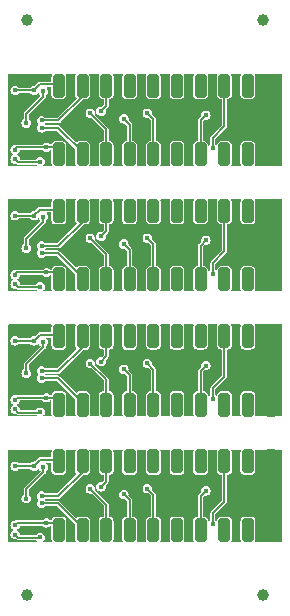
<source format=gtl>
G04 #@! TF.GenerationSoftware,KiCad,Pcbnew,8.0.7*
G04 #@! TF.CreationDate,2025-01-10T19:29:53-05:00*
G04 #@! TF.ProjectId,panel,70616e65-6c2e-46b6-9963-61645f706362,rev?*
G04 #@! TF.SameCoordinates,Original*
G04 #@! TF.FileFunction,Copper,L1,Top*
G04 #@! TF.FilePolarity,Positive*
%FSLAX46Y46*%
G04 Gerber Fmt 4.6, Leading zero omitted, Abs format (unit mm)*
G04 Created by KiCad (PCBNEW 8.0.7) date 2025-01-10 19:29:53*
%MOMM*%
%LPD*%
G01*
G04 APERTURE LIST*
G04 Aperture macros list*
%AMRoundRect*
0 Rectangle with rounded corners*
0 $1 Rounding radius*
0 $2 $3 $4 $5 $6 $7 $8 $9 X,Y pos of 4 corners*
0 Add a 4 corners polygon primitive as box body*
4,1,4,$2,$3,$4,$5,$6,$7,$8,$9,$2,$3,0*
0 Add four circle primitives for the rounded corners*
1,1,$1+$1,$2,$3*
1,1,$1+$1,$4,$5*
1,1,$1+$1,$6,$7*
1,1,$1+$1,$8,$9*
0 Add four rect primitives between the rounded corners*
20,1,$1+$1,$2,$3,$4,$5,0*
20,1,$1+$1,$4,$5,$6,$7,0*
20,1,$1+$1,$6,$7,$8,$9,0*
20,1,$1+$1,$8,$9,$2,$3,0*%
G04 Aperture macros list end*
G04 #@! TA.AperFunction,SMDPad,CuDef*
%ADD10RoundRect,0.250000X-0.250000X-0.750000X0.250000X-0.750000X0.250000X0.750000X-0.250000X0.750000X0*%
G04 #@! TD*
G04 #@! TA.AperFunction,SMDPad,CuDef*
%ADD11C,1.000000*%
G04 #@! TD*
G04 #@! TA.AperFunction,ViaPad*
%ADD12C,0.450000*%
G04 #@! TD*
G04 #@! TA.AperFunction,Conductor*
%ADD13C,0.150000*%
G04 #@! TD*
G04 #@! TA.AperFunction,Conductor*
%ADD14C,0.200000*%
G04 #@! TD*
G04 APERTURE END LIST*
D10*
G04 #@! TO.P,J19,1,Pin_1*
G04 #@! TO.N,Board_2-/AUX11*
X26700000Y-30600000D03*
G04 #@! TD*
G04 #@! TO.P,J5,1,Pin_1*
G04 #@! TO.N,Board_2-/CAP+*
X18700000Y-36400000D03*
G04 #@! TD*
G04 #@! TO.P,J19,1,Pin_1*
G04 #@! TO.N,Board_1-/AUX11*
X26700000Y-20000000D03*
G04 #@! TD*
G04 #@! TO.P,J17,1,Pin_1*
G04 #@! TO.N,Board_1-/AUX2 (VDC)*
X22700000Y-20000000D03*
G04 #@! TD*
G04 #@! TO.P,J9,1,Pin_1*
G04 #@! TO.N,Board_3-/AUX12*
X26700000Y-47000000D03*
G04 #@! TD*
G04 #@! TO.P,J2,1,Pin_1*
G04 #@! TO.N,Board_1-/TRACK_LEFT*
X12700000Y-25800000D03*
G04 #@! TD*
G04 #@! TO.P,J8,1,Pin_1*
G04 #@! TO.N,Board_3-/AUX10*
X24700000Y-47000000D03*
G04 #@! TD*
D11*
G04 #@! TO.P,KiKit_FID_T_4,*
G04 #@! TO.N,*
X30000000Y-52550000D03*
G04 #@! TD*
D10*
G04 #@! TO.P,J12,1,Pin_1*
G04 #@! TO.N,Board_3-/TRACK_RIGHT*
X12700000Y-41210000D03*
G04 #@! TD*
G04 #@! TO.P,J15,1,Pin_1*
G04 #@! TO.N,Board_3-VCC*
X18700000Y-41210000D03*
G04 #@! TD*
G04 #@! TO.P,J10,1,Pin_1*
G04 #@! TO.N,Board_2-/SPEAKER_N*
X28700000Y-36400000D03*
G04 #@! TD*
G04 #@! TO.P,J13,1,Pin_1*
G04 #@! TO.N,Board_2-/MOTOR_A*
X14700000Y-30610000D03*
G04 #@! TD*
G04 #@! TO.P,J18,1,Pin_1*
G04 #@! TO.N,Board_0-/AUX4*
X24700000Y-9400000D03*
G04 #@! TD*
G04 #@! TO.P,J2,1,Pin_1*
G04 #@! TO.N,Board_2-/TRACK_LEFT*
X12700000Y-36400000D03*
G04 #@! TD*
G04 #@! TO.P,J20,1,Pin_1*
G04 #@! TO.N,Board_0-/SPEAKER_P*
X28700000Y-9400000D03*
G04 #@! TD*
G04 #@! TO.P,J11,1,Pin_1*
G04 #@! TO.N,Board_1-GND*
X30700000Y-25800000D03*
G04 #@! TD*
G04 #@! TO.P,J4,1,Pin_1*
G04 #@! TO.N,Board_3-/LAMP_FRONT*
X16700000Y-47000000D03*
G04 #@! TD*
G04 #@! TO.P,J14,1,Pin_1*
G04 #@! TO.N,Board_0-VDC*
X20700000Y-9400000D03*
G04 #@! TD*
G04 #@! TO.P,J15,1,Pin_1*
G04 #@! TO.N,Board_1-VCC*
X18700000Y-20010000D03*
G04 #@! TD*
G04 #@! TO.P,J3,1,Pin_1*
G04 #@! TO.N,Board_0-/MOTOR_B*
X14700000Y-15200000D03*
G04 #@! TD*
G04 #@! TO.P,J3,1,Pin_1*
G04 #@! TO.N,Board_1-/MOTOR_B*
X14700000Y-25800000D03*
G04 #@! TD*
G04 #@! TO.P,J16,1,Pin_1*
G04 #@! TO.N,Board_0-/LAMP_REAR*
X16700000Y-9400000D03*
G04 #@! TD*
G04 #@! TO.P,J8,1,Pin_1*
G04 #@! TO.N,Board_0-/AUX10*
X24700000Y-15200000D03*
G04 #@! TD*
G04 #@! TO.P,J17,1,Pin_1*
G04 #@! TO.N,Board_3-/AUX2 (VDC)*
X22700000Y-41200000D03*
G04 #@! TD*
G04 #@! TO.P,J11,1,Pin_1*
G04 #@! TO.N,Board_3-GND*
X30700000Y-47000000D03*
G04 #@! TD*
G04 #@! TO.P,J14,1,Pin_1*
G04 #@! TO.N,Board_3-VDC*
X20700000Y-41200000D03*
G04 #@! TD*
G04 #@! TO.P,J4,1,Pin_1*
G04 #@! TO.N,Board_2-/LAMP_FRONT*
X16700000Y-36400000D03*
G04 #@! TD*
G04 #@! TO.P,J9,1,Pin_1*
G04 #@! TO.N,Board_1-/AUX12*
X26700000Y-25800000D03*
G04 #@! TD*
D11*
G04 #@! TO.P,KiKit_FID_T_1,*
G04 #@! TO.N,*
X10000000Y-3850000D03*
G04 #@! TD*
D10*
G04 #@! TO.P,J5,1,Pin_1*
G04 #@! TO.N,Board_1-/CAP+*
X18700000Y-25800000D03*
G04 #@! TD*
G04 #@! TO.P,J10,1,Pin_1*
G04 #@! TO.N,Board_1-/SPEAKER_N*
X28700000Y-25800000D03*
G04 #@! TD*
G04 #@! TO.P,J16,1,Pin_1*
G04 #@! TO.N,Board_3-/LAMP_REAR*
X16700000Y-41200000D03*
G04 #@! TD*
G04 #@! TO.P,J7,1,Pin_1*
G04 #@! TO.N,Board_3-/AUX3*
X22700000Y-47000000D03*
G04 #@! TD*
G04 #@! TO.P,J13,1,Pin_1*
G04 #@! TO.N,Board_0-/MOTOR_A*
X14700000Y-9410000D03*
G04 #@! TD*
G04 #@! TO.P,J18,1,Pin_1*
G04 #@! TO.N,Board_3-/AUX4*
X24700000Y-41200000D03*
G04 #@! TD*
G04 #@! TO.P,J3,1,Pin_1*
G04 #@! TO.N,Board_3-/MOTOR_B*
X14700000Y-47000000D03*
G04 #@! TD*
G04 #@! TO.P,J6,1,Pin_1*
G04 #@! TO.N,Board_0-/AUX1 (VDC)*
X20700000Y-15200000D03*
G04 #@! TD*
D11*
G04 #@! TO.P,KiKit_FID_T_2,*
G04 #@! TO.N,*
X30000000Y-3850000D03*
G04 #@! TD*
D10*
G04 #@! TO.P,J8,1,Pin_1*
G04 #@! TO.N,Board_1-/AUX10*
X24700000Y-25800000D03*
G04 #@! TD*
G04 #@! TO.P,J21,1,Pin_1*
G04 #@! TO.N,Board_1-GND*
X30700000Y-20000000D03*
G04 #@! TD*
G04 #@! TO.P,J6,1,Pin_1*
G04 #@! TO.N,Board_1-/AUX1 (VDC)*
X20700000Y-25800000D03*
G04 #@! TD*
G04 #@! TO.P,J20,1,Pin_1*
G04 #@! TO.N,Board_3-/SPEAKER_P*
X28700000Y-41200000D03*
G04 #@! TD*
G04 #@! TO.P,J7,1,Pin_1*
G04 #@! TO.N,Board_0-/AUX3*
X22700000Y-15200000D03*
G04 #@! TD*
G04 #@! TO.P,J20,1,Pin_1*
G04 #@! TO.N,Board_2-/SPEAKER_P*
X28700000Y-30600000D03*
G04 #@! TD*
G04 #@! TO.P,J20,1,Pin_1*
G04 #@! TO.N,Board_1-/SPEAKER_P*
X28700000Y-20000000D03*
G04 #@! TD*
G04 #@! TO.P,J4,1,Pin_1*
G04 #@! TO.N,Board_1-/LAMP_FRONT*
X16700000Y-25800000D03*
G04 #@! TD*
G04 #@! TO.P,J12,1,Pin_1*
G04 #@! TO.N,Board_0-/TRACK_RIGHT*
X12700000Y-9410000D03*
G04 #@! TD*
G04 #@! TO.P,J16,1,Pin_1*
G04 #@! TO.N,Board_1-/LAMP_REAR*
X16700000Y-20000000D03*
G04 #@! TD*
G04 #@! TO.P,J14,1,Pin_1*
G04 #@! TO.N,Board_2-VDC*
X20700000Y-30600000D03*
G04 #@! TD*
G04 #@! TO.P,J4,1,Pin_1*
G04 #@! TO.N,Board_0-/LAMP_FRONT*
X16700000Y-15200000D03*
G04 #@! TD*
D11*
G04 #@! TO.P,KiKit_FID_T_3,*
G04 #@! TO.N,*
X10000000Y-52550000D03*
G04 #@! TD*
D10*
G04 #@! TO.P,J5,1,Pin_1*
G04 #@! TO.N,Board_3-/CAP+*
X18700000Y-47000000D03*
G04 #@! TD*
G04 #@! TO.P,J21,1,Pin_1*
G04 #@! TO.N,Board_2-GND*
X30700000Y-30600000D03*
G04 #@! TD*
G04 #@! TO.P,J18,1,Pin_1*
G04 #@! TO.N,Board_2-/AUX4*
X24700000Y-30600000D03*
G04 #@! TD*
G04 #@! TO.P,J8,1,Pin_1*
G04 #@! TO.N,Board_2-/AUX10*
X24700000Y-36400000D03*
G04 #@! TD*
G04 #@! TO.P,J7,1,Pin_1*
G04 #@! TO.N,Board_2-/AUX3*
X22700000Y-36400000D03*
G04 #@! TD*
G04 #@! TO.P,J19,1,Pin_1*
G04 #@! TO.N,Board_3-/AUX11*
X26700000Y-41200000D03*
G04 #@! TD*
G04 #@! TO.P,J17,1,Pin_1*
G04 #@! TO.N,Board_0-/AUX2 (VDC)*
X22700000Y-9400000D03*
G04 #@! TD*
G04 #@! TO.P,J3,1,Pin_1*
G04 #@! TO.N,Board_2-/MOTOR_B*
X14700000Y-36400000D03*
G04 #@! TD*
G04 #@! TO.P,J9,1,Pin_1*
G04 #@! TO.N,Board_0-/AUX12*
X26700000Y-15200000D03*
G04 #@! TD*
G04 #@! TO.P,J11,1,Pin_1*
G04 #@! TO.N,Board_0-GND*
X30700000Y-15200000D03*
G04 #@! TD*
G04 #@! TO.P,J12,1,Pin_1*
G04 #@! TO.N,Board_2-/TRACK_RIGHT*
X12700000Y-30610000D03*
G04 #@! TD*
G04 #@! TO.P,J9,1,Pin_1*
G04 #@! TO.N,Board_2-/AUX12*
X26700000Y-36400000D03*
G04 #@! TD*
G04 #@! TO.P,J2,1,Pin_1*
G04 #@! TO.N,Board_3-/TRACK_LEFT*
X12700000Y-47000000D03*
G04 #@! TD*
G04 #@! TO.P,J12,1,Pin_1*
G04 #@! TO.N,Board_1-/TRACK_RIGHT*
X12700000Y-20010000D03*
G04 #@! TD*
G04 #@! TO.P,J14,1,Pin_1*
G04 #@! TO.N,Board_1-VDC*
X20700000Y-20000000D03*
G04 #@! TD*
G04 #@! TO.P,J2,1,Pin_1*
G04 #@! TO.N,Board_0-/TRACK_LEFT*
X12700000Y-15200000D03*
G04 #@! TD*
G04 #@! TO.P,J16,1,Pin_1*
G04 #@! TO.N,Board_2-/LAMP_REAR*
X16700000Y-30600000D03*
G04 #@! TD*
G04 #@! TO.P,J6,1,Pin_1*
G04 #@! TO.N,Board_2-/AUX1 (VDC)*
X20700000Y-36400000D03*
G04 #@! TD*
G04 #@! TO.P,J6,1,Pin_1*
G04 #@! TO.N,Board_3-/AUX1 (VDC)*
X20700000Y-47000000D03*
G04 #@! TD*
G04 #@! TO.P,J5,1,Pin_1*
G04 #@! TO.N,Board_0-/CAP+*
X18700000Y-15200000D03*
G04 #@! TD*
G04 #@! TO.P,J10,1,Pin_1*
G04 #@! TO.N,Board_0-/SPEAKER_N*
X28700000Y-15200000D03*
G04 #@! TD*
G04 #@! TO.P,J18,1,Pin_1*
G04 #@! TO.N,Board_1-/AUX4*
X24700000Y-20000000D03*
G04 #@! TD*
G04 #@! TO.P,J7,1,Pin_1*
G04 #@! TO.N,Board_1-/AUX3*
X22700000Y-25800000D03*
G04 #@! TD*
G04 #@! TO.P,J21,1,Pin_1*
G04 #@! TO.N,Board_3-GND*
X30700000Y-41200000D03*
G04 #@! TD*
G04 #@! TO.P,J21,1,Pin_1*
G04 #@! TO.N,Board_0-GND*
X30700000Y-9400000D03*
G04 #@! TD*
G04 #@! TO.P,J10,1,Pin_1*
G04 #@! TO.N,Board_3-/SPEAKER_N*
X28700000Y-47000000D03*
G04 #@! TD*
G04 #@! TO.P,J17,1,Pin_1*
G04 #@! TO.N,Board_2-/AUX2 (VDC)*
X22700000Y-30600000D03*
G04 #@! TD*
G04 #@! TO.P,J11,1,Pin_1*
G04 #@! TO.N,Board_2-GND*
X30700000Y-36400000D03*
G04 #@! TD*
G04 #@! TO.P,J13,1,Pin_1*
G04 #@! TO.N,Board_1-/MOTOR_A*
X14700000Y-20010000D03*
G04 #@! TD*
G04 #@! TO.P,J15,1,Pin_1*
G04 #@! TO.N,Board_0-VCC*
X18700000Y-9410000D03*
G04 #@! TD*
G04 #@! TO.P,J15,1,Pin_1*
G04 #@! TO.N,Board_2-VCC*
X18700000Y-30610000D03*
G04 #@! TD*
G04 #@! TO.P,J13,1,Pin_1*
G04 #@! TO.N,Board_3-/MOTOR_A*
X14700000Y-41210000D03*
G04 #@! TD*
G04 #@! TO.P,J19,1,Pin_1*
G04 #@! TO.N,Board_0-/AUX11*
X26700000Y-9400000D03*
G04 #@! TD*
D12*
G04 #@! TO.N,Board_0-/AUX1 (VDC)*
X20187500Y-11712500D03*
G04 #@! TO.N,Board_0-/AUX10*
X25140000Y-11890000D03*
G04 #@! TO.N,Board_0-/AUX11*
X25720000Y-14710000D03*
G04 #@! TO.N,Board_0-/AUX12*
X26700000Y-15200000D03*
X9000000Y-15600000D03*
X11100000Y-15840000D03*
G04 #@! TO.N,Board_0-/AUX2 (VDC)*
X22700000Y-9400000D03*
G04 #@! TO.N,Board_0-/AUX3*
X22690000Y-14540000D03*
G04 #@! TO.N,Board_0-/AUX4*
X11370000Y-9880000D03*
X9930000Y-12550000D03*
X24700000Y-9400000D03*
G04 #@! TO.N,Board_0-/CAP+*
X18200000Y-12200000D03*
G04 #@! TO.N,Board_0-/LAMP_FRONT*
X15360000Y-11720000D03*
G04 #@! TO.N,Board_0-/LAMP_REAR*
X16270000Y-11550000D03*
G04 #@! TO.N,Board_0-/MOTOR_A*
X11242498Y-12335122D03*
G04 #@! TO.N,Board_0-/MOTOR_B*
X11230000Y-12960000D03*
G04 #@! TO.N,Board_0-/SPEAKER_N*
X28700000Y-15200000D03*
G04 #@! TO.N,Board_0-/SPEAKER_P*
X28700000Y-9400000D03*
G04 #@! TO.N,Board_0-/TRACK_LEFT*
X11640000Y-14610000D03*
X9000000Y-14800000D03*
G04 #@! TO.N,Board_0-/TRACK_RIGHT*
X10600000Y-9800000D03*
X9000000Y-9800000D03*
G04 #@! TO.N,Board_0-GND*
X14200000Y-12500000D03*
X10020000Y-13240000D03*
X17650000Y-9170000D03*
X19680000Y-9170000D03*
X9000000Y-8800000D03*
X9985000Y-15395000D03*
X30710000Y-10050000D03*
X30740000Y-14520000D03*
X14720000Y-13740000D03*
G04 #@! TO.N,Board_0-VCC*
X18690000Y-9470000D03*
G04 #@! TO.N,Board_0-VDC*
X20710000Y-9150000D03*
G04 #@! TO.N,Board_1-/AUX1 (VDC)*
X20187500Y-22312500D03*
G04 #@! TO.N,Board_1-/AUX10*
X25140000Y-22490000D03*
G04 #@! TO.N,Board_1-/AUX11*
X25720000Y-25310000D03*
G04 #@! TO.N,Board_1-/AUX12*
X26700000Y-25800000D03*
X11100000Y-26440000D03*
X9000000Y-26200000D03*
G04 #@! TO.N,Board_1-/AUX2 (VDC)*
X22700000Y-20000000D03*
G04 #@! TO.N,Board_1-/AUX3*
X22690000Y-25140000D03*
G04 #@! TO.N,Board_1-/AUX4*
X11370000Y-20480000D03*
X24700000Y-20000000D03*
X9930000Y-23150000D03*
G04 #@! TO.N,Board_1-/CAP+*
X18200000Y-22800000D03*
G04 #@! TO.N,Board_1-/LAMP_FRONT*
X15360000Y-22320000D03*
G04 #@! TO.N,Board_1-/LAMP_REAR*
X16270000Y-22150000D03*
G04 #@! TO.N,Board_1-/MOTOR_A*
X11242498Y-22935122D03*
G04 #@! TO.N,Board_1-/MOTOR_B*
X11230000Y-23560000D03*
G04 #@! TO.N,Board_1-/SPEAKER_N*
X28700000Y-25800000D03*
G04 #@! TO.N,Board_1-/SPEAKER_P*
X28700000Y-20000000D03*
G04 #@! TO.N,Board_1-/TRACK_LEFT*
X9000000Y-25400000D03*
X11640000Y-25210000D03*
G04 #@! TO.N,Board_1-/TRACK_RIGHT*
X9000000Y-20400000D03*
X10600000Y-20400000D03*
G04 #@! TO.N,Board_1-GND*
X14720000Y-24340000D03*
X30740000Y-25120000D03*
X17650000Y-19770000D03*
X10020000Y-23840000D03*
X9985000Y-25995000D03*
X9000000Y-19400000D03*
X19680000Y-19770000D03*
X14200000Y-23100000D03*
X30710000Y-20650000D03*
G04 #@! TO.N,Board_1-VCC*
X18690000Y-20070000D03*
G04 #@! TO.N,Board_1-VDC*
X20710000Y-19750000D03*
G04 #@! TO.N,Board_2-/AUX1 (VDC)*
X20187500Y-32912500D03*
G04 #@! TO.N,Board_2-/AUX10*
X25140000Y-33090000D03*
G04 #@! TO.N,Board_2-/AUX11*
X25720000Y-35910000D03*
G04 #@! TO.N,Board_2-/AUX12*
X9000000Y-36800000D03*
X11100000Y-37040000D03*
X26700000Y-36400000D03*
G04 #@! TO.N,Board_2-/AUX2 (VDC)*
X22700000Y-30600000D03*
G04 #@! TO.N,Board_2-/AUX3*
X22690000Y-35740000D03*
G04 #@! TO.N,Board_2-/AUX4*
X9930000Y-33750000D03*
X11370000Y-31080000D03*
X24700000Y-30600000D03*
G04 #@! TO.N,Board_2-/CAP+*
X18200000Y-33400000D03*
G04 #@! TO.N,Board_2-/LAMP_FRONT*
X15360000Y-32920000D03*
G04 #@! TO.N,Board_2-/LAMP_REAR*
X16270000Y-32750000D03*
G04 #@! TO.N,Board_2-/MOTOR_A*
X11242498Y-33535122D03*
G04 #@! TO.N,Board_2-/MOTOR_B*
X11230000Y-34160000D03*
G04 #@! TO.N,Board_2-/SPEAKER_N*
X28700000Y-36400000D03*
G04 #@! TO.N,Board_2-/SPEAKER_P*
X28700000Y-30600000D03*
G04 #@! TO.N,Board_2-/TRACK_LEFT*
X11640000Y-35810000D03*
X9000000Y-36000000D03*
G04 #@! TO.N,Board_2-/TRACK_RIGHT*
X9000000Y-31000000D03*
X10600000Y-31000000D03*
G04 #@! TO.N,Board_2-GND*
X14200000Y-33700000D03*
X14720000Y-34940000D03*
X17650000Y-30370000D03*
X10020000Y-34440000D03*
X9000000Y-30000000D03*
X9985000Y-36595000D03*
X30740000Y-35720000D03*
X30710000Y-31250000D03*
X19680000Y-30370000D03*
G04 #@! TO.N,Board_2-VCC*
X18690000Y-30670000D03*
G04 #@! TO.N,Board_2-VDC*
X20710000Y-30350000D03*
G04 #@! TO.N,Board_3-/AUX1 (VDC)*
X20187500Y-43512500D03*
G04 #@! TO.N,Board_3-/AUX10*
X25140000Y-43690000D03*
G04 #@! TO.N,Board_3-/AUX11*
X25720000Y-46510000D03*
G04 #@! TO.N,Board_3-/AUX12*
X9000000Y-47400000D03*
X11100000Y-47640000D03*
X26700000Y-47000000D03*
G04 #@! TO.N,Board_3-/AUX2 (VDC)*
X22700000Y-41200000D03*
G04 #@! TO.N,Board_3-/AUX3*
X22690000Y-46340000D03*
G04 #@! TO.N,Board_3-/AUX4*
X9930000Y-44350000D03*
X11370000Y-41680000D03*
X24700000Y-41200000D03*
G04 #@! TO.N,Board_3-/CAP+*
X18200000Y-44000000D03*
G04 #@! TO.N,Board_3-/LAMP_FRONT*
X15360000Y-43520000D03*
G04 #@! TO.N,Board_3-/LAMP_REAR*
X16270000Y-43350000D03*
G04 #@! TO.N,Board_3-/MOTOR_A*
X11242498Y-44135122D03*
G04 #@! TO.N,Board_3-/MOTOR_B*
X11230000Y-44760000D03*
G04 #@! TO.N,Board_3-/SPEAKER_N*
X28700000Y-47000000D03*
G04 #@! TO.N,Board_3-/SPEAKER_P*
X28700000Y-41200000D03*
G04 #@! TO.N,Board_3-/TRACK_LEFT*
X11640000Y-46410000D03*
X9000000Y-46600000D03*
G04 #@! TO.N,Board_3-/TRACK_RIGHT*
X10600000Y-41600000D03*
X9000000Y-41600000D03*
G04 #@! TO.N,Board_3-GND*
X17650000Y-40970000D03*
X30740000Y-46320000D03*
X30710000Y-41850000D03*
X9000000Y-40600000D03*
X14720000Y-45540000D03*
X10020000Y-45040000D03*
X14200000Y-44300000D03*
X9985000Y-47195000D03*
X19680000Y-40970000D03*
G04 #@! TO.N,Board_3-VCC*
X18690000Y-41270000D03*
G04 #@! TO.N,Board_3-VDC*
X20710000Y-40950000D03*
G04 #@! TD*
D13*
G04 #@! TO.N,Board_0-/AUX1 (VDC)*
X20187500Y-11712500D02*
X20700000Y-12225000D01*
X20700000Y-12225000D02*
X20700000Y-15200000D01*
G04 #@! TO.N,Board_0-/AUX10*
X25140000Y-11890000D02*
X24700000Y-12330000D01*
X24700000Y-12330000D02*
X24700000Y-15200000D01*
G04 #@! TO.N,Board_0-/AUX11*
X25720000Y-14710000D02*
X25720000Y-13810000D01*
X26700000Y-12830000D02*
X26700000Y-9400000D01*
X25720000Y-13810000D02*
X26700000Y-12830000D01*
G04 #@! TO.N,Board_0-/AUX12*
X9270000Y-15870000D02*
X9000000Y-15600000D01*
X11100000Y-15840000D02*
X11070000Y-15870000D01*
X11070000Y-15870000D02*
X9270000Y-15870000D01*
G04 #@! TO.N,Board_0-/AUX4*
X11370000Y-10330000D02*
X11370000Y-9880000D01*
X9930000Y-12550000D02*
X9930000Y-11770000D01*
X9930000Y-11770000D02*
X11370000Y-10330000D01*
G04 #@! TO.N,Board_0-/CAP+*
X18700000Y-12700000D02*
X18700000Y-15200000D01*
X18200000Y-12200000D02*
X18700000Y-12700000D01*
G04 #@! TO.N,Board_0-/LAMP_FRONT*
X16700000Y-13060000D02*
X16700000Y-15200000D01*
X15360000Y-11720000D02*
X16700000Y-13060000D01*
G04 #@! TO.N,Board_0-/LAMP_REAR*
X16270000Y-11550000D02*
X16700000Y-11120000D01*
X16700000Y-11120000D02*
X16700000Y-9400000D01*
D14*
G04 #@! TO.N,Board_0-/MOTOR_A*
X14700000Y-10300000D02*
X14700000Y-9410000D01*
X12664878Y-12335122D02*
X14700000Y-10300000D01*
X11242498Y-12335122D02*
X12664878Y-12335122D01*
G04 #@! TO.N,Board_0-/MOTOR_B*
X14700000Y-15050000D02*
X14700000Y-15200000D01*
X11230000Y-12960000D02*
X12610000Y-12960000D01*
X12610000Y-12960000D02*
X14700000Y-15050000D01*
G04 #@! TO.N,Board_0-/TRACK_LEFT*
X12300000Y-14600000D02*
X12700000Y-15000000D01*
X11650000Y-14600000D02*
X12300000Y-14600000D01*
X9190000Y-14610000D02*
X9000000Y-14800000D01*
X11640000Y-14610000D02*
X9190000Y-14610000D01*
X11640000Y-14610000D02*
X11650000Y-14600000D01*
X12700000Y-15000000D02*
X12700000Y-15200000D01*
G04 #@! TO.N,Board_0-/TRACK_RIGHT*
X9000000Y-9800000D02*
X10600000Y-9800000D01*
X11090000Y-9290000D02*
X12580000Y-9290000D01*
X10600000Y-9780000D02*
X11090000Y-9290000D01*
X12580000Y-9290000D02*
X12700000Y-9410000D01*
X10600000Y-9800000D02*
X10600000Y-9780000D01*
D13*
G04 #@! TO.N,Board_1-/AUX1 (VDC)*
X20700000Y-22825000D02*
X20700000Y-25800000D01*
X20187500Y-22312500D02*
X20700000Y-22825000D01*
G04 #@! TO.N,Board_1-/AUX10*
X25140000Y-22490000D02*
X24700000Y-22930000D01*
X24700000Y-22930000D02*
X24700000Y-25800000D01*
G04 #@! TO.N,Board_1-/AUX11*
X25720000Y-25310000D02*
X25720000Y-24410000D01*
X26700000Y-23430000D02*
X26700000Y-20000000D01*
X25720000Y-24410000D02*
X26700000Y-23430000D01*
G04 #@! TO.N,Board_1-/AUX12*
X9270000Y-26470000D02*
X9000000Y-26200000D01*
X11100000Y-26440000D02*
X11070000Y-26470000D01*
X11070000Y-26470000D02*
X9270000Y-26470000D01*
G04 #@! TO.N,Board_1-/AUX4*
X9930000Y-22370000D02*
X11370000Y-20930000D01*
X9930000Y-23150000D02*
X9930000Y-22370000D01*
X11370000Y-20930000D02*
X11370000Y-20480000D01*
G04 #@! TO.N,Board_1-/CAP+*
X18200000Y-22800000D02*
X18700000Y-23300000D01*
X18700000Y-23300000D02*
X18700000Y-25800000D01*
G04 #@! TO.N,Board_1-/LAMP_FRONT*
X15360000Y-22320000D02*
X16700000Y-23660000D01*
X16700000Y-23660000D02*
X16700000Y-25800000D01*
G04 #@! TO.N,Board_1-/LAMP_REAR*
X16700000Y-21720000D02*
X16700000Y-20000000D01*
X16270000Y-22150000D02*
X16700000Y-21720000D01*
D14*
G04 #@! TO.N,Board_1-/MOTOR_A*
X14700000Y-20900000D02*
X14700000Y-20010000D01*
X11242498Y-22935122D02*
X12664878Y-22935122D01*
X12664878Y-22935122D02*
X14700000Y-20900000D01*
G04 #@! TO.N,Board_1-/MOTOR_B*
X12610000Y-23560000D02*
X14700000Y-25650000D01*
X11230000Y-23560000D02*
X12610000Y-23560000D01*
X14700000Y-25650000D02*
X14700000Y-25800000D01*
G04 #@! TO.N,Board_1-/TRACK_LEFT*
X12700000Y-25600000D02*
X12700000Y-25800000D01*
X11640000Y-25210000D02*
X9190000Y-25210000D01*
X12300000Y-25200000D02*
X12700000Y-25600000D01*
X11650000Y-25200000D02*
X12300000Y-25200000D01*
X9190000Y-25210000D02*
X9000000Y-25400000D01*
X11640000Y-25210000D02*
X11650000Y-25200000D01*
G04 #@! TO.N,Board_1-/TRACK_RIGHT*
X10600000Y-20380000D02*
X11090000Y-19890000D01*
X9000000Y-20400000D02*
X10600000Y-20400000D01*
X12580000Y-19890000D02*
X12700000Y-20010000D01*
X10600000Y-20400000D02*
X10600000Y-20380000D01*
X11090000Y-19890000D02*
X12580000Y-19890000D01*
D13*
G04 #@! TO.N,Board_2-/AUX1 (VDC)*
X20187500Y-32912500D02*
X20700000Y-33425000D01*
X20700000Y-33425000D02*
X20700000Y-36400000D01*
G04 #@! TO.N,Board_2-/AUX10*
X25140000Y-33090000D02*
X24700000Y-33530000D01*
X24700000Y-33530000D02*
X24700000Y-36400000D01*
G04 #@! TO.N,Board_2-/AUX11*
X25720000Y-35010000D02*
X26700000Y-34030000D01*
X25720000Y-35910000D02*
X25720000Y-35010000D01*
X26700000Y-34030000D02*
X26700000Y-30600000D01*
G04 #@! TO.N,Board_2-/AUX12*
X9270000Y-37070000D02*
X9000000Y-36800000D01*
X11070000Y-37070000D02*
X9270000Y-37070000D01*
X11100000Y-37040000D02*
X11070000Y-37070000D01*
G04 #@! TO.N,Board_2-/AUX4*
X9930000Y-32970000D02*
X11370000Y-31530000D01*
X9930000Y-33750000D02*
X9930000Y-32970000D01*
X11370000Y-31530000D02*
X11370000Y-31080000D01*
G04 #@! TO.N,Board_2-/CAP+*
X18700000Y-33900000D02*
X18700000Y-36400000D01*
X18200000Y-33400000D02*
X18700000Y-33900000D01*
G04 #@! TO.N,Board_2-/LAMP_FRONT*
X15360000Y-32920000D02*
X16700000Y-34260000D01*
X16700000Y-34260000D02*
X16700000Y-36400000D01*
G04 #@! TO.N,Board_2-/LAMP_REAR*
X16700000Y-32320000D02*
X16700000Y-30600000D01*
X16270000Y-32750000D02*
X16700000Y-32320000D01*
D14*
G04 #@! TO.N,Board_2-/MOTOR_A*
X12664878Y-33535122D02*
X14700000Y-31500000D01*
X14700000Y-31500000D02*
X14700000Y-30610000D01*
X11242498Y-33535122D02*
X12664878Y-33535122D01*
G04 #@! TO.N,Board_2-/MOTOR_B*
X12610000Y-34160000D02*
X14700000Y-36250000D01*
X11230000Y-34160000D02*
X12610000Y-34160000D01*
X14700000Y-36250000D02*
X14700000Y-36400000D01*
G04 #@! TO.N,Board_2-/TRACK_LEFT*
X9190000Y-35810000D02*
X9000000Y-36000000D01*
X12300000Y-35800000D02*
X12700000Y-36200000D01*
X11640000Y-35810000D02*
X9190000Y-35810000D01*
X11650000Y-35800000D02*
X12300000Y-35800000D01*
X12700000Y-36200000D02*
X12700000Y-36400000D01*
X11640000Y-35810000D02*
X11650000Y-35800000D01*
G04 #@! TO.N,Board_2-/TRACK_RIGHT*
X10600000Y-31000000D02*
X10600000Y-30980000D01*
X11090000Y-30490000D02*
X12580000Y-30490000D01*
X9000000Y-31000000D02*
X10600000Y-31000000D01*
X12580000Y-30490000D02*
X12700000Y-30610000D01*
X10600000Y-30980000D02*
X11090000Y-30490000D01*
D13*
G04 #@! TO.N,Board_3-/AUX1 (VDC)*
X20187500Y-43512500D02*
X20700000Y-44025000D01*
X20700000Y-44025000D02*
X20700000Y-47000000D01*
G04 #@! TO.N,Board_3-/AUX10*
X24700000Y-44130000D02*
X24700000Y-47000000D01*
X25140000Y-43690000D02*
X24700000Y-44130000D01*
G04 #@! TO.N,Board_3-/AUX11*
X25720000Y-45610000D02*
X26700000Y-44630000D01*
X25720000Y-46510000D02*
X25720000Y-45610000D01*
X26700000Y-44630000D02*
X26700000Y-41200000D01*
G04 #@! TO.N,Board_3-/AUX12*
X9270000Y-47670000D02*
X9000000Y-47400000D01*
X11100000Y-47640000D02*
X11070000Y-47670000D01*
X11070000Y-47670000D02*
X9270000Y-47670000D01*
G04 #@! TO.N,Board_3-/AUX4*
X9930000Y-44350000D02*
X9930000Y-43570000D01*
X11370000Y-42130000D02*
X11370000Y-41680000D01*
X9930000Y-43570000D02*
X11370000Y-42130000D01*
G04 #@! TO.N,Board_3-/CAP+*
X18700000Y-44500000D02*
X18700000Y-47000000D01*
X18200000Y-44000000D02*
X18700000Y-44500000D01*
G04 #@! TO.N,Board_3-/LAMP_FRONT*
X16700000Y-44860000D02*
X16700000Y-47000000D01*
X15360000Y-43520000D02*
X16700000Y-44860000D01*
G04 #@! TO.N,Board_3-/LAMP_REAR*
X16270000Y-43350000D02*
X16700000Y-42920000D01*
X16700000Y-42920000D02*
X16700000Y-41200000D01*
D14*
G04 #@! TO.N,Board_3-/MOTOR_A*
X12664878Y-44135122D02*
X14700000Y-42100000D01*
X11242498Y-44135122D02*
X12664878Y-44135122D01*
X14700000Y-42100000D02*
X14700000Y-41210000D01*
G04 #@! TO.N,Board_3-/MOTOR_B*
X11230000Y-44760000D02*
X12610000Y-44760000D01*
X12610000Y-44760000D02*
X14700000Y-46850000D01*
X14700000Y-46850000D02*
X14700000Y-47000000D01*
G04 #@! TO.N,Board_3-/TRACK_LEFT*
X12700000Y-46800000D02*
X12700000Y-47000000D01*
X11640000Y-46410000D02*
X9190000Y-46410000D01*
X11650000Y-46400000D02*
X12300000Y-46400000D01*
X11640000Y-46410000D02*
X11650000Y-46400000D01*
X9190000Y-46410000D02*
X9000000Y-46600000D01*
X12300000Y-46400000D02*
X12700000Y-46800000D01*
G04 #@! TO.N,Board_3-/TRACK_RIGHT*
X9000000Y-41600000D02*
X10600000Y-41600000D01*
X10600000Y-41580000D02*
X11090000Y-41090000D01*
X11090000Y-41090000D02*
X12580000Y-41090000D01*
X10600000Y-41600000D02*
X10600000Y-41580000D01*
X12580000Y-41090000D02*
X12700000Y-41210000D01*
G04 #@! TD*
G04 #@! TA.AperFunction,Conductor*
G04 #@! TO.N,Board_1-GND*
G36*
X12109479Y-19014852D02*
G01*
X12123831Y-19049500D01*
X12118852Y-19071018D01*
X12098413Y-19112827D01*
X12080276Y-19149927D01*
X12080276Y-19149928D01*
X12069500Y-19223888D01*
X12069500Y-19610500D01*
X12055148Y-19645148D01*
X12020500Y-19659500D01*
X11141559Y-19659500D01*
X11141551Y-19659499D01*
X11135850Y-19659499D01*
X11044151Y-19659499D01*
X11044149Y-19659499D01*
X10959430Y-19694592D01*
X10669032Y-19984990D01*
X10634384Y-19999342D01*
X10626721Y-19998739D01*
X10600001Y-19994508D01*
X10600000Y-19994508D01*
X10474696Y-20014354D01*
X10474694Y-20014354D01*
X10474692Y-20014355D01*
X10474690Y-20014355D01*
X10361664Y-20071945D01*
X10361656Y-20071951D01*
X10278459Y-20155148D01*
X10243811Y-20169500D01*
X9356189Y-20169500D01*
X9321541Y-20155148D01*
X9238343Y-20071951D01*
X9238335Y-20071945D01*
X9125308Y-20014355D01*
X9125305Y-20014354D01*
X9125304Y-20014354D01*
X9000000Y-19994508D01*
X8874696Y-20014354D01*
X8874694Y-20014354D01*
X8874692Y-20014355D01*
X8874690Y-20014355D01*
X8761664Y-20071945D01*
X8761657Y-20071950D01*
X8671950Y-20161657D01*
X8671945Y-20161664D01*
X8614355Y-20274690D01*
X8614355Y-20274692D01*
X8614354Y-20274694D01*
X8614354Y-20274696D01*
X8594508Y-20400000D01*
X8614354Y-20525304D01*
X8614354Y-20525305D01*
X8614355Y-20525307D01*
X8614355Y-20525309D01*
X8671945Y-20638335D01*
X8671950Y-20638342D01*
X8761657Y-20728049D01*
X8761664Y-20728054D01*
X8874691Y-20785644D01*
X8874692Y-20785644D01*
X8874696Y-20785646D01*
X9000000Y-20805492D01*
X9125304Y-20785646D01*
X9125308Y-20785644D01*
X9125309Y-20785644D01*
X9238335Y-20728054D01*
X9238336Y-20728052D01*
X9238342Y-20728050D01*
X9279942Y-20686450D01*
X9321541Y-20644852D01*
X9356189Y-20630500D01*
X10243811Y-20630500D01*
X10278459Y-20644852D01*
X10351943Y-20718335D01*
X10361658Y-20728050D01*
X10361660Y-20728051D01*
X10361664Y-20728054D01*
X10474691Y-20785644D01*
X10474692Y-20785644D01*
X10474696Y-20785646D01*
X10600000Y-20805492D01*
X10725304Y-20785646D01*
X10725308Y-20785644D01*
X10725309Y-20785644D01*
X10838335Y-20728054D01*
X10838337Y-20728052D01*
X10838342Y-20728050D01*
X10928050Y-20638342D01*
X10928051Y-20638339D01*
X10928811Y-20637580D01*
X10963459Y-20623228D01*
X10998107Y-20637580D01*
X11007118Y-20649982D01*
X11041946Y-20718337D01*
X11041950Y-20718342D01*
X11131845Y-20808237D01*
X11146197Y-20842885D01*
X11131845Y-20877533D01*
X9755787Y-22253590D01*
X9755784Y-22253595D01*
X9750498Y-22266358D01*
X9745211Y-22279123D01*
X9726534Y-22324214D01*
X9724500Y-22329124D01*
X9724500Y-22775189D01*
X9710148Y-22809837D01*
X9697749Y-22818846D01*
X9691658Y-22821950D01*
X9691654Y-22821953D01*
X9601950Y-22911657D01*
X9601945Y-22911664D01*
X9544355Y-23024690D01*
X9544355Y-23024692D01*
X9544354Y-23024694D01*
X9544354Y-23024696D01*
X9524508Y-23150000D01*
X9544354Y-23275304D01*
X9544354Y-23275305D01*
X9544355Y-23275307D01*
X9544355Y-23275309D01*
X9601945Y-23388335D01*
X9601950Y-23388342D01*
X9691657Y-23478049D01*
X9691664Y-23478054D01*
X9804691Y-23535644D01*
X9804692Y-23535644D01*
X9804696Y-23535646D01*
X9930000Y-23555492D01*
X10055304Y-23535646D01*
X10055308Y-23535644D01*
X10055309Y-23535644D01*
X10168335Y-23478054D01*
X10168337Y-23478052D01*
X10168342Y-23478050D01*
X10258050Y-23388342D01*
X10258054Y-23388335D01*
X10315644Y-23275309D01*
X10315644Y-23275307D01*
X10315646Y-23275304D01*
X10335492Y-23150000D01*
X10315646Y-23024696D01*
X10315644Y-23024692D01*
X10315644Y-23024690D01*
X10258054Y-22911664D01*
X10258049Y-22911657D01*
X10168345Y-22821953D01*
X10168342Y-22821950D01*
X10162252Y-22818847D01*
X10137898Y-22790330D01*
X10135500Y-22775189D01*
X10135500Y-22475415D01*
X10149851Y-22440768D01*
X11479513Y-21111105D01*
X11479516Y-21111104D01*
X11486405Y-21104215D01*
X11486406Y-21104215D01*
X11544215Y-21046406D01*
X11575500Y-20970876D01*
X11575500Y-20854811D01*
X11589852Y-20820163D01*
X11602253Y-20811152D01*
X11608342Y-20808050D01*
X11698050Y-20718342D01*
X11698054Y-20718335D01*
X11755644Y-20605309D01*
X11755644Y-20605307D01*
X11755646Y-20605304D01*
X11775492Y-20480000D01*
X11755646Y-20354696D01*
X11755644Y-20354692D01*
X11755644Y-20354690D01*
X11698054Y-20241664D01*
X11698049Y-20241657D01*
X11660540Y-20204148D01*
X11646188Y-20169500D01*
X11660540Y-20134852D01*
X11695188Y-20120500D01*
X12020500Y-20120500D01*
X12055148Y-20134852D01*
X12069500Y-20169500D01*
X12069500Y-20796110D01*
X12080276Y-20870072D01*
X12136049Y-20984157D01*
X12225843Y-21073951D01*
X12339928Y-21129724D01*
X12397199Y-21138068D01*
X12413888Y-21140500D01*
X12413890Y-21140500D01*
X12986112Y-21140500D01*
X13001108Y-21138314D01*
X13060072Y-21129724D01*
X13174157Y-21073951D01*
X13263951Y-20984157D01*
X13319724Y-20870072D01*
X13330500Y-20796110D01*
X13330500Y-19223890D01*
X13319724Y-19149928D01*
X13281147Y-19071019D01*
X13278824Y-19033590D01*
X13303648Y-19005479D01*
X13325169Y-19000500D01*
X14074831Y-19000500D01*
X14109479Y-19014852D01*
X14123831Y-19049500D01*
X14118852Y-19071018D01*
X14098413Y-19112827D01*
X14085165Y-19139928D01*
X14080276Y-19149928D01*
X14069500Y-19223890D01*
X14069500Y-20796110D01*
X14080276Y-20870072D01*
X14136049Y-20984157D01*
X14136050Y-20984158D01*
X14178310Y-21026418D01*
X14192662Y-21061066D01*
X14178310Y-21095714D01*
X12583754Y-22690270D01*
X12549106Y-22704622D01*
X11598687Y-22704622D01*
X11564039Y-22690270D01*
X11480841Y-22607073D01*
X11480833Y-22607067D01*
X11367806Y-22549477D01*
X11367803Y-22549476D01*
X11367802Y-22549476D01*
X11242498Y-22529630D01*
X11117194Y-22549476D01*
X11117192Y-22549476D01*
X11117190Y-22549477D01*
X11117188Y-22549477D01*
X11004162Y-22607067D01*
X11004155Y-22607072D01*
X10914448Y-22696779D01*
X10914443Y-22696786D01*
X10856853Y-22809812D01*
X10856853Y-22809814D01*
X10856852Y-22809816D01*
X10856852Y-22809818D01*
X10837006Y-22935122D01*
X10856852Y-23060426D01*
X10856852Y-23060427D01*
X10856853Y-23060429D01*
X10856853Y-23060431D01*
X10914443Y-23173457D01*
X10914448Y-23173464D01*
X10947648Y-23206664D01*
X10962000Y-23241312D01*
X10947648Y-23275960D01*
X10901950Y-23321657D01*
X10901945Y-23321664D01*
X10844355Y-23434690D01*
X10844355Y-23434692D01*
X10844354Y-23434694D01*
X10844354Y-23434696D01*
X10824508Y-23560000D01*
X10844354Y-23685304D01*
X10844354Y-23685305D01*
X10844355Y-23685307D01*
X10844355Y-23685309D01*
X10901945Y-23798335D01*
X10901950Y-23798342D01*
X10991657Y-23888049D01*
X10991664Y-23888054D01*
X11104691Y-23945644D01*
X11104692Y-23945644D01*
X11104696Y-23945646D01*
X11230000Y-23965492D01*
X11355304Y-23945646D01*
X11355308Y-23945644D01*
X11355309Y-23945644D01*
X11468335Y-23888054D01*
X11468336Y-23888052D01*
X11468342Y-23888050D01*
X11509942Y-23846450D01*
X11551541Y-23804852D01*
X11586189Y-23790500D01*
X12494228Y-23790500D01*
X12528876Y-23804852D01*
X14055148Y-25331124D01*
X14069500Y-25365772D01*
X14069500Y-26586111D01*
X14074888Y-26623091D01*
X14080276Y-26660072D01*
X14107545Y-26715852D01*
X14113963Y-26728979D01*
X14116287Y-26766410D01*
X14091463Y-26794521D01*
X14069942Y-26799500D01*
X13330058Y-26799500D01*
X13295410Y-26785148D01*
X13281058Y-26750500D01*
X13286037Y-26728979D01*
X13319724Y-26660072D01*
X13330500Y-26586110D01*
X13330500Y-25013890D01*
X13319724Y-24939928D01*
X13263951Y-24825843D01*
X13174157Y-24736049D01*
X13060072Y-24680276D01*
X13035418Y-24676684D01*
X12986112Y-24669500D01*
X12986110Y-24669500D01*
X12413890Y-24669500D01*
X12413888Y-24669500D01*
X12339928Y-24680276D01*
X12339927Y-24680276D01*
X12225845Y-24736048D01*
X12225841Y-24736050D01*
X12136050Y-24825841D01*
X12136049Y-24825843D01*
X12080277Y-24939927D01*
X12079253Y-24942021D01*
X12051142Y-24966845D01*
X12035232Y-24969500D01*
X11986188Y-24969500D01*
X11951540Y-24955148D01*
X11878342Y-24881950D01*
X11878335Y-24881945D01*
X11765308Y-24824355D01*
X11765305Y-24824354D01*
X11765304Y-24824354D01*
X11640000Y-24804508D01*
X11514696Y-24824354D01*
X11514694Y-24824354D01*
X11514692Y-24824355D01*
X11514690Y-24824355D01*
X11401664Y-24881945D01*
X11401656Y-24881951D01*
X11318459Y-24965148D01*
X11283811Y-24979500D01*
X9241559Y-24979500D01*
X9241551Y-24979499D01*
X9235850Y-24979499D01*
X9144151Y-24979499D01*
X9144149Y-24979499D01*
X9144146Y-24979500D01*
X9090833Y-25001583D01*
X9064417Y-25004710D01*
X9000000Y-24994508D01*
X8874696Y-25014354D01*
X8874694Y-25014354D01*
X8874692Y-25014355D01*
X8874690Y-25014355D01*
X8761664Y-25071945D01*
X8761657Y-25071950D01*
X8671950Y-25161657D01*
X8671945Y-25161664D01*
X8614355Y-25274690D01*
X8614355Y-25274692D01*
X8614354Y-25274694D01*
X8614354Y-25274696D01*
X8594508Y-25400000D01*
X8614354Y-25525304D01*
X8614354Y-25525305D01*
X8614355Y-25525307D01*
X8614355Y-25525309D01*
X8671945Y-25638335D01*
X8671950Y-25638342D01*
X8761657Y-25728049D01*
X8761662Y-25728053D01*
X8817180Y-25756341D01*
X8841536Y-25784858D01*
X8838593Y-25822246D01*
X8817180Y-25843659D01*
X8761662Y-25871946D01*
X8761657Y-25871950D01*
X8671950Y-25961657D01*
X8671945Y-25961664D01*
X8614355Y-26074690D01*
X8614355Y-26074692D01*
X8614354Y-26074694D01*
X8614354Y-26074696D01*
X8594508Y-26200000D01*
X8614354Y-26325304D01*
X8614354Y-26325305D01*
X8614355Y-26325307D01*
X8614355Y-26325309D01*
X8671945Y-26438335D01*
X8671950Y-26438342D01*
X8761657Y-26528049D01*
X8761664Y-26528054D01*
X8874691Y-26585644D01*
X8874692Y-26585644D01*
X8874696Y-26585646D01*
X9000000Y-26605492D01*
X9074506Y-26593690D01*
X9110971Y-26602445D01*
X9116812Y-26607433D01*
X9153593Y-26644214D01*
X9153597Y-26644217D01*
X9165798Y-26649270D01*
X9171328Y-26651560D01*
X9171331Y-26651563D01*
X9171332Y-26651562D01*
X9229123Y-26675500D01*
X9229124Y-26675500D01*
X10748812Y-26675500D01*
X10783460Y-26689852D01*
X10809460Y-26715852D01*
X10823812Y-26750500D01*
X10809460Y-26785148D01*
X10774812Y-26799500D01*
X8449500Y-26799500D01*
X8414852Y-26785148D01*
X8400500Y-26750500D01*
X8400500Y-19049500D01*
X8414852Y-19014852D01*
X8449500Y-19000500D01*
X12074831Y-19000500D01*
X12109479Y-19014852D01*
G37*
G04 #@! TD.AperFunction*
G04 #@! TA.AperFunction,Conductor*
G36*
X12055148Y-25444852D02*
G01*
X12069500Y-25479500D01*
X12069500Y-26586111D01*
X12074888Y-26623091D01*
X12080276Y-26660072D01*
X12107545Y-26715852D01*
X12113963Y-26728979D01*
X12116287Y-26766410D01*
X12091463Y-26794521D01*
X12069942Y-26799500D01*
X11425188Y-26799500D01*
X11390540Y-26785148D01*
X11376188Y-26750500D01*
X11390540Y-26715852D01*
X11428050Y-26678342D01*
X11428054Y-26678335D01*
X11485644Y-26565309D01*
X11485644Y-26565307D01*
X11485646Y-26565304D01*
X11505492Y-26440000D01*
X11485646Y-26314696D01*
X11485644Y-26314692D01*
X11485644Y-26314690D01*
X11428054Y-26201664D01*
X11428049Y-26201657D01*
X11338342Y-26111950D01*
X11338335Y-26111945D01*
X11225308Y-26054355D01*
X11225305Y-26054354D01*
X11225304Y-26054354D01*
X11100000Y-26034508D01*
X10974696Y-26054354D01*
X10974694Y-26054354D01*
X10974692Y-26054355D01*
X10974690Y-26054355D01*
X10861664Y-26111945D01*
X10861657Y-26111950D01*
X10771953Y-26201654D01*
X10771948Y-26201660D01*
X10753562Y-26237746D01*
X10725044Y-26262102D01*
X10709903Y-26264500D01*
X9452648Y-26264500D01*
X9418000Y-26250148D01*
X9403648Y-26215500D01*
X9404251Y-26207835D01*
X9405228Y-26201664D01*
X9405492Y-26200000D01*
X9385646Y-26074696D01*
X9385644Y-26074692D01*
X9385644Y-26074690D01*
X9328054Y-25961664D01*
X9328049Y-25961657D01*
X9238342Y-25871950D01*
X9238335Y-25871945D01*
X9182820Y-25843659D01*
X9158463Y-25815142D01*
X9161406Y-25777755D01*
X9182820Y-25756341D01*
X9238335Y-25728054D01*
X9238337Y-25728052D01*
X9238342Y-25728050D01*
X9328050Y-25638342D01*
X9328200Y-25638049D01*
X9385646Y-25525304D01*
X9392531Y-25481835D01*
X9412126Y-25449858D01*
X9440928Y-25440500D01*
X11283811Y-25440500D01*
X11318459Y-25454852D01*
X11369852Y-25506244D01*
X11401658Y-25538050D01*
X11401660Y-25538051D01*
X11401664Y-25538054D01*
X11514691Y-25595644D01*
X11514692Y-25595644D01*
X11514696Y-25595646D01*
X11640000Y-25615492D01*
X11765304Y-25595646D01*
X11765308Y-25595644D01*
X11765309Y-25595644D01*
X11878335Y-25538054D01*
X11878337Y-25538052D01*
X11878342Y-25538050D01*
X11968050Y-25448342D01*
X11968050Y-25448341D01*
X11970777Y-25445615D01*
X11972244Y-25447082D01*
X11998299Y-25431106D01*
X12005979Y-25430500D01*
X12020500Y-25430500D01*
X12055148Y-25444852D01*
G37*
G04 #@! TD.AperFunction*
G04 #@! TA.AperFunction,Conductor*
G36*
X16104590Y-19014852D02*
G01*
X16118942Y-19049500D01*
X16113963Y-19071019D01*
X16080276Y-19139928D01*
X16069500Y-19213890D01*
X16069500Y-20786110D01*
X16080276Y-20860072D01*
X16136049Y-20974157D01*
X16225843Y-21063951D01*
X16339928Y-21119724D01*
X16397199Y-21128068D01*
X16413888Y-21130500D01*
X16413890Y-21130500D01*
X16445500Y-21130500D01*
X16480148Y-21144852D01*
X16494500Y-21179500D01*
X16494500Y-21614582D01*
X16480148Y-21649230D01*
X16386818Y-21742559D01*
X16352170Y-21756911D01*
X16344505Y-21756308D01*
X16270000Y-21744508D01*
X16144696Y-21764354D01*
X16144694Y-21764354D01*
X16144692Y-21764355D01*
X16144690Y-21764355D01*
X16031664Y-21821945D01*
X16031657Y-21821950D01*
X15941950Y-21911657D01*
X15941945Y-21911664D01*
X15884355Y-22024690D01*
X15884355Y-22024692D01*
X15884354Y-22024694D01*
X15884354Y-22024696D01*
X15864508Y-22150000D01*
X15884354Y-22275304D01*
X15884354Y-22275305D01*
X15884355Y-22275307D01*
X15884355Y-22275309D01*
X15941945Y-22388335D01*
X15941950Y-22388342D01*
X16031657Y-22478049D01*
X16031664Y-22478054D01*
X16144691Y-22535644D01*
X16144692Y-22535644D01*
X16144696Y-22535646D01*
X16270000Y-22555492D01*
X16395304Y-22535646D01*
X16395308Y-22535644D01*
X16395309Y-22535644D01*
X16508335Y-22478054D01*
X16508337Y-22478052D01*
X16508342Y-22478050D01*
X16598050Y-22388342D01*
X16598732Y-22387004D01*
X16655644Y-22275309D01*
X16655644Y-22275307D01*
X16655646Y-22275304D01*
X16675492Y-22150000D01*
X16663690Y-22075491D01*
X16672445Y-22039027D01*
X16677432Y-22033187D01*
X16874214Y-21836407D01*
X16874215Y-21836406D01*
X16893408Y-21790069D01*
X16905500Y-21760877D01*
X16905500Y-21679123D01*
X16905500Y-21179500D01*
X16919852Y-21144852D01*
X16954500Y-21130500D01*
X16986112Y-21130500D01*
X17001108Y-21128314D01*
X17060072Y-21119724D01*
X17174157Y-21063951D01*
X17263951Y-20974157D01*
X17319724Y-20860072D01*
X17330500Y-20786110D01*
X17330500Y-19213890D01*
X17319724Y-19139928D01*
X17286036Y-19071020D01*
X17283713Y-19033590D01*
X17308537Y-19005479D01*
X17330058Y-19000500D01*
X18074831Y-19000500D01*
X18109479Y-19014852D01*
X18123831Y-19049500D01*
X18118852Y-19071018D01*
X18098413Y-19112827D01*
X18085165Y-19139928D01*
X18080276Y-19149928D01*
X18069500Y-19223890D01*
X18069500Y-20796110D01*
X18080276Y-20870072D01*
X18136049Y-20984157D01*
X18225843Y-21073951D01*
X18339928Y-21129724D01*
X18397199Y-21138068D01*
X18413888Y-21140500D01*
X18413890Y-21140500D01*
X18986112Y-21140500D01*
X19001108Y-21138314D01*
X19060072Y-21129724D01*
X19174157Y-21073951D01*
X19263951Y-20984157D01*
X19319724Y-20870072D01*
X19330500Y-20796110D01*
X19330500Y-19223890D01*
X19319724Y-19149928D01*
X19281147Y-19071019D01*
X19278824Y-19033590D01*
X19303648Y-19005479D01*
X19325169Y-19000500D01*
X20069942Y-19000500D01*
X20104590Y-19014852D01*
X20118942Y-19049500D01*
X20113963Y-19071019D01*
X20080276Y-19139928D01*
X20069500Y-19213890D01*
X20069500Y-20786110D01*
X20080276Y-20860072D01*
X20136049Y-20974157D01*
X20225843Y-21063951D01*
X20339928Y-21119724D01*
X20397199Y-21128068D01*
X20413888Y-21130500D01*
X20413890Y-21130500D01*
X20986112Y-21130500D01*
X21001108Y-21128314D01*
X21060072Y-21119724D01*
X21174157Y-21063951D01*
X21263951Y-20974157D01*
X21319724Y-20860072D01*
X21330500Y-20786110D01*
X21330500Y-19213890D01*
X21319724Y-19139928D01*
X21286036Y-19071020D01*
X21283713Y-19033590D01*
X21308537Y-19005479D01*
X21330058Y-19000500D01*
X22069942Y-19000500D01*
X22104590Y-19014852D01*
X22118942Y-19049500D01*
X22113963Y-19071019D01*
X22080276Y-19139928D01*
X22069500Y-19213890D01*
X22069500Y-20786110D01*
X22080276Y-20860072D01*
X22136049Y-20974157D01*
X22225843Y-21063951D01*
X22339928Y-21119724D01*
X22397199Y-21128068D01*
X22413888Y-21130500D01*
X22413890Y-21130500D01*
X22986112Y-21130500D01*
X23001108Y-21128314D01*
X23060072Y-21119724D01*
X23174157Y-21063951D01*
X23263951Y-20974157D01*
X23319724Y-20860072D01*
X23330500Y-20786110D01*
X23330500Y-19213890D01*
X23319724Y-19139928D01*
X23286036Y-19071020D01*
X23283713Y-19033590D01*
X23308537Y-19005479D01*
X23330058Y-19000500D01*
X24069942Y-19000500D01*
X24104590Y-19014852D01*
X24118942Y-19049500D01*
X24113963Y-19071019D01*
X24080276Y-19139928D01*
X24069500Y-19213890D01*
X24069500Y-20786110D01*
X24080276Y-20860072D01*
X24136049Y-20974157D01*
X24225843Y-21063951D01*
X24339928Y-21119724D01*
X24397199Y-21128068D01*
X24413888Y-21130500D01*
X24413890Y-21130500D01*
X24986112Y-21130500D01*
X25001108Y-21128314D01*
X25060072Y-21119724D01*
X25174157Y-21063951D01*
X25263951Y-20974157D01*
X25319724Y-20860072D01*
X25330500Y-20786110D01*
X25330500Y-19213890D01*
X25319724Y-19139928D01*
X25286036Y-19071020D01*
X25283713Y-19033590D01*
X25308537Y-19005479D01*
X25330058Y-19000500D01*
X26069942Y-19000500D01*
X26104590Y-19014852D01*
X26118942Y-19049500D01*
X26113963Y-19071019D01*
X26080276Y-19139928D01*
X26069500Y-19213890D01*
X26069500Y-20786110D01*
X26080276Y-20860072D01*
X26136049Y-20974157D01*
X26225843Y-21063951D01*
X26339928Y-21119724D01*
X26397199Y-21128068D01*
X26413888Y-21130500D01*
X26413890Y-21130500D01*
X26445500Y-21130500D01*
X26480148Y-21144852D01*
X26494500Y-21179500D01*
X26494500Y-23324583D01*
X26480148Y-23359231D01*
X25603594Y-24235785D01*
X25545785Y-24293594D01*
X25514501Y-24369120D01*
X25514500Y-24369126D01*
X25514500Y-24935189D01*
X25500148Y-24969837D01*
X25487749Y-24978846D01*
X25481658Y-24981950D01*
X25481654Y-24981953D01*
X25414148Y-25049460D01*
X25379500Y-25063812D01*
X25344852Y-25049460D01*
X25330842Y-25015638D01*
X25330759Y-25015644D01*
X25330756Y-25015645D01*
X25330755Y-25015644D01*
X25330628Y-25015654D01*
X25330581Y-25015008D01*
X25330500Y-25014812D01*
X25330500Y-25013888D01*
X25325489Y-24979499D01*
X25319724Y-24939928D01*
X25263951Y-24825843D01*
X25174157Y-24736049D01*
X25060072Y-24680276D01*
X25035418Y-24676684D01*
X24986112Y-24669500D01*
X24986110Y-24669500D01*
X24954500Y-24669500D01*
X24919852Y-24655148D01*
X24905500Y-24620500D01*
X24905500Y-23035416D01*
X24919851Y-23000769D01*
X25023181Y-22897438D01*
X25057828Y-22883087D01*
X25065483Y-22883689D01*
X25140000Y-22895492D01*
X25265304Y-22875646D01*
X25265308Y-22875644D01*
X25265309Y-22875644D01*
X25378335Y-22818054D01*
X25378337Y-22818052D01*
X25378342Y-22818050D01*
X25468050Y-22728342D01*
X25468054Y-22728335D01*
X25525644Y-22615309D01*
X25525644Y-22615307D01*
X25525646Y-22615304D01*
X25545492Y-22490000D01*
X25525646Y-22364696D01*
X25525644Y-22364692D01*
X25525644Y-22364690D01*
X25468054Y-22251664D01*
X25468049Y-22251657D01*
X25378342Y-22161950D01*
X25378335Y-22161945D01*
X25265308Y-22104355D01*
X25265305Y-22104354D01*
X25265304Y-22104354D01*
X25140000Y-22084508D01*
X25014696Y-22104354D01*
X25014694Y-22104354D01*
X25014692Y-22104355D01*
X25014690Y-22104355D01*
X24901664Y-22161945D01*
X24901657Y-22161950D01*
X24811950Y-22251657D01*
X24811945Y-22251664D01*
X24754355Y-22364690D01*
X24754355Y-22364692D01*
X24754354Y-22364694D01*
X24754354Y-22364696D01*
X24742774Y-22437809D01*
X24734508Y-22490000D01*
X24746308Y-22564505D01*
X24737553Y-22600972D01*
X24732559Y-22606818D01*
X24583594Y-22755785D01*
X24525787Y-22813591D01*
X24525782Y-22813599D01*
X24518030Y-22832316D01*
X24500083Y-22875645D01*
X24500083Y-22875646D01*
X24494500Y-22889122D01*
X24494500Y-24620500D01*
X24480148Y-24655148D01*
X24445500Y-24669500D01*
X24413888Y-24669500D01*
X24339928Y-24680276D01*
X24339927Y-24680276D01*
X24225845Y-24736048D01*
X24225841Y-24736050D01*
X24136050Y-24825841D01*
X24136048Y-24825845D01*
X24080276Y-24939927D01*
X24080276Y-24939928D01*
X24069500Y-25013888D01*
X24069500Y-26586111D01*
X24074888Y-26623091D01*
X24080276Y-26660072D01*
X24107545Y-26715852D01*
X24113963Y-26728979D01*
X24116287Y-26766410D01*
X24091463Y-26794521D01*
X24069942Y-26799500D01*
X23330058Y-26799500D01*
X23295410Y-26785148D01*
X23281058Y-26750500D01*
X23286037Y-26728979D01*
X23319724Y-26660072D01*
X23330500Y-26586110D01*
X23330500Y-25013890D01*
X23319724Y-24939928D01*
X23263951Y-24825843D01*
X23174157Y-24736049D01*
X23060072Y-24680276D01*
X23035418Y-24676684D01*
X22986112Y-24669500D01*
X22986110Y-24669500D01*
X22413890Y-24669500D01*
X22413888Y-24669500D01*
X22339928Y-24680276D01*
X22339927Y-24680276D01*
X22225845Y-24736048D01*
X22225841Y-24736050D01*
X22136050Y-24825841D01*
X22136048Y-24825845D01*
X22080276Y-24939927D01*
X22080276Y-24939928D01*
X22069500Y-25013888D01*
X22069500Y-26586111D01*
X22074888Y-26623091D01*
X22080276Y-26660072D01*
X22107545Y-26715852D01*
X22113963Y-26728979D01*
X22116287Y-26766410D01*
X22091463Y-26794521D01*
X22069942Y-26799500D01*
X21330058Y-26799500D01*
X21295410Y-26785148D01*
X21281058Y-26750500D01*
X21286037Y-26728979D01*
X21319724Y-26660072D01*
X21330500Y-26586110D01*
X21330500Y-25013890D01*
X21319724Y-24939928D01*
X21263951Y-24825843D01*
X21174157Y-24736049D01*
X21060072Y-24680276D01*
X21035418Y-24676684D01*
X20986112Y-24669500D01*
X20986110Y-24669500D01*
X20954500Y-24669500D01*
X20919852Y-24655148D01*
X20905500Y-24620500D01*
X20905500Y-22784126D01*
X20905499Y-22784122D01*
X20895144Y-22759123D01*
X20895144Y-22759122D01*
X20887105Y-22739714D01*
X20887105Y-22739713D01*
X20874215Y-22708594D01*
X20816406Y-22650785D01*
X20594939Y-22429318D01*
X20580587Y-22394670D01*
X20581189Y-22387016D01*
X20592992Y-22312500D01*
X20573146Y-22187196D01*
X20573144Y-22187192D01*
X20573144Y-22187190D01*
X20515554Y-22074164D01*
X20515549Y-22074157D01*
X20425842Y-21984450D01*
X20425835Y-21984445D01*
X20312808Y-21926855D01*
X20312805Y-21926854D01*
X20312804Y-21926854D01*
X20187500Y-21907008D01*
X20062196Y-21926854D01*
X20062194Y-21926854D01*
X20062192Y-21926855D01*
X20062190Y-21926855D01*
X19949164Y-21984445D01*
X19949157Y-21984450D01*
X19859450Y-22074157D01*
X19859445Y-22074164D01*
X19801855Y-22187190D01*
X19801855Y-22187192D01*
X19801854Y-22187194D01*
X19801854Y-22187196D01*
X19782008Y-22312500D01*
X19801854Y-22437804D01*
X19801854Y-22437805D01*
X19801855Y-22437807D01*
X19801855Y-22437809D01*
X19859445Y-22550835D01*
X19859450Y-22550842D01*
X19949157Y-22640549D01*
X19949164Y-22640554D01*
X20062191Y-22698144D01*
X20062192Y-22698144D01*
X20062196Y-22698146D01*
X20187500Y-22717992D01*
X20262006Y-22706190D01*
X20298471Y-22714945D01*
X20304318Y-22719939D01*
X20480148Y-22895769D01*
X20494500Y-22930417D01*
X20494500Y-24620500D01*
X20480148Y-24655148D01*
X20445500Y-24669500D01*
X20413888Y-24669500D01*
X20339928Y-24680276D01*
X20339927Y-24680276D01*
X20225845Y-24736048D01*
X20225841Y-24736050D01*
X20136050Y-24825841D01*
X20136048Y-24825845D01*
X20080276Y-24939927D01*
X20080276Y-24939928D01*
X20069500Y-25013888D01*
X20069500Y-26586111D01*
X20074888Y-26623091D01*
X20080276Y-26660072D01*
X20107545Y-26715852D01*
X20113963Y-26728979D01*
X20116287Y-26766410D01*
X20091463Y-26794521D01*
X20069942Y-26799500D01*
X19330058Y-26799500D01*
X19295410Y-26785148D01*
X19281058Y-26750500D01*
X19286037Y-26728979D01*
X19319724Y-26660072D01*
X19330500Y-26586110D01*
X19330500Y-25013890D01*
X19319724Y-24939928D01*
X19263951Y-24825843D01*
X19174157Y-24736049D01*
X19060072Y-24680276D01*
X19035418Y-24676684D01*
X18986112Y-24669500D01*
X18986110Y-24669500D01*
X18954500Y-24669500D01*
X18919852Y-24655148D01*
X18905500Y-24620500D01*
X18905500Y-23259124D01*
X18904117Y-23255786D01*
X18891909Y-23226312D01*
X18874215Y-23183594D01*
X18816406Y-23125785D01*
X18607439Y-22916818D01*
X18593087Y-22882170D01*
X18593689Y-22874516D01*
X18605492Y-22800000D01*
X18585646Y-22674696D01*
X18585644Y-22674692D01*
X18585644Y-22674690D01*
X18528054Y-22561664D01*
X18528049Y-22561657D01*
X18438342Y-22471950D01*
X18438335Y-22471945D01*
X18325308Y-22414355D01*
X18325305Y-22414354D01*
X18325304Y-22414354D01*
X18200000Y-22394508D01*
X18074696Y-22414354D01*
X18074694Y-22414354D01*
X18074692Y-22414355D01*
X18074690Y-22414355D01*
X17961664Y-22471945D01*
X17961657Y-22471950D01*
X17871950Y-22561657D01*
X17871945Y-22561664D01*
X17814355Y-22674690D01*
X17814355Y-22674692D01*
X17814354Y-22674694D01*
X17814354Y-22674696D01*
X17794508Y-22800000D01*
X17814354Y-22925304D01*
X17814354Y-22925305D01*
X17814355Y-22925307D01*
X17814355Y-22925309D01*
X17871945Y-23038335D01*
X17871950Y-23038342D01*
X17961657Y-23128049D01*
X17961664Y-23128054D01*
X18074691Y-23185644D01*
X18074692Y-23185644D01*
X18074696Y-23185646D01*
X18200000Y-23205492D01*
X18274506Y-23193690D01*
X18310971Y-23202445D01*
X18316818Y-23207439D01*
X18480148Y-23370769D01*
X18494500Y-23405417D01*
X18494500Y-24620500D01*
X18480148Y-24655148D01*
X18445500Y-24669500D01*
X18413888Y-24669500D01*
X18339928Y-24680276D01*
X18339927Y-24680276D01*
X18225845Y-24736048D01*
X18225841Y-24736050D01*
X18136050Y-24825841D01*
X18136048Y-24825845D01*
X18080276Y-24939927D01*
X18080276Y-24939928D01*
X18069500Y-25013888D01*
X18069500Y-26586111D01*
X18074888Y-26623091D01*
X18080276Y-26660072D01*
X18107545Y-26715852D01*
X18113963Y-26728979D01*
X18116287Y-26766410D01*
X18091463Y-26794521D01*
X18069942Y-26799500D01*
X17330058Y-26799500D01*
X17295410Y-26785148D01*
X17281058Y-26750500D01*
X17286037Y-26728979D01*
X17319724Y-26660072D01*
X17330500Y-26586110D01*
X17330500Y-25013890D01*
X17319724Y-24939928D01*
X17263951Y-24825843D01*
X17174157Y-24736049D01*
X17060072Y-24680276D01*
X17035418Y-24676684D01*
X16986112Y-24669500D01*
X16986110Y-24669500D01*
X16954500Y-24669500D01*
X16919852Y-24655148D01*
X16905500Y-24620500D01*
X16905500Y-23619126D01*
X16905499Y-23619122D01*
X16900001Y-23605849D01*
X16900001Y-23605848D01*
X16875380Y-23546407D01*
X16874215Y-23543594D01*
X16816406Y-23485785D01*
X15767439Y-22436818D01*
X15753087Y-22402170D01*
X15753690Y-22394508D01*
X15765492Y-22320000D01*
X15745646Y-22194696D01*
X15745644Y-22194692D01*
X15745644Y-22194690D01*
X15688054Y-22081664D01*
X15688049Y-22081657D01*
X15598342Y-21991950D01*
X15598335Y-21991945D01*
X15485308Y-21934355D01*
X15485305Y-21934354D01*
X15485304Y-21934354D01*
X15360000Y-21914508D01*
X15234696Y-21934354D01*
X15234694Y-21934354D01*
X15234692Y-21934355D01*
X15234690Y-21934355D01*
X15121664Y-21991945D01*
X15121657Y-21991950D01*
X15031950Y-22081657D01*
X15031945Y-22081664D01*
X14974355Y-22194690D01*
X14974355Y-22194692D01*
X14974354Y-22194694D01*
X14974354Y-22194696D01*
X14954508Y-22320000D01*
X14974354Y-22445304D01*
X14974354Y-22445305D01*
X14974355Y-22445307D01*
X14974355Y-22445309D01*
X15031945Y-22558335D01*
X15031950Y-22558342D01*
X15121657Y-22648049D01*
X15121664Y-22648054D01*
X15234691Y-22705644D01*
X15234692Y-22705644D01*
X15234696Y-22705646D01*
X15360000Y-22725492D01*
X15434506Y-22713690D01*
X15470971Y-22722445D01*
X15476818Y-22727439D01*
X16480148Y-23730769D01*
X16494500Y-23765417D01*
X16494500Y-24620500D01*
X16480148Y-24655148D01*
X16445500Y-24669500D01*
X16413888Y-24669500D01*
X16339928Y-24680276D01*
X16339927Y-24680276D01*
X16225845Y-24736048D01*
X16225841Y-24736050D01*
X16136050Y-24825841D01*
X16136048Y-24825845D01*
X16080276Y-24939927D01*
X16080276Y-24939928D01*
X16069500Y-25013888D01*
X16069500Y-26586111D01*
X16074888Y-26623091D01*
X16080276Y-26660072D01*
X16107545Y-26715852D01*
X16113963Y-26728979D01*
X16116287Y-26766410D01*
X16091463Y-26794521D01*
X16069942Y-26799500D01*
X15330058Y-26799500D01*
X15295410Y-26785148D01*
X15281058Y-26750500D01*
X15286037Y-26728979D01*
X15319724Y-26660072D01*
X15330500Y-26586110D01*
X15330500Y-25013890D01*
X15319724Y-24939928D01*
X15263951Y-24825843D01*
X15174157Y-24736049D01*
X15060072Y-24680276D01*
X15035418Y-24676684D01*
X14986112Y-24669500D01*
X14986110Y-24669500D01*
X14413890Y-24669500D01*
X14413888Y-24669500D01*
X14339928Y-24680276D01*
X14339927Y-24680276D01*
X14225845Y-24736048D01*
X14225841Y-24736050D01*
X14203582Y-24758310D01*
X14168934Y-24772662D01*
X14134286Y-24758310D01*
X12812301Y-23436325D01*
X12812301Y-23436324D01*
X12740569Y-23364591D01*
X12705476Y-23350055D01*
X12655851Y-23329499D01*
X12655850Y-23329499D01*
X12564150Y-23329499D01*
X12558449Y-23329499D01*
X12558441Y-23329500D01*
X11586189Y-23329500D01*
X11551541Y-23315148D01*
X11524850Y-23288457D01*
X11510498Y-23253809D01*
X11524849Y-23219162D01*
X11554227Y-23189785D01*
X11564040Y-23179973D01*
X11598687Y-23165622D01*
X12613319Y-23165622D01*
X12613327Y-23165623D01*
X12619028Y-23165623D01*
X12710726Y-23165623D01*
X12710728Y-23165623D01*
X12766996Y-23142315D01*
X12795446Y-23130531D01*
X12860287Y-23065690D01*
X12860287Y-23065689D01*
X12867176Y-23058800D01*
X12867177Y-23058797D01*
X14771124Y-21154852D01*
X14805772Y-21140500D01*
X14986112Y-21140500D01*
X15001108Y-21138314D01*
X15060072Y-21129724D01*
X15174157Y-21073951D01*
X15263951Y-20984157D01*
X15319724Y-20870072D01*
X15330500Y-20796110D01*
X15330500Y-19223890D01*
X15319724Y-19149928D01*
X15281147Y-19071019D01*
X15278824Y-19033590D01*
X15303648Y-19005479D01*
X15325169Y-19000500D01*
X16069942Y-19000500D01*
X16104590Y-19014852D01*
G37*
G04 #@! TD.AperFunction*
G04 #@! TA.AperFunction,Conductor*
G36*
X28104590Y-19014852D02*
G01*
X28118942Y-19049500D01*
X28113963Y-19071019D01*
X28080276Y-19139928D01*
X28069500Y-19213890D01*
X28069500Y-20786110D01*
X28080276Y-20860072D01*
X28136049Y-20974157D01*
X28225843Y-21063951D01*
X28339928Y-21119724D01*
X28397199Y-21128068D01*
X28413888Y-21130500D01*
X28413890Y-21130500D01*
X28986112Y-21130500D01*
X29001108Y-21128314D01*
X29060072Y-21119724D01*
X29174157Y-21063951D01*
X29263951Y-20974157D01*
X29319724Y-20860072D01*
X29330500Y-20786110D01*
X29330500Y-19213890D01*
X29319724Y-19139928D01*
X29286036Y-19071020D01*
X29283713Y-19033590D01*
X29308537Y-19005479D01*
X29330058Y-19000500D01*
X31550500Y-19000500D01*
X31585148Y-19014852D01*
X31599500Y-19049500D01*
X31599500Y-26750500D01*
X31585148Y-26785148D01*
X31550500Y-26799500D01*
X29330058Y-26799500D01*
X29295410Y-26785148D01*
X29281058Y-26750500D01*
X29286037Y-26728979D01*
X29319724Y-26660072D01*
X29330500Y-26586110D01*
X29330500Y-25013890D01*
X29319724Y-24939928D01*
X29263951Y-24825843D01*
X29174157Y-24736049D01*
X29060072Y-24680276D01*
X29035418Y-24676684D01*
X28986112Y-24669500D01*
X28986110Y-24669500D01*
X28413890Y-24669500D01*
X28413888Y-24669500D01*
X28339928Y-24680276D01*
X28339927Y-24680276D01*
X28225845Y-24736048D01*
X28225841Y-24736050D01*
X28136050Y-24825841D01*
X28136048Y-24825845D01*
X28080276Y-24939927D01*
X28080276Y-24939928D01*
X28069500Y-25013888D01*
X28069500Y-26586111D01*
X28074888Y-26623091D01*
X28080276Y-26660072D01*
X28107545Y-26715852D01*
X28113963Y-26728979D01*
X28116287Y-26766410D01*
X28091463Y-26794521D01*
X28069942Y-26799500D01*
X27330058Y-26799500D01*
X27295410Y-26785148D01*
X27281058Y-26750500D01*
X27286037Y-26728979D01*
X27319724Y-26660072D01*
X27330500Y-26586110D01*
X27330500Y-25013890D01*
X27319724Y-24939928D01*
X27263951Y-24825843D01*
X27174157Y-24736049D01*
X27060072Y-24680276D01*
X27035418Y-24676684D01*
X26986112Y-24669500D01*
X26986110Y-24669500D01*
X26413890Y-24669500D01*
X26413888Y-24669500D01*
X26339928Y-24680276D01*
X26339927Y-24680276D01*
X26225845Y-24736048D01*
X26225841Y-24736050D01*
X26136050Y-24825841D01*
X26136048Y-24825845D01*
X26080276Y-24939927D01*
X26080276Y-24939928D01*
X26073505Y-24986395D01*
X26054307Y-25018611D01*
X26017951Y-25027817D01*
X25990369Y-25013977D01*
X25958345Y-24981953D01*
X25958342Y-24981950D01*
X25952252Y-24978847D01*
X25927898Y-24950330D01*
X25925500Y-24935189D01*
X25925500Y-24515417D01*
X25939852Y-24480769D01*
X26874214Y-23546407D01*
X26874215Y-23546406D01*
X26899325Y-23485785D01*
X26905500Y-23470877D01*
X26905500Y-23389123D01*
X26905500Y-21179500D01*
X26919852Y-21144852D01*
X26954500Y-21130500D01*
X26986112Y-21130500D01*
X27001108Y-21128314D01*
X27060072Y-21119724D01*
X27174157Y-21063951D01*
X27263951Y-20974157D01*
X27319724Y-20860072D01*
X27330500Y-20786110D01*
X27330500Y-19213890D01*
X27319724Y-19139928D01*
X27286036Y-19071020D01*
X27283713Y-19033590D01*
X27308537Y-19005479D01*
X27330058Y-19000500D01*
X28069942Y-19000500D01*
X28104590Y-19014852D01*
G37*
G04 #@! TD.AperFunction*
G04 #@! TD*
G04 #@! TA.AperFunction,Conductor*
G04 #@! TO.N,Board_3-GND*
G36*
X12109479Y-40214852D02*
G01*
X12123831Y-40249500D01*
X12118852Y-40271018D01*
X12098413Y-40312827D01*
X12080276Y-40349927D01*
X12080276Y-40349928D01*
X12069500Y-40423888D01*
X12069500Y-40810500D01*
X12055148Y-40845148D01*
X12020500Y-40859500D01*
X11141559Y-40859500D01*
X11141551Y-40859499D01*
X11135850Y-40859499D01*
X11044151Y-40859499D01*
X11044149Y-40859499D01*
X10959430Y-40894592D01*
X10669032Y-41184990D01*
X10634384Y-41199342D01*
X10626721Y-41198739D01*
X10600001Y-41194508D01*
X10600000Y-41194508D01*
X10474696Y-41214354D01*
X10474694Y-41214354D01*
X10474692Y-41214355D01*
X10474690Y-41214355D01*
X10361664Y-41271945D01*
X10361656Y-41271951D01*
X10278459Y-41355148D01*
X10243811Y-41369500D01*
X9356189Y-41369500D01*
X9321541Y-41355148D01*
X9238343Y-41271951D01*
X9238335Y-41271945D01*
X9125308Y-41214355D01*
X9125305Y-41214354D01*
X9125304Y-41214354D01*
X9000000Y-41194508D01*
X8874696Y-41214354D01*
X8874694Y-41214354D01*
X8874692Y-41214355D01*
X8874690Y-41214355D01*
X8761664Y-41271945D01*
X8761657Y-41271950D01*
X8671950Y-41361657D01*
X8671945Y-41361664D01*
X8614355Y-41474690D01*
X8614355Y-41474692D01*
X8614354Y-41474694D01*
X8614354Y-41474696D01*
X8594508Y-41600000D01*
X8614354Y-41725304D01*
X8614354Y-41725305D01*
X8614355Y-41725307D01*
X8614355Y-41725309D01*
X8671945Y-41838335D01*
X8671950Y-41838342D01*
X8761657Y-41928049D01*
X8761664Y-41928054D01*
X8874691Y-41985644D01*
X8874692Y-41985644D01*
X8874696Y-41985646D01*
X9000000Y-42005492D01*
X9125304Y-41985646D01*
X9125308Y-41985644D01*
X9125309Y-41985644D01*
X9238335Y-41928054D01*
X9238336Y-41928052D01*
X9238342Y-41928050D01*
X9279942Y-41886450D01*
X9321541Y-41844852D01*
X9356189Y-41830500D01*
X10243811Y-41830500D01*
X10278459Y-41844852D01*
X10351943Y-41918335D01*
X10361658Y-41928050D01*
X10361660Y-41928051D01*
X10361664Y-41928054D01*
X10474691Y-41985644D01*
X10474692Y-41985644D01*
X10474696Y-41985646D01*
X10600000Y-42005492D01*
X10725304Y-41985646D01*
X10725308Y-41985644D01*
X10725309Y-41985644D01*
X10838335Y-41928054D01*
X10838337Y-41928052D01*
X10838342Y-41928050D01*
X10928050Y-41838342D01*
X10928051Y-41838339D01*
X10928811Y-41837580D01*
X10963459Y-41823228D01*
X10998107Y-41837580D01*
X11007118Y-41849982D01*
X11041946Y-41918337D01*
X11041950Y-41918342D01*
X11131845Y-42008237D01*
X11146197Y-42042885D01*
X11131845Y-42077533D01*
X9755787Y-43453590D01*
X9755784Y-43453595D01*
X9750498Y-43466358D01*
X9745211Y-43479123D01*
X9726534Y-43524214D01*
X9724500Y-43529124D01*
X9724500Y-43975189D01*
X9710148Y-44009837D01*
X9697749Y-44018846D01*
X9691658Y-44021950D01*
X9691654Y-44021953D01*
X9601950Y-44111657D01*
X9601945Y-44111664D01*
X9544355Y-44224690D01*
X9544355Y-44224692D01*
X9544354Y-44224694D01*
X9544354Y-44224696D01*
X9524508Y-44350000D01*
X9544354Y-44475304D01*
X9544354Y-44475305D01*
X9544355Y-44475307D01*
X9544355Y-44475309D01*
X9601945Y-44588335D01*
X9601950Y-44588342D01*
X9691657Y-44678049D01*
X9691664Y-44678054D01*
X9804691Y-44735644D01*
X9804692Y-44735644D01*
X9804696Y-44735646D01*
X9930000Y-44755492D01*
X10055304Y-44735646D01*
X10055308Y-44735644D01*
X10055309Y-44735644D01*
X10168335Y-44678054D01*
X10168337Y-44678052D01*
X10168342Y-44678050D01*
X10258050Y-44588342D01*
X10258054Y-44588335D01*
X10315644Y-44475309D01*
X10315644Y-44475307D01*
X10315646Y-44475304D01*
X10335492Y-44350000D01*
X10315646Y-44224696D01*
X10315644Y-44224692D01*
X10315644Y-44224690D01*
X10258054Y-44111664D01*
X10258049Y-44111657D01*
X10168345Y-44021953D01*
X10168342Y-44021950D01*
X10162252Y-44018847D01*
X10137898Y-43990330D01*
X10135500Y-43975189D01*
X10135500Y-43675415D01*
X10149851Y-43640768D01*
X11479513Y-42311105D01*
X11479516Y-42311104D01*
X11486405Y-42304215D01*
X11486406Y-42304215D01*
X11544215Y-42246406D01*
X11575500Y-42170876D01*
X11575500Y-42054811D01*
X11589852Y-42020163D01*
X11602253Y-42011152D01*
X11608342Y-42008050D01*
X11698050Y-41918342D01*
X11698054Y-41918335D01*
X11755644Y-41805309D01*
X11755644Y-41805307D01*
X11755646Y-41805304D01*
X11775492Y-41680000D01*
X11755646Y-41554696D01*
X11755644Y-41554692D01*
X11755644Y-41554690D01*
X11698054Y-41441664D01*
X11698049Y-41441657D01*
X11660540Y-41404148D01*
X11646188Y-41369500D01*
X11660540Y-41334852D01*
X11695188Y-41320500D01*
X12020500Y-41320500D01*
X12055148Y-41334852D01*
X12069500Y-41369500D01*
X12069500Y-41996110D01*
X12080276Y-42070072D01*
X12136049Y-42184157D01*
X12225843Y-42273951D01*
X12339928Y-42329724D01*
X12397199Y-42338068D01*
X12413888Y-42340500D01*
X12413890Y-42340500D01*
X12986112Y-42340500D01*
X13001108Y-42338314D01*
X13060072Y-42329724D01*
X13174157Y-42273951D01*
X13263951Y-42184157D01*
X13319724Y-42070072D01*
X13330500Y-41996110D01*
X13330500Y-40423890D01*
X13319724Y-40349928D01*
X13281147Y-40271019D01*
X13278824Y-40233590D01*
X13303648Y-40205479D01*
X13325169Y-40200500D01*
X14074831Y-40200500D01*
X14109479Y-40214852D01*
X14123831Y-40249500D01*
X14118852Y-40271018D01*
X14098413Y-40312827D01*
X14085165Y-40339928D01*
X14080276Y-40349928D01*
X14069500Y-40423890D01*
X14069500Y-41996110D01*
X14080276Y-42070072D01*
X14136049Y-42184157D01*
X14136050Y-42184158D01*
X14178310Y-42226418D01*
X14192662Y-42261066D01*
X14178310Y-42295714D01*
X12583754Y-43890270D01*
X12549106Y-43904622D01*
X11598687Y-43904622D01*
X11564039Y-43890270D01*
X11480841Y-43807073D01*
X11480833Y-43807067D01*
X11367806Y-43749477D01*
X11367803Y-43749476D01*
X11367802Y-43749476D01*
X11242498Y-43729630D01*
X11117194Y-43749476D01*
X11117192Y-43749476D01*
X11117190Y-43749477D01*
X11117188Y-43749477D01*
X11004162Y-43807067D01*
X11004155Y-43807072D01*
X10914448Y-43896779D01*
X10914443Y-43896786D01*
X10856853Y-44009812D01*
X10856853Y-44009814D01*
X10856852Y-44009816D01*
X10856852Y-44009818D01*
X10837006Y-44135122D01*
X10856852Y-44260426D01*
X10856852Y-44260427D01*
X10856853Y-44260429D01*
X10856853Y-44260431D01*
X10914443Y-44373457D01*
X10914448Y-44373464D01*
X10947648Y-44406664D01*
X10962000Y-44441312D01*
X10947648Y-44475960D01*
X10901950Y-44521657D01*
X10901945Y-44521664D01*
X10844355Y-44634690D01*
X10844355Y-44634692D01*
X10844354Y-44634694D01*
X10844354Y-44634696D01*
X10824508Y-44760000D01*
X10844354Y-44885304D01*
X10844354Y-44885305D01*
X10844355Y-44885307D01*
X10844355Y-44885309D01*
X10901945Y-44998335D01*
X10901950Y-44998342D01*
X10991657Y-45088049D01*
X10991664Y-45088054D01*
X11104691Y-45145644D01*
X11104692Y-45145644D01*
X11104696Y-45145646D01*
X11230000Y-45165492D01*
X11355304Y-45145646D01*
X11355308Y-45145644D01*
X11355309Y-45145644D01*
X11468335Y-45088054D01*
X11468336Y-45088052D01*
X11468342Y-45088050D01*
X11509942Y-45046450D01*
X11551541Y-45004852D01*
X11586189Y-44990500D01*
X12494228Y-44990500D01*
X12528876Y-45004852D01*
X14055148Y-46531124D01*
X14069500Y-46565772D01*
X14069500Y-47786111D01*
X14074888Y-47823091D01*
X14080276Y-47860072D01*
X14107545Y-47915852D01*
X14113963Y-47928979D01*
X14116287Y-47966410D01*
X14091463Y-47994521D01*
X14069942Y-47999500D01*
X13330058Y-47999500D01*
X13295410Y-47985148D01*
X13281058Y-47950500D01*
X13286037Y-47928979D01*
X13319724Y-47860072D01*
X13330500Y-47786110D01*
X13330500Y-46213890D01*
X13319724Y-46139928D01*
X13263951Y-46025843D01*
X13174157Y-45936049D01*
X13060072Y-45880276D01*
X13035418Y-45876684D01*
X12986112Y-45869500D01*
X12986110Y-45869500D01*
X12413890Y-45869500D01*
X12413888Y-45869500D01*
X12339928Y-45880276D01*
X12339927Y-45880276D01*
X12225845Y-45936048D01*
X12225841Y-45936050D01*
X12136050Y-46025841D01*
X12136049Y-46025843D01*
X12080277Y-46139927D01*
X12079253Y-46142021D01*
X12051142Y-46166845D01*
X12035232Y-46169500D01*
X11986188Y-46169500D01*
X11951540Y-46155148D01*
X11878342Y-46081950D01*
X11878335Y-46081945D01*
X11765308Y-46024355D01*
X11765305Y-46024354D01*
X11765304Y-46024354D01*
X11640000Y-46004508D01*
X11514696Y-46024354D01*
X11514694Y-46024354D01*
X11514692Y-46024355D01*
X11514690Y-46024355D01*
X11401664Y-46081945D01*
X11401656Y-46081951D01*
X11318459Y-46165148D01*
X11283811Y-46179500D01*
X9241559Y-46179500D01*
X9241551Y-46179499D01*
X9235850Y-46179499D01*
X9144151Y-46179499D01*
X9144149Y-46179499D01*
X9144146Y-46179500D01*
X9090833Y-46201583D01*
X9064417Y-46204710D01*
X9000000Y-46194508D01*
X8874696Y-46214354D01*
X8874694Y-46214354D01*
X8874692Y-46214355D01*
X8874690Y-46214355D01*
X8761664Y-46271945D01*
X8761657Y-46271950D01*
X8671950Y-46361657D01*
X8671945Y-46361664D01*
X8614355Y-46474690D01*
X8614355Y-46474692D01*
X8614354Y-46474694D01*
X8614354Y-46474696D01*
X8594508Y-46600000D01*
X8614354Y-46725304D01*
X8614354Y-46725305D01*
X8614355Y-46725307D01*
X8614355Y-46725309D01*
X8671945Y-46838335D01*
X8671950Y-46838342D01*
X8761657Y-46928049D01*
X8761662Y-46928053D01*
X8817180Y-46956341D01*
X8841536Y-46984858D01*
X8838593Y-47022246D01*
X8817180Y-47043659D01*
X8761662Y-47071946D01*
X8761657Y-47071950D01*
X8671950Y-47161657D01*
X8671945Y-47161664D01*
X8614355Y-47274690D01*
X8614355Y-47274692D01*
X8614354Y-47274694D01*
X8614354Y-47274696D01*
X8594508Y-47400000D01*
X8614354Y-47525304D01*
X8614354Y-47525305D01*
X8614355Y-47525307D01*
X8614355Y-47525309D01*
X8671945Y-47638335D01*
X8671950Y-47638342D01*
X8761657Y-47728049D01*
X8761664Y-47728054D01*
X8874691Y-47785644D01*
X8874692Y-47785644D01*
X8874696Y-47785646D01*
X9000000Y-47805492D01*
X9074506Y-47793690D01*
X9110971Y-47802445D01*
X9116812Y-47807433D01*
X9153593Y-47844214D01*
X9153597Y-47844217D01*
X9165798Y-47849270D01*
X9171328Y-47851560D01*
X9171331Y-47851563D01*
X9171332Y-47851562D01*
X9229123Y-47875500D01*
X9229124Y-47875500D01*
X10748812Y-47875500D01*
X10783460Y-47889852D01*
X10809460Y-47915852D01*
X10823812Y-47950500D01*
X10809460Y-47985148D01*
X10774812Y-47999500D01*
X8449500Y-47999500D01*
X8414852Y-47985148D01*
X8400500Y-47950500D01*
X8400500Y-40249500D01*
X8414852Y-40214852D01*
X8449500Y-40200500D01*
X12074831Y-40200500D01*
X12109479Y-40214852D01*
G37*
G04 #@! TD.AperFunction*
G04 #@! TA.AperFunction,Conductor*
G36*
X12055148Y-46644852D02*
G01*
X12069500Y-46679500D01*
X12069500Y-47786111D01*
X12074888Y-47823091D01*
X12080276Y-47860072D01*
X12107545Y-47915852D01*
X12113963Y-47928979D01*
X12116287Y-47966410D01*
X12091463Y-47994521D01*
X12069942Y-47999500D01*
X11425188Y-47999500D01*
X11390540Y-47985148D01*
X11376188Y-47950500D01*
X11390540Y-47915852D01*
X11428050Y-47878342D01*
X11428054Y-47878335D01*
X11485644Y-47765309D01*
X11485644Y-47765307D01*
X11485646Y-47765304D01*
X11505492Y-47640000D01*
X11485646Y-47514696D01*
X11485644Y-47514692D01*
X11485644Y-47514690D01*
X11428054Y-47401664D01*
X11428049Y-47401657D01*
X11338342Y-47311950D01*
X11338335Y-47311945D01*
X11225308Y-47254355D01*
X11225305Y-47254354D01*
X11225304Y-47254354D01*
X11100000Y-47234508D01*
X10974696Y-47254354D01*
X10974694Y-47254354D01*
X10974692Y-47254355D01*
X10974690Y-47254355D01*
X10861664Y-47311945D01*
X10861657Y-47311950D01*
X10771953Y-47401654D01*
X10771948Y-47401660D01*
X10753562Y-47437746D01*
X10725044Y-47462102D01*
X10709903Y-47464500D01*
X9452648Y-47464500D01*
X9418000Y-47450148D01*
X9403648Y-47415500D01*
X9404251Y-47407835D01*
X9405228Y-47401664D01*
X9405492Y-47400000D01*
X9385646Y-47274696D01*
X9385644Y-47274692D01*
X9385644Y-47274690D01*
X9328054Y-47161664D01*
X9328049Y-47161657D01*
X9238342Y-47071950D01*
X9238335Y-47071945D01*
X9182820Y-47043659D01*
X9158463Y-47015142D01*
X9161406Y-46977755D01*
X9182820Y-46956341D01*
X9238335Y-46928054D01*
X9238337Y-46928052D01*
X9238342Y-46928050D01*
X9328050Y-46838342D01*
X9328200Y-46838049D01*
X9385646Y-46725304D01*
X9392531Y-46681835D01*
X9412126Y-46649858D01*
X9440928Y-46640500D01*
X11283811Y-46640500D01*
X11318459Y-46654852D01*
X11369852Y-46706244D01*
X11401658Y-46738050D01*
X11401660Y-46738051D01*
X11401664Y-46738054D01*
X11514691Y-46795644D01*
X11514692Y-46795644D01*
X11514696Y-46795646D01*
X11640000Y-46815492D01*
X11765304Y-46795646D01*
X11765308Y-46795644D01*
X11765309Y-46795644D01*
X11878335Y-46738054D01*
X11878337Y-46738052D01*
X11878342Y-46738050D01*
X11968050Y-46648342D01*
X11968050Y-46648341D01*
X11970777Y-46645615D01*
X11972244Y-46647082D01*
X11998299Y-46631106D01*
X12005979Y-46630500D01*
X12020500Y-46630500D01*
X12055148Y-46644852D01*
G37*
G04 #@! TD.AperFunction*
G04 #@! TA.AperFunction,Conductor*
G36*
X16104590Y-40214852D02*
G01*
X16118942Y-40249500D01*
X16113963Y-40271019D01*
X16080276Y-40339928D01*
X16069500Y-40413890D01*
X16069500Y-41986110D01*
X16080276Y-42060072D01*
X16136049Y-42174157D01*
X16225843Y-42263951D01*
X16339928Y-42319724D01*
X16397199Y-42328068D01*
X16413888Y-42330500D01*
X16413890Y-42330500D01*
X16445500Y-42330500D01*
X16480148Y-42344852D01*
X16494500Y-42379500D01*
X16494500Y-42814582D01*
X16480148Y-42849230D01*
X16386818Y-42942559D01*
X16352170Y-42956911D01*
X16344505Y-42956308D01*
X16270000Y-42944508D01*
X16144696Y-42964354D01*
X16144694Y-42964354D01*
X16144692Y-42964355D01*
X16144690Y-42964355D01*
X16031664Y-43021945D01*
X16031657Y-43021950D01*
X15941950Y-43111657D01*
X15941945Y-43111664D01*
X15884355Y-43224690D01*
X15884355Y-43224692D01*
X15884354Y-43224694D01*
X15884354Y-43224696D01*
X15864508Y-43350000D01*
X15884354Y-43475304D01*
X15884354Y-43475305D01*
X15884355Y-43475307D01*
X15884355Y-43475309D01*
X15941945Y-43588335D01*
X15941950Y-43588342D01*
X16031657Y-43678049D01*
X16031664Y-43678054D01*
X16144691Y-43735644D01*
X16144692Y-43735644D01*
X16144696Y-43735646D01*
X16270000Y-43755492D01*
X16395304Y-43735646D01*
X16395308Y-43735644D01*
X16395309Y-43735644D01*
X16508335Y-43678054D01*
X16508337Y-43678052D01*
X16508342Y-43678050D01*
X16598050Y-43588342D01*
X16598732Y-43587004D01*
X16655644Y-43475309D01*
X16655644Y-43475307D01*
X16655646Y-43475304D01*
X16675492Y-43350000D01*
X16663690Y-43275491D01*
X16672445Y-43239027D01*
X16677432Y-43233187D01*
X16874214Y-43036407D01*
X16874215Y-43036406D01*
X16893408Y-42990069D01*
X16905500Y-42960877D01*
X16905500Y-42879123D01*
X16905500Y-42379500D01*
X16919852Y-42344852D01*
X16954500Y-42330500D01*
X16986112Y-42330500D01*
X17001108Y-42328314D01*
X17060072Y-42319724D01*
X17174157Y-42263951D01*
X17263951Y-42174157D01*
X17319724Y-42060072D01*
X17330500Y-41986110D01*
X17330500Y-40413890D01*
X17319724Y-40339928D01*
X17286036Y-40271020D01*
X17283713Y-40233590D01*
X17308537Y-40205479D01*
X17330058Y-40200500D01*
X18074831Y-40200500D01*
X18109479Y-40214852D01*
X18123831Y-40249500D01*
X18118852Y-40271018D01*
X18098413Y-40312827D01*
X18085165Y-40339928D01*
X18080276Y-40349928D01*
X18069500Y-40423890D01*
X18069500Y-41996110D01*
X18080276Y-42070072D01*
X18136049Y-42184157D01*
X18225843Y-42273951D01*
X18339928Y-42329724D01*
X18397199Y-42338068D01*
X18413888Y-42340500D01*
X18413890Y-42340500D01*
X18986112Y-42340500D01*
X19001108Y-42338314D01*
X19060072Y-42329724D01*
X19174157Y-42273951D01*
X19263951Y-42184157D01*
X19319724Y-42070072D01*
X19330500Y-41996110D01*
X19330500Y-40423890D01*
X19319724Y-40349928D01*
X19281147Y-40271019D01*
X19278824Y-40233590D01*
X19303648Y-40205479D01*
X19325169Y-40200500D01*
X20069942Y-40200500D01*
X20104590Y-40214852D01*
X20118942Y-40249500D01*
X20113963Y-40271019D01*
X20080276Y-40339928D01*
X20069500Y-40413890D01*
X20069500Y-41986110D01*
X20080276Y-42060072D01*
X20136049Y-42174157D01*
X20225843Y-42263951D01*
X20339928Y-42319724D01*
X20397199Y-42328068D01*
X20413888Y-42330500D01*
X20413890Y-42330500D01*
X20986112Y-42330500D01*
X21001108Y-42328314D01*
X21060072Y-42319724D01*
X21174157Y-42263951D01*
X21263951Y-42174157D01*
X21319724Y-42060072D01*
X21330500Y-41986110D01*
X21330500Y-40413890D01*
X21319724Y-40339928D01*
X21286036Y-40271020D01*
X21283713Y-40233590D01*
X21308537Y-40205479D01*
X21330058Y-40200500D01*
X22069942Y-40200500D01*
X22104590Y-40214852D01*
X22118942Y-40249500D01*
X22113963Y-40271019D01*
X22080276Y-40339928D01*
X22069500Y-40413890D01*
X22069500Y-41986110D01*
X22080276Y-42060072D01*
X22136049Y-42174157D01*
X22225843Y-42263951D01*
X22339928Y-42319724D01*
X22397199Y-42328068D01*
X22413888Y-42330500D01*
X22413890Y-42330500D01*
X22986112Y-42330500D01*
X23001108Y-42328314D01*
X23060072Y-42319724D01*
X23174157Y-42263951D01*
X23263951Y-42174157D01*
X23319724Y-42060072D01*
X23330500Y-41986110D01*
X23330500Y-40413890D01*
X23319724Y-40339928D01*
X23286036Y-40271020D01*
X23283713Y-40233590D01*
X23308537Y-40205479D01*
X23330058Y-40200500D01*
X24069942Y-40200500D01*
X24104590Y-40214852D01*
X24118942Y-40249500D01*
X24113963Y-40271019D01*
X24080276Y-40339928D01*
X24069500Y-40413890D01*
X24069500Y-41986110D01*
X24080276Y-42060072D01*
X24136049Y-42174157D01*
X24225843Y-42263951D01*
X24339928Y-42319724D01*
X24397199Y-42328068D01*
X24413888Y-42330500D01*
X24413890Y-42330500D01*
X24986112Y-42330500D01*
X25001108Y-42328314D01*
X25060072Y-42319724D01*
X25174157Y-42263951D01*
X25263951Y-42174157D01*
X25319724Y-42060072D01*
X25330500Y-41986110D01*
X25330500Y-40413890D01*
X25319724Y-40339928D01*
X25286036Y-40271020D01*
X25283713Y-40233590D01*
X25308537Y-40205479D01*
X25330058Y-40200500D01*
X26069942Y-40200500D01*
X26104590Y-40214852D01*
X26118942Y-40249500D01*
X26113963Y-40271019D01*
X26080276Y-40339928D01*
X26069500Y-40413890D01*
X26069500Y-41986110D01*
X26080276Y-42060072D01*
X26136049Y-42174157D01*
X26225843Y-42263951D01*
X26339928Y-42319724D01*
X26397199Y-42328068D01*
X26413888Y-42330500D01*
X26413890Y-42330500D01*
X26445500Y-42330500D01*
X26480148Y-42344852D01*
X26494500Y-42379500D01*
X26494500Y-44524583D01*
X26480148Y-44559231D01*
X25603594Y-45435785D01*
X25545785Y-45493594D01*
X25514501Y-45569120D01*
X25514500Y-45569126D01*
X25514500Y-46135189D01*
X25500148Y-46169837D01*
X25487749Y-46178846D01*
X25481658Y-46181950D01*
X25481654Y-46181953D01*
X25414148Y-46249460D01*
X25379500Y-46263812D01*
X25344852Y-46249460D01*
X25330842Y-46215638D01*
X25330759Y-46215644D01*
X25330756Y-46215645D01*
X25330755Y-46215644D01*
X25330628Y-46215654D01*
X25330581Y-46215008D01*
X25330500Y-46214812D01*
X25330500Y-46213888D01*
X25325489Y-46179499D01*
X25319724Y-46139928D01*
X25263951Y-46025843D01*
X25174157Y-45936049D01*
X25060072Y-45880276D01*
X25035418Y-45876684D01*
X24986112Y-45869500D01*
X24986110Y-45869500D01*
X24954500Y-45869500D01*
X24919852Y-45855148D01*
X24905500Y-45820500D01*
X24905500Y-44235416D01*
X24919851Y-44200769D01*
X25023181Y-44097438D01*
X25057828Y-44083087D01*
X25065483Y-44083689D01*
X25140000Y-44095492D01*
X25265304Y-44075646D01*
X25265308Y-44075644D01*
X25265309Y-44075644D01*
X25378335Y-44018054D01*
X25378337Y-44018052D01*
X25378342Y-44018050D01*
X25468050Y-43928342D01*
X25468054Y-43928335D01*
X25525644Y-43815309D01*
X25525644Y-43815307D01*
X25525646Y-43815304D01*
X25545492Y-43690000D01*
X25525646Y-43564696D01*
X25525644Y-43564692D01*
X25525644Y-43564690D01*
X25468054Y-43451664D01*
X25468049Y-43451657D01*
X25378342Y-43361950D01*
X25378335Y-43361945D01*
X25265308Y-43304355D01*
X25265305Y-43304354D01*
X25265304Y-43304354D01*
X25140000Y-43284508D01*
X25014696Y-43304354D01*
X25014694Y-43304354D01*
X25014692Y-43304355D01*
X25014690Y-43304355D01*
X24901664Y-43361945D01*
X24901657Y-43361950D01*
X24811950Y-43451657D01*
X24811945Y-43451664D01*
X24754355Y-43564690D01*
X24754355Y-43564692D01*
X24754354Y-43564694D01*
X24754354Y-43564696D01*
X24742774Y-43637809D01*
X24734508Y-43690000D01*
X24746308Y-43764505D01*
X24737553Y-43800972D01*
X24732559Y-43806818D01*
X24583594Y-43955785D01*
X24525787Y-44013591D01*
X24525782Y-44013599D01*
X24518030Y-44032316D01*
X24500083Y-44075645D01*
X24500083Y-44075646D01*
X24494500Y-44089122D01*
X24494500Y-45820500D01*
X24480148Y-45855148D01*
X24445500Y-45869500D01*
X24413888Y-45869500D01*
X24339928Y-45880276D01*
X24339927Y-45880276D01*
X24225845Y-45936048D01*
X24225841Y-45936050D01*
X24136050Y-46025841D01*
X24136048Y-46025845D01*
X24080276Y-46139927D01*
X24080276Y-46139928D01*
X24069500Y-46213888D01*
X24069500Y-47786111D01*
X24074888Y-47823091D01*
X24080276Y-47860072D01*
X24107545Y-47915852D01*
X24113963Y-47928979D01*
X24116287Y-47966410D01*
X24091463Y-47994521D01*
X24069942Y-47999500D01*
X23330058Y-47999500D01*
X23295410Y-47985148D01*
X23281058Y-47950500D01*
X23286037Y-47928979D01*
X23319724Y-47860072D01*
X23330500Y-47786110D01*
X23330500Y-46213890D01*
X23319724Y-46139928D01*
X23263951Y-46025843D01*
X23174157Y-45936049D01*
X23060072Y-45880276D01*
X23035418Y-45876684D01*
X22986112Y-45869500D01*
X22986110Y-45869500D01*
X22413890Y-45869500D01*
X22413888Y-45869500D01*
X22339928Y-45880276D01*
X22339927Y-45880276D01*
X22225845Y-45936048D01*
X22225841Y-45936050D01*
X22136050Y-46025841D01*
X22136048Y-46025845D01*
X22080276Y-46139927D01*
X22080276Y-46139928D01*
X22069500Y-46213888D01*
X22069500Y-47786111D01*
X22074888Y-47823091D01*
X22080276Y-47860072D01*
X22107545Y-47915852D01*
X22113963Y-47928979D01*
X22116287Y-47966410D01*
X22091463Y-47994521D01*
X22069942Y-47999500D01*
X21330058Y-47999500D01*
X21295410Y-47985148D01*
X21281058Y-47950500D01*
X21286037Y-47928979D01*
X21319724Y-47860072D01*
X21330500Y-47786110D01*
X21330500Y-46213890D01*
X21319724Y-46139928D01*
X21263951Y-46025843D01*
X21174157Y-45936049D01*
X21060072Y-45880276D01*
X21035418Y-45876684D01*
X20986112Y-45869500D01*
X20986110Y-45869500D01*
X20954500Y-45869500D01*
X20919852Y-45855148D01*
X20905500Y-45820500D01*
X20905500Y-43984126D01*
X20905499Y-43984122D01*
X20895144Y-43959123D01*
X20895144Y-43959122D01*
X20887105Y-43939714D01*
X20887105Y-43939713D01*
X20874215Y-43908594D01*
X20816406Y-43850785D01*
X20594939Y-43629318D01*
X20580587Y-43594670D01*
X20581189Y-43587016D01*
X20592992Y-43512500D01*
X20573146Y-43387196D01*
X20573144Y-43387192D01*
X20573144Y-43387190D01*
X20515554Y-43274164D01*
X20515549Y-43274157D01*
X20425842Y-43184450D01*
X20425835Y-43184445D01*
X20312808Y-43126855D01*
X20312805Y-43126854D01*
X20312804Y-43126854D01*
X20187500Y-43107008D01*
X20062196Y-43126854D01*
X20062194Y-43126854D01*
X20062192Y-43126855D01*
X20062190Y-43126855D01*
X19949164Y-43184445D01*
X19949157Y-43184450D01*
X19859450Y-43274157D01*
X19859445Y-43274164D01*
X19801855Y-43387190D01*
X19801855Y-43387192D01*
X19801854Y-43387194D01*
X19801854Y-43387196D01*
X19782008Y-43512500D01*
X19801854Y-43637804D01*
X19801854Y-43637805D01*
X19801855Y-43637807D01*
X19801855Y-43637809D01*
X19859445Y-43750835D01*
X19859450Y-43750842D01*
X19949157Y-43840549D01*
X19949164Y-43840554D01*
X20062191Y-43898144D01*
X20062192Y-43898144D01*
X20062196Y-43898146D01*
X20187500Y-43917992D01*
X20262006Y-43906190D01*
X20298471Y-43914945D01*
X20304318Y-43919939D01*
X20480148Y-44095769D01*
X20494500Y-44130417D01*
X20494500Y-45820500D01*
X20480148Y-45855148D01*
X20445500Y-45869500D01*
X20413888Y-45869500D01*
X20339928Y-45880276D01*
X20339927Y-45880276D01*
X20225845Y-45936048D01*
X20225841Y-45936050D01*
X20136050Y-46025841D01*
X20136048Y-46025845D01*
X20080276Y-46139927D01*
X20080276Y-46139928D01*
X20069500Y-46213888D01*
X20069500Y-47786111D01*
X20074888Y-47823091D01*
X20080276Y-47860072D01*
X20107545Y-47915852D01*
X20113963Y-47928979D01*
X20116287Y-47966410D01*
X20091463Y-47994521D01*
X20069942Y-47999500D01*
X19330058Y-47999500D01*
X19295410Y-47985148D01*
X19281058Y-47950500D01*
X19286037Y-47928979D01*
X19319724Y-47860072D01*
X19330500Y-47786110D01*
X19330500Y-46213890D01*
X19319724Y-46139928D01*
X19263951Y-46025843D01*
X19174157Y-45936049D01*
X19060072Y-45880276D01*
X19035418Y-45876684D01*
X18986112Y-45869500D01*
X18986110Y-45869500D01*
X18954500Y-45869500D01*
X18919852Y-45855148D01*
X18905500Y-45820500D01*
X18905500Y-44459124D01*
X18904117Y-44455786D01*
X18891909Y-44426312D01*
X18874215Y-44383594D01*
X18816406Y-44325785D01*
X18607439Y-44116818D01*
X18593087Y-44082170D01*
X18593689Y-44074516D01*
X18605492Y-44000000D01*
X18585646Y-43874696D01*
X18585644Y-43874692D01*
X18585644Y-43874690D01*
X18528054Y-43761664D01*
X18528049Y-43761657D01*
X18438342Y-43671950D01*
X18438335Y-43671945D01*
X18325308Y-43614355D01*
X18325305Y-43614354D01*
X18325304Y-43614354D01*
X18200000Y-43594508D01*
X18074696Y-43614354D01*
X18074694Y-43614354D01*
X18074692Y-43614355D01*
X18074690Y-43614355D01*
X17961664Y-43671945D01*
X17961657Y-43671950D01*
X17871950Y-43761657D01*
X17871945Y-43761664D01*
X17814355Y-43874690D01*
X17814355Y-43874692D01*
X17814354Y-43874694D01*
X17814354Y-43874696D01*
X17794508Y-44000000D01*
X17814354Y-44125304D01*
X17814354Y-44125305D01*
X17814355Y-44125307D01*
X17814355Y-44125309D01*
X17871945Y-44238335D01*
X17871950Y-44238342D01*
X17961657Y-44328049D01*
X17961664Y-44328054D01*
X18074691Y-44385644D01*
X18074692Y-44385644D01*
X18074696Y-44385646D01*
X18200000Y-44405492D01*
X18274506Y-44393690D01*
X18310971Y-44402445D01*
X18316818Y-44407439D01*
X18480148Y-44570769D01*
X18494500Y-44605417D01*
X18494500Y-45820500D01*
X18480148Y-45855148D01*
X18445500Y-45869500D01*
X18413888Y-45869500D01*
X18339928Y-45880276D01*
X18339927Y-45880276D01*
X18225845Y-45936048D01*
X18225841Y-45936050D01*
X18136050Y-46025841D01*
X18136048Y-46025845D01*
X18080276Y-46139927D01*
X18080276Y-46139928D01*
X18069500Y-46213888D01*
X18069500Y-47786111D01*
X18074888Y-47823091D01*
X18080276Y-47860072D01*
X18107545Y-47915852D01*
X18113963Y-47928979D01*
X18116287Y-47966410D01*
X18091463Y-47994521D01*
X18069942Y-47999500D01*
X17330058Y-47999500D01*
X17295410Y-47985148D01*
X17281058Y-47950500D01*
X17286037Y-47928979D01*
X17319724Y-47860072D01*
X17330500Y-47786110D01*
X17330500Y-46213890D01*
X17319724Y-46139928D01*
X17263951Y-46025843D01*
X17174157Y-45936049D01*
X17060072Y-45880276D01*
X17035418Y-45876684D01*
X16986112Y-45869500D01*
X16986110Y-45869500D01*
X16954500Y-45869500D01*
X16919852Y-45855148D01*
X16905500Y-45820500D01*
X16905500Y-44819126D01*
X16905499Y-44819122D01*
X16900001Y-44805849D01*
X16900001Y-44805848D01*
X16875380Y-44746407D01*
X16874215Y-44743594D01*
X16816406Y-44685785D01*
X15767439Y-43636818D01*
X15753087Y-43602170D01*
X15753690Y-43594508D01*
X15765492Y-43520000D01*
X15745646Y-43394696D01*
X15745644Y-43394692D01*
X15745644Y-43394690D01*
X15688054Y-43281664D01*
X15688049Y-43281657D01*
X15598342Y-43191950D01*
X15598335Y-43191945D01*
X15485308Y-43134355D01*
X15485305Y-43134354D01*
X15485304Y-43134354D01*
X15360000Y-43114508D01*
X15234696Y-43134354D01*
X15234694Y-43134354D01*
X15234692Y-43134355D01*
X15234690Y-43134355D01*
X15121664Y-43191945D01*
X15121657Y-43191950D01*
X15031950Y-43281657D01*
X15031945Y-43281664D01*
X14974355Y-43394690D01*
X14974355Y-43394692D01*
X14974354Y-43394694D01*
X14974354Y-43394696D01*
X14954508Y-43520000D01*
X14974354Y-43645304D01*
X14974354Y-43645305D01*
X14974355Y-43645307D01*
X14974355Y-43645309D01*
X15031945Y-43758335D01*
X15031950Y-43758342D01*
X15121657Y-43848049D01*
X15121664Y-43848054D01*
X15234691Y-43905644D01*
X15234692Y-43905644D01*
X15234696Y-43905646D01*
X15360000Y-43925492D01*
X15434506Y-43913690D01*
X15470971Y-43922445D01*
X15476818Y-43927439D01*
X16480148Y-44930769D01*
X16494500Y-44965417D01*
X16494500Y-45820500D01*
X16480148Y-45855148D01*
X16445500Y-45869500D01*
X16413888Y-45869500D01*
X16339928Y-45880276D01*
X16339927Y-45880276D01*
X16225845Y-45936048D01*
X16225841Y-45936050D01*
X16136050Y-46025841D01*
X16136048Y-46025845D01*
X16080276Y-46139927D01*
X16080276Y-46139928D01*
X16069500Y-46213888D01*
X16069500Y-47786111D01*
X16074888Y-47823091D01*
X16080276Y-47860072D01*
X16107545Y-47915852D01*
X16113963Y-47928979D01*
X16116287Y-47966410D01*
X16091463Y-47994521D01*
X16069942Y-47999500D01*
X15330058Y-47999500D01*
X15295410Y-47985148D01*
X15281058Y-47950500D01*
X15286037Y-47928979D01*
X15319724Y-47860072D01*
X15330500Y-47786110D01*
X15330500Y-46213890D01*
X15319724Y-46139928D01*
X15263951Y-46025843D01*
X15174157Y-45936049D01*
X15060072Y-45880276D01*
X15035418Y-45876684D01*
X14986112Y-45869500D01*
X14986110Y-45869500D01*
X14413890Y-45869500D01*
X14413888Y-45869500D01*
X14339928Y-45880276D01*
X14339927Y-45880276D01*
X14225845Y-45936048D01*
X14225841Y-45936050D01*
X14203582Y-45958310D01*
X14168934Y-45972662D01*
X14134286Y-45958310D01*
X12812301Y-44636325D01*
X12812301Y-44636324D01*
X12740569Y-44564591D01*
X12705476Y-44550055D01*
X12655851Y-44529499D01*
X12655850Y-44529499D01*
X12564150Y-44529499D01*
X12558449Y-44529499D01*
X12558441Y-44529500D01*
X11586189Y-44529500D01*
X11551541Y-44515148D01*
X11524850Y-44488457D01*
X11510498Y-44453809D01*
X11524849Y-44419162D01*
X11554227Y-44389785D01*
X11564040Y-44379973D01*
X11598687Y-44365622D01*
X12613319Y-44365622D01*
X12613327Y-44365623D01*
X12619028Y-44365623D01*
X12710726Y-44365623D01*
X12710728Y-44365623D01*
X12766996Y-44342315D01*
X12795446Y-44330531D01*
X12860287Y-44265690D01*
X12860287Y-44265689D01*
X12867176Y-44258800D01*
X12867177Y-44258797D01*
X14771124Y-42354852D01*
X14805772Y-42340500D01*
X14986112Y-42340500D01*
X15001108Y-42338314D01*
X15060072Y-42329724D01*
X15174157Y-42273951D01*
X15263951Y-42184157D01*
X15319724Y-42070072D01*
X15330500Y-41996110D01*
X15330500Y-40423890D01*
X15319724Y-40349928D01*
X15281147Y-40271019D01*
X15278824Y-40233590D01*
X15303648Y-40205479D01*
X15325169Y-40200500D01*
X16069942Y-40200500D01*
X16104590Y-40214852D01*
G37*
G04 #@! TD.AperFunction*
G04 #@! TA.AperFunction,Conductor*
G36*
X28104590Y-40214852D02*
G01*
X28118942Y-40249500D01*
X28113963Y-40271019D01*
X28080276Y-40339928D01*
X28069500Y-40413890D01*
X28069500Y-41986110D01*
X28080276Y-42060072D01*
X28136049Y-42174157D01*
X28225843Y-42263951D01*
X28339928Y-42319724D01*
X28397199Y-42328068D01*
X28413888Y-42330500D01*
X28413890Y-42330500D01*
X28986112Y-42330500D01*
X29001108Y-42328314D01*
X29060072Y-42319724D01*
X29174157Y-42263951D01*
X29263951Y-42174157D01*
X29319724Y-42060072D01*
X29330500Y-41986110D01*
X29330500Y-40413890D01*
X29319724Y-40339928D01*
X29286036Y-40271020D01*
X29283713Y-40233590D01*
X29308537Y-40205479D01*
X29330058Y-40200500D01*
X31550500Y-40200500D01*
X31585148Y-40214852D01*
X31599500Y-40249500D01*
X31599500Y-47950500D01*
X31585148Y-47985148D01*
X31550500Y-47999500D01*
X29330058Y-47999500D01*
X29295410Y-47985148D01*
X29281058Y-47950500D01*
X29286037Y-47928979D01*
X29319724Y-47860072D01*
X29330500Y-47786110D01*
X29330500Y-46213890D01*
X29319724Y-46139928D01*
X29263951Y-46025843D01*
X29174157Y-45936049D01*
X29060072Y-45880276D01*
X29035418Y-45876684D01*
X28986112Y-45869500D01*
X28986110Y-45869500D01*
X28413890Y-45869500D01*
X28413888Y-45869500D01*
X28339928Y-45880276D01*
X28339927Y-45880276D01*
X28225845Y-45936048D01*
X28225841Y-45936050D01*
X28136050Y-46025841D01*
X28136048Y-46025845D01*
X28080276Y-46139927D01*
X28080276Y-46139928D01*
X28069500Y-46213888D01*
X28069500Y-47786111D01*
X28074888Y-47823091D01*
X28080276Y-47860072D01*
X28107545Y-47915852D01*
X28113963Y-47928979D01*
X28116287Y-47966410D01*
X28091463Y-47994521D01*
X28069942Y-47999500D01*
X27330058Y-47999500D01*
X27295410Y-47985148D01*
X27281058Y-47950500D01*
X27286037Y-47928979D01*
X27319724Y-47860072D01*
X27330500Y-47786110D01*
X27330500Y-46213890D01*
X27319724Y-46139928D01*
X27263951Y-46025843D01*
X27174157Y-45936049D01*
X27060072Y-45880276D01*
X27035418Y-45876684D01*
X26986112Y-45869500D01*
X26986110Y-45869500D01*
X26413890Y-45869500D01*
X26413888Y-45869500D01*
X26339928Y-45880276D01*
X26339927Y-45880276D01*
X26225845Y-45936048D01*
X26225841Y-45936050D01*
X26136050Y-46025841D01*
X26136048Y-46025845D01*
X26080276Y-46139927D01*
X26080276Y-46139928D01*
X26073505Y-46186395D01*
X26054307Y-46218611D01*
X26017951Y-46227817D01*
X25990369Y-46213977D01*
X25958345Y-46181953D01*
X25958342Y-46181950D01*
X25952252Y-46178847D01*
X25927898Y-46150330D01*
X25925500Y-46135189D01*
X25925500Y-45715417D01*
X25939852Y-45680769D01*
X26874214Y-44746407D01*
X26874215Y-44746406D01*
X26899325Y-44685785D01*
X26905500Y-44670877D01*
X26905500Y-44589123D01*
X26905500Y-42379500D01*
X26919852Y-42344852D01*
X26954500Y-42330500D01*
X26986112Y-42330500D01*
X27001108Y-42328314D01*
X27060072Y-42319724D01*
X27174157Y-42263951D01*
X27263951Y-42174157D01*
X27319724Y-42060072D01*
X27330500Y-41986110D01*
X27330500Y-40413890D01*
X27319724Y-40339928D01*
X27286036Y-40271020D01*
X27283713Y-40233590D01*
X27308537Y-40205479D01*
X27330058Y-40200500D01*
X28069942Y-40200500D01*
X28104590Y-40214852D01*
G37*
G04 #@! TD.AperFunction*
G04 #@! TD*
G04 #@! TA.AperFunction,Conductor*
G04 #@! TO.N,Board_0-GND*
G36*
X12109479Y-8414852D02*
G01*
X12123831Y-8449500D01*
X12118852Y-8471018D01*
X12098413Y-8512827D01*
X12080276Y-8549927D01*
X12080276Y-8549928D01*
X12069500Y-8623888D01*
X12069500Y-9010500D01*
X12055148Y-9045148D01*
X12020500Y-9059500D01*
X11141559Y-9059500D01*
X11141551Y-9059499D01*
X11135850Y-9059499D01*
X11044151Y-9059499D01*
X11044149Y-9059499D01*
X10959430Y-9094592D01*
X10669032Y-9384990D01*
X10634384Y-9399342D01*
X10626721Y-9398739D01*
X10600001Y-9394508D01*
X10600000Y-9394508D01*
X10474696Y-9414354D01*
X10474694Y-9414354D01*
X10474692Y-9414355D01*
X10474690Y-9414355D01*
X10361664Y-9471945D01*
X10361656Y-9471951D01*
X10278459Y-9555148D01*
X10243811Y-9569500D01*
X9356189Y-9569500D01*
X9321541Y-9555148D01*
X9238343Y-9471951D01*
X9238335Y-9471945D01*
X9125308Y-9414355D01*
X9125305Y-9414354D01*
X9125304Y-9414354D01*
X9000000Y-9394508D01*
X8874696Y-9414354D01*
X8874694Y-9414354D01*
X8874692Y-9414355D01*
X8874690Y-9414355D01*
X8761664Y-9471945D01*
X8761657Y-9471950D01*
X8671950Y-9561657D01*
X8671945Y-9561664D01*
X8614355Y-9674690D01*
X8614355Y-9674692D01*
X8614354Y-9674694D01*
X8614354Y-9674696D01*
X8594508Y-9800000D01*
X8614354Y-9925304D01*
X8614354Y-9925305D01*
X8614355Y-9925307D01*
X8614355Y-9925309D01*
X8671945Y-10038335D01*
X8671950Y-10038342D01*
X8761657Y-10128049D01*
X8761664Y-10128054D01*
X8874691Y-10185644D01*
X8874692Y-10185644D01*
X8874696Y-10185646D01*
X9000000Y-10205492D01*
X9125304Y-10185646D01*
X9125308Y-10185644D01*
X9125309Y-10185644D01*
X9238335Y-10128054D01*
X9238336Y-10128052D01*
X9238342Y-10128050D01*
X9279942Y-10086450D01*
X9321541Y-10044852D01*
X9356189Y-10030500D01*
X10243811Y-10030500D01*
X10278459Y-10044852D01*
X10351943Y-10118335D01*
X10361658Y-10128050D01*
X10361660Y-10128051D01*
X10361664Y-10128054D01*
X10474691Y-10185644D01*
X10474692Y-10185644D01*
X10474696Y-10185646D01*
X10600000Y-10205492D01*
X10725304Y-10185646D01*
X10725308Y-10185644D01*
X10725309Y-10185644D01*
X10838335Y-10128054D01*
X10838337Y-10128052D01*
X10838342Y-10128050D01*
X10928050Y-10038342D01*
X10928051Y-10038339D01*
X10928811Y-10037580D01*
X10963459Y-10023228D01*
X10998107Y-10037580D01*
X11007118Y-10049982D01*
X11041946Y-10118337D01*
X11041950Y-10118342D01*
X11131845Y-10208237D01*
X11146197Y-10242885D01*
X11131845Y-10277533D01*
X9755787Y-11653590D01*
X9755784Y-11653595D01*
X9750498Y-11666358D01*
X9745211Y-11679123D01*
X9726534Y-11724214D01*
X9724500Y-11729124D01*
X9724500Y-12175189D01*
X9710148Y-12209837D01*
X9697749Y-12218846D01*
X9691658Y-12221950D01*
X9691654Y-12221953D01*
X9601950Y-12311657D01*
X9601945Y-12311664D01*
X9544355Y-12424690D01*
X9544355Y-12424692D01*
X9544354Y-12424694D01*
X9544354Y-12424696D01*
X9524508Y-12550000D01*
X9544354Y-12675304D01*
X9544354Y-12675305D01*
X9544355Y-12675307D01*
X9544355Y-12675309D01*
X9601945Y-12788335D01*
X9601950Y-12788342D01*
X9691657Y-12878049D01*
X9691664Y-12878054D01*
X9804691Y-12935644D01*
X9804692Y-12935644D01*
X9804696Y-12935646D01*
X9930000Y-12955492D01*
X10055304Y-12935646D01*
X10055308Y-12935644D01*
X10055309Y-12935644D01*
X10168335Y-12878054D01*
X10168337Y-12878052D01*
X10168342Y-12878050D01*
X10258050Y-12788342D01*
X10258054Y-12788335D01*
X10315644Y-12675309D01*
X10315644Y-12675307D01*
X10315646Y-12675304D01*
X10335492Y-12550000D01*
X10315646Y-12424696D01*
X10315644Y-12424692D01*
X10315644Y-12424690D01*
X10258054Y-12311664D01*
X10258049Y-12311657D01*
X10168345Y-12221953D01*
X10168342Y-12221950D01*
X10162252Y-12218847D01*
X10137898Y-12190330D01*
X10135500Y-12175189D01*
X10135500Y-11875415D01*
X10149851Y-11840768D01*
X11479513Y-10511105D01*
X11479516Y-10511104D01*
X11486405Y-10504215D01*
X11486406Y-10504215D01*
X11544215Y-10446406D01*
X11575500Y-10370876D01*
X11575500Y-10254811D01*
X11589852Y-10220163D01*
X11602253Y-10211152D01*
X11608342Y-10208050D01*
X11698050Y-10118342D01*
X11698054Y-10118335D01*
X11755644Y-10005309D01*
X11755644Y-10005307D01*
X11755646Y-10005304D01*
X11775492Y-9880000D01*
X11755646Y-9754696D01*
X11755644Y-9754692D01*
X11755644Y-9754690D01*
X11698054Y-9641664D01*
X11698049Y-9641657D01*
X11660540Y-9604148D01*
X11646188Y-9569500D01*
X11660540Y-9534852D01*
X11695188Y-9520500D01*
X12020500Y-9520500D01*
X12055148Y-9534852D01*
X12069500Y-9569500D01*
X12069500Y-10196110D01*
X12080276Y-10270072D01*
X12136049Y-10384157D01*
X12225843Y-10473951D01*
X12339928Y-10529724D01*
X12397199Y-10538068D01*
X12413888Y-10540500D01*
X12413890Y-10540500D01*
X12986112Y-10540500D01*
X13001108Y-10538314D01*
X13060072Y-10529724D01*
X13174157Y-10473951D01*
X13263951Y-10384157D01*
X13319724Y-10270072D01*
X13330500Y-10196110D01*
X13330500Y-8623890D01*
X13319724Y-8549928D01*
X13281147Y-8471019D01*
X13278824Y-8433590D01*
X13303648Y-8405479D01*
X13325169Y-8400500D01*
X14074831Y-8400500D01*
X14109479Y-8414852D01*
X14123831Y-8449500D01*
X14118852Y-8471018D01*
X14098413Y-8512827D01*
X14085165Y-8539928D01*
X14080276Y-8549928D01*
X14069500Y-8623890D01*
X14069500Y-10196110D01*
X14080276Y-10270072D01*
X14136049Y-10384157D01*
X14136050Y-10384158D01*
X14178310Y-10426418D01*
X14192662Y-10461066D01*
X14178310Y-10495714D01*
X12583754Y-12090270D01*
X12549106Y-12104622D01*
X11598687Y-12104622D01*
X11564039Y-12090270D01*
X11480841Y-12007073D01*
X11480833Y-12007067D01*
X11367806Y-11949477D01*
X11367803Y-11949476D01*
X11367802Y-11949476D01*
X11242498Y-11929630D01*
X11117194Y-11949476D01*
X11117192Y-11949476D01*
X11117190Y-11949477D01*
X11117188Y-11949477D01*
X11004162Y-12007067D01*
X11004155Y-12007072D01*
X10914448Y-12096779D01*
X10914443Y-12096786D01*
X10856853Y-12209812D01*
X10856853Y-12209814D01*
X10856852Y-12209816D01*
X10856852Y-12209818D01*
X10837006Y-12335122D01*
X10856852Y-12460426D01*
X10856852Y-12460427D01*
X10856853Y-12460429D01*
X10856853Y-12460431D01*
X10914443Y-12573457D01*
X10914448Y-12573464D01*
X10947648Y-12606664D01*
X10962000Y-12641312D01*
X10947648Y-12675960D01*
X10901950Y-12721657D01*
X10901945Y-12721664D01*
X10844355Y-12834690D01*
X10844355Y-12834692D01*
X10844354Y-12834694D01*
X10844354Y-12834696D01*
X10824508Y-12960000D01*
X10844354Y-13085304D01*
X10844354Y-13085305D01*
X10844355Y-13085307D01*
X10844355Y-13085309D01*
X10901945Y-13198335D01*
X10901950Y-13198342D01*
X10991657Y-13288049D01*
X10991664Y-13288054D01*
X11104691Y-13345644D01*
X11104692Y-13345644D01*
X11104696Y-13345646D01*
X11230000Y-13365492D01*
X11355304Y-13345646D01*
X11355308Y-13345644D01*
X11355309Y-13345644D01*
X11468335Y-13288054D01*
X11468336Y-13288052D01*
X11468342Y-13288050D01*
X11509942Y-13246450D01*
X11551541Y-13204852D01*
X11586189Y-13190500D01*
X12494228Y-13190500D01*
X12528876Y-13204852D01*
X14055148Y-14731124D01*
X14069500Y-14765772D01*
X14069500Y-15986111D01*
X14074888Y-16023091D01*
X14080276Y-16060072D01*
X14107545Y-16115852D01*
X14113963Y-16128979D01*
X14116287Y-16166410D01*
X14091463Y-16194521D01*
X14069942Y-16199500D01*
X13330058Y-16199500D01*
X13295410Y-16185148D01*
X13281058Y-16150500D01*
X13286037Y-16128979D01*
X13319724Y-16060072D01*
X13330500Y-15986110D01*
X13330500Y-14413890D01*
X13319724Y-14339928D01*
X13263951Y-14225843D01*
X13174157Y-14136049D01*
X13060072Y-14080276D01*
X13035418Y-14076684D01*
X12986112Y-14069500D01*
X12986110Y-14069500D01*
X12413890Y-14069500D01*
X12413888Y-14069500D01*
X12339928Y-14080276D01*
X12339927Y-14080276D01*
X12225845Y-14136048D01*
X12225841Y-14136050D01*
X12136050Y-14225841D01*
X12136049Y-14225843D01*
X12080277Y-14339927D01*
X12079253Y-14342021D01*
X12051142Y-14366845D01*
X12035232Y-14369500D01*
X11986188Y-14369500D01*
X11951540Y-14355148D01*
X11878342Y-14281950D01*
X11878335Y-14281945D01*
X11765308Y-14224355D01*
X11765305Y-14224354D01*
X11765304Y-14224354D01*
X11640000Y-14204508D01*
X11514696Y-14224354D01*
X11514694Y-14224354D01*
X11514692Y-14224355D01*
X11514690Y-14224355D01*
X11401664Y-14281945D01*
X11401656Y-14281951D01*
X11318459Y-14365148D01*
X11283811Y-14379500D01*
X9241559Y-14379500D01*
X9241551Y-14379499D01*
X9235850Y-14379499D01*
X9144151Y-14379499D01*
X9144149Y-14379499D01*
X9144146Y-14379500D01*
X9090833Y-14401583D01*
X9064417Y-14404710D01*
X9000000Y-14394508D01*
X8874696Y-14414354D01*
X8874694Y-14414354D01*
X8874692Y-14414355D01*
X8874690Y-14414355D01*
X8761664Y-14471945D01*
X8761657Y-14471950D01*
X8671950Y-14561657D01*
X8671945Y-14561664D01*
X8614355Y-14674690D01*
X8614355Y-14674692D01*
X8614354Y-14674694D01*
X8614354Y-14674696D01*
X8594508Y-14800000D01*
X8614354Y-14925304D01*
X8614354Y-14925305D01*
X8614355Y-14925307D01*
X8614355Y-14925309D01*
X8671945Y-15038335D01*
X8671950Y-15038342D01*
X8761657Y-15128049D01*
X8761662Y-15128053D01*
X8817180Y-15156341D01*
X8841536Y-15184858D01*
X8838593Y-15222246D01*
X8817180Y-15243659D01*
X8761662Y-15271946D01*
X8761657Y-15271950D01*
X8671950Y-15361657D01*
X8671945Y-15361664D01*
X8614355Y-15474690D01*
X8614355Y-15474692D01*
X8614354Y-15474694D01*
X8614354Y-15474696D01*
X8594508Y-15600000D01*
X8614354Y-15725304D01*
X8614354Y-15725305D01*
X8614355Y-15725307D01*
X8614355Y-15725309D01*
X8671945Y-15838335D01*
X8671950Y-15838342D01*
X8761657Y-15928049D01*
X8761664Y-15928054D01*
X8874691Y-15985644D01*
X8874692Y-15985644D01*
X8874696Y-15985646D01*
X9000000Y-16005492D01*
X9074506Y-15993690D01*
X9110971Y-16002445D01*
X9116812Y-16007433D01*
X9153593Y-16044214D01*
X9153597Y-16044217D01*
X9165798Y-16049270D01*
X9171328Y-16051560D01*
X9171331Y-16051563D01*
X9171332Y-16051562D01*
X9229123Y-16075500D01*
X9229124Y-16075500D01*
X10748812Y-16075500D01*
X10783460Y-16089852D01*
X10809460Y-16115852D01*
X10823812Y-16150500D01*
X10809460Y-16185148D01*
X10774812Y-16199500D01*
X8449500Y-16199500D01*
X8414852Y-16185148D01*
X8400500Y-16150500D01*
X8400500Y-8449500D01*
X8414852Y-8414852D01*
X8449500Y-8400500D01*
X12074831Y-8400500D01*
X12109479Y-8414852D01*
G37*
G04 #@! TD.AperFunction*
G04 #@! TA.AperFunction,Conductor*
G36*
X12055148Y-14844852D02*
G01*
X12069500Y-14879500D01*
X12069500Y-15986111D01*
X12074888Y-16023091D01*
X12080276Y-16060072D01*
X12107545Y-16115852D01*
X12113963Y-16128979D01*
X12116287Y-16166410D01*
X12091463Y-16194521D01*
X12069942Y-16199500D01*
X11425188Y-16199500D01*
X11390540Y-16185148D01*
X11376188Y-16150500D01*
X11390540Y-16115852D01*
X11428050Y-16078342D01*
X11428054Y-16078335D01*
X11485644Y-15965309D01*
X11485644Y-15965307D01*
X11485646Y-15965304D01*
X11505492Y-15840000D01*
X11485646Y-15714696D01*
X11485644Y-15714692D01*
X11485644Y-15714690D01*
X11428054Y-15601664D01*
X11428049Y-15601657D01*
X11338342Y-15511950D01*
X11338335Y-15511945D01*
X11225308Y-15454355D01*
X11225305Y-15454354D01*
X11225304Y-15454354D01*
X11100000Y-15434508D01*
X10974696Y-15454354D01*
X10974694Y-15454354D01*
X10974692Y-15454355D01*
X10974690Y-15454355D01*
X10861664Y-15511945D01*
X10861657Y-15511950D01*
X10771953Y-15601654D01*
X10771948Y-15601660D01*
X10753562Y-15637746D01*
X10725044Y-15662102D01*
X10709903Y-15664500D01*
X9452648Y-15664500D01*
X9418000Y-15650148D01*
X9403648Y-15615500D01*
X9404251Y-15607835D01*
X9405228Y-15601664D01*
X9405492Y-15600000D01*
X9385646Y-15474696D01*
X9385644Y-15474692D01*
X9385644Y-15474690D01*
X9328054Y-15361664D01*
X9328049Y-15361657D01*
X9238342Y-15271950D01*
X9238335Y-15271945D01*
X9182820Y-15243659D01*
X9158463Y-15215142D01*
X9161406Y-15177755D01*
X9182820Y-15156341D01*
X9238335Y-15128054D01*
X9238337Y-15128052D01*
X9238342Y-15128050D01*
X9328050Y-15038342D01*
X9328200Y-15038049D01*
X9385646Y-14925304D01*
X9392531Y-14881835D01*
X9412126Y-14849858D01*
X9440928Y-14840500D01*
X11283811Y-14840500D01*
X11318459Y-14854852D01*
X11369852Y-14906244D01*
X11401658Y-14938050D01*
X11401660Y-14938051D01*
X11401664Y-14938054D01*
X11514691Y-14995644D01*
X11514692Y-14995644D01*
X11514696Y-14995646D01*
X11640000Y-15015492D01*
X11765304Y-14995646D01*
X11765308Y-14995644D01*
X11765309Y-14995644D01*
X11878335Y-14938054D01*
X11878337Y-14938052D01*
X11878342Y-14938050D01*
X11968050Y-14848342D01*
X11968050Y-14848341D01*
X11970777Y-14845615D01*
X11972244Y-14847082D01*
X11998299Y-14831106D01*
X12005979Y-14830500D01*
X12020500Y-14830500D01*
X12055148Y-14844852D01*
G37*
G04 #@! TD.AperFunction*
G04 #@! TA.AperFunction,Conductor*
G36*
X16104590Y-8414852D02*
G01*
X16118942Y-8449500D01*
X16113963Y-8471019D01*
X16080276Y-8539928D01*
X16069500Y-8613890D01*
X16069500Y-10186110D01*
X16080276Y-10260072D01*
X16136049Y-10374157D01*
X16225843Y-10463951D01*
X16339928Y-10519724D01*
X16397199Y-10528068D01*
X16413888Y-10530500D01*
X16413890Y-10530500D01*
X16445500Y-10530500D01*
X16480148Y-10544852D01*
X16494500Y-10579500D01*
X16494500Y-11014582D01*
X16480148Y-11049230D01*
X16386818Y-11142559D01*
X16352170Y-11156911D01*
X16344505Y-11156308D01*
X16270000Y-11144508D01*
X16144696Y-11164354D01*
X16144694Y-11164354D01*
X16144692Y-11164355D01*
X16144690Y-11164355D01*
X16031664Y-11221945D01*
X16031657Y-11221950D01*
X15941950Y-11311657D01*
X15941945Y-11311664D01*
X15884355Y-11424690D01*
X15884355Y-11424692D01*
X15884354Y-11424694D01*
X15884354Y-11424696D01*
X15864508Y-11550000D01*
X15884354Y-11675304D01*
X15884354Y-11675305D01*
X15884355Y-11675307D01*
X15884355Y-11675309D01*
X15941945Y-11788335D01*
X15941950Y-11788342D01*
X16031657Y-11878049D01*
X16031664Y-11878054D01*
X16144691Y-11935644D01*
X16144692Y-11935644D01*
X16144696Y-11935646D01*
X16270000Y-11955492D01*
X16395304Y-11935646D01*
X16395308Y-11935644D01*
X16395309Y-11935644D01*
X16508335Y-11878054D01*
X16508337Y-11878052D01*
X16508342Y-11878050D01*
X16598050Y-11788342D01*
X16598732Y-11787004D01*
X16655644Y-11675309D01*
X16655644Y-11675307D01*
X16655646Y-11675304D01*
X16675492Y-11550000D01*
X16663690Y-11475491D01*
X16672445Y-11439027D01*
X16677432Y-11433187D01*
X16874214Y-11236407D01*
X16874215Y-11236406D01*
X16893408Y-11190069D01*
X16905500Y-11160877D01*
X16905500Y-11079123D01*
X16905500Y-10579500D01*
X16919852Y-10544852D01*
X16954500Y-10530500D01*
X16986112Y-10530500D01*
X17001108Y-10528314D01*
X17060072Y-10519724D01*
X17174157Y-10463951D01*
X17263951Y-10374157D01*
X17319724Y-10260072D01*
X17330500Y-10186110D01*
X17330500Y-8613890D01*
X17319724Y-8539928D01*
X17286036Y-8471020D01*
X17283713Y-8433590D01*
X17308537Y-8405479D01*
X17330058Y-8400500D01*
X18074831Y-8400500D01*
X18109479Y-8414852D01*
X18123831Y-8449500D01*
X18118852Y-8471018D01*
X18098413Y-8512827D01*
X18085165Y-8539928D01*
X18080276Y-8549928D01*
X18069500Y-8623890D01*
X18069500Y-10196110D01*
X18080276Y-10270072D01*
X18136049Y-10384157D01*
X18225843Y-10473951D01*
X18339928Y-10529724D01*
X18397199Y-10538068D01*
X18413888Y-10540500D01*
X18413890Y-10540500D01*
X18986112Y-10540500D01*
X19001108Y-10538314D01*
X19060072Y-10529724D01*
X19174157Y-10473951D01*
X19263951Y-10384157D01*
X19319724Y-10270072D01*
X19330500Y-10196110D01*
X19330500Y-8623890D01*
X19319724Y-8549928D01*
X19281147Y-8471019D01*
X19278824Y-8433590D01*
X19303648Y-8405479D01*
X19325169Y-8400500D01*
X20069942Y-8400500D01*
X20104590Y-8414852D01*
X20118942Y-8449500D01*
X20113963Y-8471019D01*
X20080276Y-8539928D01*
X20069500Y-8613890D01*
X20069500Y-10186110D01*
X20080276Y-10260072D01*
X20136049Y-10374157D01*
X20225843Y-10463951D01*
X20339928Y-10519724D01*
X20397199Y-10528068D01*
X20413888Y-10530500D01*
X20413890Y-10530500D01*
X20986112Y-10530500D01*
X21001108Y-10528314D01*
X21060072Y-10519724D01*
X21174157Y-10463951D01*
X21263951Y-10374157D01*
X21319724Y-10260072D01*
X21330500Y-10186110D01*
X21330500Y-8613890D01*
X21319724Y-8539928D01*
X21286036Y-8471020D01*
X21283713Y-8433590D01*
X21308537Y-8405479D01*
X21330058Y-8400500D01*
X22069942Y-8400500D01*
X22104590Y-8414852D01*
X22118942Y-8449500D01*
X22113963Y-8471019D01*
X22080276Y-8539928D01*
X22069500Y-8613890D01*
X22069500Y-10186110D01*
X22080276Y-10260072D01*
X22136049Y-10374157D01*
X22225843Y-10463951D01*
X22339928Y-10519724D01*
X22397199Y-10528068D01*
X22413888Y-10530500D01*
X22413890Y-10530500D01*
X22986112Y-10530500D01*
X23001108Y-10528314D01*
X23060072Y-10519724D01*
X23174157Y-10463951D01*
X23263951Y-10374157D01*
X23319724Y-10260072D01*
X23330500Y-10186110D01*
X23330500Y-8613890D01*
X23319724Y-8539928D01*
X23286036Y-8471020D01*
X23283713Y-8433590D01*
X23308537Y-8405479D01*
X23330058Y-8400500D01*
X24069942Y-8400500D01*
X24104590Y-8414852D01*
X24118942Y-8449500D01*
X24113963Y-8471019D01*
X24080276Y-8539928D01*
X24069500Y-8613890D01*
X24069500Y-10186110D01*
X24080276Y-10260072D01*
X24136049Y-10374157D01*
X24225843Y-10463951D01*
X24339928Y-10519724D01*
X24397199Y-10528068D01*
X24413888Y-10530500D01*
X24413890Y-10530500D01*
X24986112Y-10530500D01*
X25001108Y-10528314D01*
X25060072Y-10519724D01*
X25174157Y-10463951D01*
X25263951Y-10374157D01*
X25319724Y-10260072D01*
X25330500Y-10186110D01*
X25330500Y-8613890D01*
X25319724Y-8539928D01*
X25286036Y-8471020D01*
X25283713Y-8433590D01*
X25308537Y-8405479D01*
X25330058Y-8400500D01*
X26069942Y-8400500D01*
X26104590Y-8414852D01*
X26118942Y-8449500D01*
X26113963Y-8471019D01*
X26080276Y-8539928D01*
X26069500Y-8613890D01*
X26069500Y-10186110D01*
X26080276Y-10260072D01*
X26136049Y-10374157D01*
X26225843Y-10463951D01*
X26339928Y-10519724D01*
X26397199Y-10528068D01*
X26413888Y-10530500D01*
X26413890Y-10530500D01*
X26445500Y-10530500D01*
X26480148Y-10544852D01*
X26494500Y-10579500D01*
X26494500Y-12724583D01*
X26480148Y-12759231D01*
X25603594Y-13635785D01*
X25545785Y-13693594D01*
X25514501Y-13769120D01*
X25514500Y-13769126D01*
X25514500Y-14335189D01*
X25500148Y-14369837D01*
X25487749Y-14378846D01*
X25481658Y-14381950D01*
X25481654Y-14381953D01*
X25414148Y-14449460D01*
X25379500Y-14463812D01*
X25344852Y-14449460D01*
X25330842Y-14415638D01*
X25330759Y-14415644D01*
X25330756Y-14415645D01*
X25330755Y-14415644D01*
X25330628Y-14415654D01*
X25330581Y-14415008D01*
X25330500Y-14414812D01*
X25330500Y-14413888D01*
X25325489Y-14379499D01*
X25319724Y-14339928D01*
X25263951Y-14225843D01*
X25174157Y-14136049D01*
X25060072Y-14080276D01*
X25035418Y-14076684D01*
X24986112Y-14069500D01*
X24986110Y-14069500D01*
X24954500Y-14069500D01*
X24919852Y-14055148D01*
X24905500Y-14020500D01*
X24905500Y-12435416D01*
X24919851Y-12400769D01*
X25023181Y-12297438D01*
X25057828Y-12283087D01*
X25065483Y-12283689D01*
X25140000Y-12295492D01*
X25265304Y-12275646D01*
X25265308Y-12275644D01*
X25265309Y-12275644D01*
X25378335Y-12218054D01*
X25378337Y-12218052D01*
X25378342Y-12218050D01*
X25468050Y-12128342D01*
X25468054Y-12128335D01*
X25525644Y-12015309D01*
X25525644Y-12015307D01*
X25525646Y-12015304D01*
X25545492Y-11890000D01*
X25525646Y-11764696D01*
X25525644Y-11764692D01*
X25525644Y-11764690D01*
X25468054Y-11651664D01*
X25468049Y-11651657D01*
X25378342Y-11561950D01*
X25378335Y-11561945D01*
X25265308Y-11504355D01*
X25265305Y-11504354D01*
X25265304Y-11504354D01*
X25140000Y-11484508D01*
X25014696Y-11504354D01*
X25014694Y-11504354D01*
X25014692Y-11504355D01*
X25014690Y-11504355D01*
X24901664Y-11561945D01*
X24901657Y-11561950D01*
X24811950Y-11651657D01*
X24811945Y-11651664D01*
X24754355Y-11764690D01*
X24754355Y-11764692D01*
X24754354Y-11764694D01*
X24754354Y-11764696D01*
X24742774Y-11837809D01*
X24734508Y-11890000D01*
X24746308Y-11964505D01*
X24737553Y-12000972D01*
X24732559Y-12006818D01*
X24583594Y-12155785D01*
X24525787Y-12213591D01*
X24525782Y-12213599D01*
X24518030Y-12232316D01*
X24500083Y-12275645D01*
X24500083Y-12275646D01*
X24494500Y-12289122D01*
X24494500Y-14020500D01*
X24480148Y-14055148D01*
X24445500Y-14069500D01*
X24413888Y-14069500D01*
X24339928Y-14080276D01*
X24339927Y-14080276D01*
X24225845Y-14136048D01*
X24225841Y-14136050D01*
X24136050Y-14225841D01*
X24136048Y-14225845D01*
X24080276Y-14339927D01*
X24080276Y-14339928D01*
X24069500Y-14413888D01*
X24069500Y-15986111D01*
X24074888Y-16023091D01*
X24080276Y-16060072D01*
X24107545Y-16115852D01*
X24113963Y-16128979D01*
X24116287Y-16166410D01*
X24091463Y-16194521D01*
X24069942Y-16199500D01*
X23330058Y-16199500D01*
X23295410Y-16185148D01*
X23281058Y-16150500D01*
X23286037Y-16128979D01*
X23319724Y-16060072D01*
X23330500Y-15986110D01*
X23330500Y-14413890D01*
X23319724Y-14339928D01*
X23263951Y-14225843D01*
X23174157Y-14136049D01*
X23060072Y-14080276D01*
X23035418Y-14076684D01*
X22986112Y-14069500D01*
X22986110Y-14069500D01*
X22413890Y-14069500D01*
X22413888Y-14069500D01*
X22339928Y-14080276D01*
X22339927Y-14080276D01*
X22225845Y-14136048D01*
X22225841Y-14136050D01*
X22136050Y-14225841D01*
X22136048Y-14225845D01*
X22080276Y-14339927D01*
X22080276Y-14339928D01*
X22069500Y-14413888D01*
X22069500Y-15986111D01*
X22074888Y-16023091D01*
X22080276Y-16060072D01*
X22107545Y-16115852D01*
X22113963Y-16128979D01*
X22116287Y-16166410D01*
X22091463Y-16194521D01*
X22069942Y-16199500D01*
X21330058Y-16199500D01*
X21295410Y-16185148D01*
X21281058Y-16150500D01*
X21286037Y-16128979D01*
X21319724Y-16060072D01*
X21330500Y-15986110D01*
X21330500Y-14413890D01*
X21319724Y-14339928D01*
X21263951Y-14225843D01*
X21174157Y-14136049D01*
X21060072Y-14080276D01*
X21035418Y-14076684D01*
X20986112Y-14069500D01*
X20986110Y-14069500D01*
X20954500Y-14069500D01*
X20919852Y-14055148D01*
X20905500Y-14020500D01*
X20905500Y-12184126D01*
X20905499Y-12184122D01*
X20895144Y-12159123D01*
X20895144Y-12159122D01*
X20887105Y-12139714D01*
X20887105Y-12139713D01*
X20874215Y-12108594D01*
X20816406Y-12050785D01*
X20594939Y-11829318D01*
X20580587Y-11794670D01*
X20581189Y-11787016D01*
X20592992Y-11712500D01*
X20573146Y-11587196D01*
X20573144Y-11587192D01*
X20573144Y-11587190D01*
X20515554Y-11474164D01*
X20515549Y-11474157D01*
X20425842Y-11384450D01*
X20425835Y-11384445D01*
X20312808Y-11326855D01*
X20312805Y-11326854D01*
X20312804Y-11326854D01*
X20187500Y-11307008D01*
X20062196Y-11326854D01*
X20062194Y-11326854D01*
X20062192Y-11326855D01*
X20062190Y-11326855D01*
X19949164Y-11384445D01*
X19949157Y-11384450D01*
X19859450Y-11474157D01*
X19859445Y-11474164D01*
X19801855Y-11587190D01*
X19801855Y-11587192D01*
X19801854Y-11587194D01*
X19801854Y-11587196D01*
X19782008Y-11712500D01*
X19801854Y-11837804D01*
X19801854Y-11837805D01*
X19801855Y-11837807D01*
X19801855Y-11837809D01*
X19859445Y-11950835D01*
X19859450Y-11950842D01*
X19949157Y-12040549D01*
X19949164Y-12040554D01*
X20062191Y-12098144D01*
X20062192Y-12098144D01*
X20062196Y-12098146D01*
X20187500Y-12117992D01*
X20262006Y-12106190D01*
X20298471Y-12114945D01*
X20304318Y-12119939D01*
X20480148Y-12295769D01*
X20494500Y-12330417D01*
X20494500Y-14020500D01*
X20480148Y-14055148D01*
X20445500Y-14069500D01*
X20413888Y-14069500D01*
X20339928Y-14080276D01*
X20339927Y-14080276D01*
X20225845Y-14136048D01*
X20225841Y-14136050D01*
X20136050Y-14225841D01*
X20136048Y-14225845D01*
X20080276Y-14339927D01*
X20080276Y-14339928D01*
X20069500Y-14413888D01*
X20069500Y-15986111D01*
X20074888Y-16023091D01*
X20080276Y-16060072D01*
X20107545Y-16115852D01*
X20113963Y-16128979D01*
X20116287Y-16166410D01*
X20091463Y-16194521D01*
X20069942Y-16199500D01*
X19330058Y-16199500D01*
X19295410Y-16185148D01*
X19281058Y-16150500D01*
X19286037Y-16128979D01*
X19319724Y-16060072D01*
X19330500Y-15986110D01*
X19330500Y-14413890D01*
X19319724Y-14339928D01*
X19263951Y-14225843D01*
X19174157Y-14136049D01*
X19060072Y-14080276D01*
X19035418Y-14076684D01*
X18986112Y-14069500D01*
X18986110Y-14069500D01*
X18954500Y-14069500D01*
X18919852Y-14055148D01*
X18905500Y-14020500D01*
X18905500Y-12659124D01*
X18904117Y-12655786D01*
X18891909Y-12626312D01*
X18874215Y-12583594D01*
X18816406Y-12525785D01*
X18607439Y-12316818D01*
X18593087Y-12282170D01*
X18593689Y-12274516D01*
X18605492Y-12200000D01*
X18585646Y-12074696D01*
X18585644Y-12074692D01*
X18585644Y-12074690D01*
X18528054Y-11961664D01*
X18528049Y-11961657D01*
X18438342Y-11871950D01*
X18438335Y-11871945D01*
X18325308Y-11814355D01*
X18325305Y-11814354D01*
X18325304Y-11814354D01*
X18200000Y-11794508D01*
X18074696Y-11814354D01*
X18074694Y-11814354D01*
X18074692Y-11814355D01*
X18074690Y-11814355D01*
X17961664Y-11871945D01*
X17961657Y-11871950D01*
X17871950Y-11961657D01*
X17871945Y-11961664D01*
X17814355Y-12074690D01*
X17814355Y-12074692D01*
X17814354Y-12074694D01*
X17814354Y-12074696D01*
X17794508Y-12200000D01*
X17814354Y-12325304D01*
X17814354Y-12325305D01*
X17814355Y-12325307D01*
X17814355Y-12325309D01*
X17871945Y-12438335D01*
X17871950Y-12438342D01*
X17961657Y-12528049D01*
X17961664Y-12528054D01*
X18074691Y-12585644D01*
X18074692Y-12585644D01*
X18074696Y-12585646D01*
X18200000Y-12605492D01*
X18274506Y-12593690D01*
X18310971Y-12602445D01*
X18316818Y-12607439D01*
X18480148Y-12770769D01*
X18494500Y-12805417D01*
X18494500Y-14020500D01*
X18480148Y-14055148D01*
X18445500Y-14069500D01*
X18413888Y-14069500D01*
X18339928Y-14080276D01*
X18339927Y-14080276D01*
X18225845Y-14136048D01*
X18225841Y-14136050D01*
X18136050Y-14225841D01*
X18136048Y-14225845D01*
X18080276Y-14339927D01*
X18080276Y-14339928D01*
X18069500Y-14413888D01*
X18069500Y-15986111D01*
X18074888Y-16023091D01*
X18080276Y-16060072D01*
X18107545Y-16115852D01*
X18113963Y-16128979D01*
X18116287Y-16166410D01*
X18091463Y-16194521D01*
X18069942Y-16199500D01*
X17330058Y-16199500D01*
X17295410Y-16185148D01*
X17281058Y-16150500D01*
X17286037Y-16128979D01*
X17319724Y-16060072D01*
X17330500Y-15986110D01*
X17330500Y-14413890D01*
X17319724Y-14339928D01*
X17263951Y-14225843D01*
X17174157Y-14136049D01*
X17060072Y-14080276D01*
X17035418Y-14076684D01*
X16986112Y-14069500D01*
X16986110Y-14069500D01*
X16954500Y-14069500D01*
X16919852Y-14055148D01*
X16905500Y-14020500D01*
X16905500Y-13019126D01*
X16905499Y-13019122D01*
X16900001Y-13005849D01*
X16900001Y-13005848D01*
X16875380Y-12946407D01*
X16874215Y-12943594D01*
X16816406Y-12885785D01*
X15767439Y-11836818D01*
X15753087Y-11802170D01*
X15753690Y-11794508D01*
X15765492Y-11720000D01*
X15745646Y-11594696D01*
X15745644Y-11594692D01*
X15745644Y-11594690D01*
X15688054Y-11481664D01*
X15688049Y-11481657D01*
X15598342Y-11391950D01*
X15598335Y-11391945D01*
X15485308Y-11334355D01*
X15485305Y-11334354D01*
X15485304Y-11334354D01*
X15360000Y-11314508D01*
X15234696Y-11334354D01*
X15234694Y-11334354D01*
X15234692Y-11334355D01*
X15234690Y-11334355D01*
X15121664Y-11391945D01*
X15121657Y-11391950D01*
X15031950Y-11481657D01*
X15031945Y-11481664D01*
X14974355Y-11594690D01*
X14974355Y-11594692D01*
X14974354Y-11594694D01*
X14974354Y-11594696D01*
X14954508Y-11720000D01*
X14974354Y-11845304D01*
X14974354Y-11845305D01*
X14974355Y-11845307D01*
X14974355Y-11845309D01*
X15031945Y-11958335D01*
X15031950Y-11958342D01*
X15121657Y-12048049D01*
X15121664Y-12048054D01*
X15234691Y-12105644D01*
X15234692Y-12105644D01*
X15234696Y-12105646D01*
X15360000Y-12125492D01*
X15434506Y-12113690D01*
X15470971Y-12122445D01*
X15476818Y-12127439D01*
X16480148Y-13130769D01*
X16494500Y-13165417D01*
X16494500Y-14020500D01*
X16480148Y-14055148D01*
X16445500Y-14069500D01*
X16413888Y-14069500D01*
X16339928Y-14080276D01*
X16339927Y-14080276D01*
X16225845Y-14136048D01*
X16225841Y-14136050D01*
X16136050Y-14225841D01*
X16136048Y-14225845D01*
X16080276Y-14339927D01*
X16080276Y-14339928D01*
X16069500Y-14413888D01*
X16069500Y-15986111D01*
X16074888Y-16023091D01*
X16080276Y-16060072D01*
X16107545Y-16115852D01*
X16113963Y-16128979D01*
X16116287Y-16166410D01*
X16091463Y-16194521D01*
X16069942Y-16199500D01*
X15330058Y-16199500D01*
X15295410Y-16185148D01*
X15281058Y-16150500D01*
X15286037Y-16128979D01*
X15319724Y-16060072D01*
X15330500Y-15986110D01*
X15330500Y-14413890D01*
X15319724Y-14339928D01*
X15263951Y-14225843D01*
X15174157Y-14136049D01*
X15060072Y-14080276D01*
X15035418Y-14076684D01*
X14986112Y-14069500D01*
X14986110Y-14069500D01*
X14413890Y-14069500D01*
X14413888Y-14069500D01*
X14339928Y-14080276D01*
X14339927Y-14080276D01*
X14225845Y-14136048D01*
X14225841Y-14136050D01*
X14203582Y-14158310D01*
X14168934Y-14172662D01*
X14134286Y-14158310D01*
X12812301Y-12836325D01*
X12812301Y-12836324D01*
X12740569Y-12764591D01*
X12705476Y-12750055D01*
X12655851Y-12729499D01*
X12655850Y-12729499D01*
X12564150Y-12729499D01*
X12558449Y-12729499D01*
X12558441Y-12729500D01*
X11586189Y-12729500D01*
X11551541Y-12715148D01*
X11524850Y-12688457D01*
X11510498Y-12653809D01*
X11524849Y-12619162D01*
X11554227Y-12589785D01*
X11564040Y-12579973D01*
X11598687Y-12565622D01*
X12613319Y-12565622D01*
X12613327Y-12565623D01*
X12619028Y-12565623D01*
X12710726Y-12565623D01*
X12710728Y-12565623D01*
X12766996Y-12542315D01*
X12795446Y-12530531D01*
X12860287Y-12465690D01*
X12860287Y-12465689D01*
X12867176Y-12458800D01*
X12867177Y-12458797D01*
X14771124Y-10554852D01*
X14805772Y-10540500D01*
X14986112Y-10540500D01*
X15001108Y-10538314D01*
X15060072Y-10529724D01*
X15174157Y-10473951D01*
X15263951Y-10384157D01*
X15319724Y-10270072D01*
X15330500Y-10196110D01*
X15330500Y-8623890D01*
X15319724Y-8549928D01*
X15281147Y-8471019D01*
X15278824Y-8433590D01*
X15303648Y-8405479D01*
X15325169Y-8400500D01*
X16069942Y-8400500D01*
X16104590Y-8414852D01*
G37*
G04 #@! TD.AperFunction*
G04 #@! TA.AperFunction,Conductor*
G36*
X28104590Y-8414852D02*
G01*
X28118942Y-8449500D01*
X28113963Y-8471019D01*
X28080276Y-8539928D01*
X28069500Y-8613890D01*
X28069500Y-10186110D01*
X28080276Y-10260072D01*
X28136049Y-10374157D01*
X28225843Y-10463951D01*
X28339928Y-10519724D01*
X28397199Y-10528068D01*
X28413888Y-10530500D01*
X28413890Y-10530500D01*
X28986112Y-10530500D01*
X29001108Y-10528314D01*
X29060072Y-10519724D01*
X29174157Y-10463951D01*
X29263951Y-10374157D01*
X29319724Y-10260072D01*
X29330500Y-10186110D01*
X29330500Y-8613890D01*
X29319724Y-8539928D01*
X29286036Y-8471020D01*
X29283713Y-8433590D01*
X29308537Y-8405479D01*
X29330058Y-8400500D01*
X31550500Y-8400500D01*
X31585148Y-8414852D01*
X31599500Y-8449500D01*
X31599500Y-16150500D01*
X31585148Y-16185148D01*
X31550500Y-16199500D01*
X29330058Y-16199500D01*
X29295410Y-16185148D01*
X29281058Y-16150500D01*
X29286037Y-16128979D01*
X29319724Y-16060072D01*
X29330500Y-15986110D01*
X29330500Y-14413890D01*
X29319724Y-14339928D01*
X29263951Y-14225843D01*
X29174157Y-14136049D01*
X29060072Y-14080276D01*
X29035418Y-14076684D01*
X28986112Y-14069500D01*
X28986110Y-14069500D01*
X28413890Y-14069500D01*
X28413888Y-14069500D01*
X28339928Y-14080276D01*
X28339927Y-14080276D01*
X28225845Y-14136048D01*
X28225841Y-14136050D01*
X28136050Y-14225841D01*
X28136048Y-14225845D01*
X28080276Y-14339927D01*
X28080276Y-14339928D01*
X28069500Y-14413888D01*
X28069500Y-15986111D01*
X28074888Y-16023091D01*
X28080276Y-16060072D01*
X28107545Y-16115852D01*
X28113963Y-16128979D01*
X28116287Y-16166410D01*
X28091463Y-16194521D01*
X28069942Y-16199500D01*
X27330058Y-16199500D01*
X27295410Y-16185148D01*
X27281058Y-16150500D01*
X27286037Y-16128979D01*
X27319724Y-16060072D01*
X27330500Y-15986110D01*
X27330500Y-14413890D01*
X27319724Y-14339928D01*
X27263951Y-14225843D01*
X27174157Y-14136049D01*
X27060072Y-14080276D01*
X27035418Y-14076684D01*
X26986112Y-14069500D01*
X26986110Y-14069500D01*
X26413890Y-14069500D01*
X26413888Y-14069500D01*
X26339928Y-14080276D01*
X26339927Y-14080276D01*
X26225845Y-14136048D01*
X26225841Y-14136050D01*
X26136050Y-14225841D01*
X26136048Y-14225845D01*
X26080276Y-14339927D01*
X26080276Y-14339928D01*
X26073505Y-14386395D01*
X26054307Y-14418611D01*
X26017951Y-14427817D01*
X25990369Y-14413977D01*
X25958345Y-14381953D01*
X25958342Y-14381950D01*
X25952252Y-14378847D01*
X25927898Y-14350330D01*
X25925500Y-14335189D01*
X25925500Y-13915417D01*
X25939852Y-13880769D01*
X26874214Y-12946407D01*
X26874215Y-12946406D01*
X26899325Y-12885785D01*
X26905500Y-12870877D01*
X26905500Y-12789123D01*
X26905500Y-10579500D01*
X26919852Y-10544852D01*
X26954500Y-10530500D01*
X26986112Y-10530500D01*
X27001108Y-10528314D01*
X27060072Y-10519724D01*
X27174157Y-10463951D01*
X27263951Y-10374157D01*
X27319724Y-10260072D01*
X27330500Y-10186110D01*
X27330500Y-8613890D01*
X27319724Y-8539928D01*
X27286036Y-8471020D01*
X27283713Y-8433590D01*
X27308537Y-8405479D01*
X27330058Y-8400500D01*
X28069942Y-8400500D01*
X28104590Y-8414852D01*
G37*
G04 #@! TD.AperFunction*
G04 #@! TD*
G04 #@! TA.AperFunction,Conductor*
G04 #@! TO.N,Board_2-GND*
G36*
X12109479Y-29614852D02*
G01*
X12123831Y-29649500D01*
X12118852Y-29671018D01*
X12098413Y-29712827D01*
X12080276Y-29749927D01*
X12080276Y-29749928D01*
X12069500Y-29823888D01*
X12069500Y-30210500D01*
X12055148Y-30245148D01*
X12020500Y-30259500D01*
X11141559Y-30259500D01*
X11141551Y-30259499D01*
X11135850Y-30259499D01*
X11044151Y-30259499D01*
X11044149Y-30259499D01*
X10959430Y-30294592D01*
X10669032Y-30584990D01*
X10634384Y-30599342D01*
X10626721Y-30598739D01*
X10600001Y-30594508D01*
X10600000Y-30594508D01*
X10474696Y-30614354D01*
X10474694Y-30614354D01*
X10474692Y-30614355D01*
X10474690Y-30614355D01*
X10361664Y-30671945D01*
X10361656Y-30671951D01*
X10278459Y-30755148D01*
X10243811Y-30769500D01*
X9356189Y-30769500D01*
X9321541Y-30755148D01*
X9238343Y-30671951D01*
X9238335Y-30671945D01*
X9125308Y-30614355D01*
X9125305Y-30614354D01*
X9125304Y-30614354D01*
X9000000Y-30594508D01*
X8874696Y-30614354D01*
X8874694Y-30614354D01*
X8874692Y-30614355D01*
X8874690Y-30614355D01*
X8761664Y-30671945D01*
X8761657Y-30671950D01*
X8671950Y-30761657D01*
X8671945Y-30761664D01*
X8614355Y-30874690D01*
X8614355Y-30874692D01*
X8614354Y-30874694D01*
X8614354Y-30874696D01*
X8594508Y-31000000D01*
X8614354Y-31125304D01*
X8614354Y-31125305D01*
X8614355Y-31125307D01*
X8614355Y-31125309D01*
X8671945Y-31238335D01*
X8671950Y-31238342D01*
X8761657Y-31328049D01*
X8761664Y-31328054D01*
X8874691Y-31385644D01*
X8874692Y-31385644D01*
X8874696Y-31385646D01*
X9000000Y-31405492D01*
X9125304Y-31385646D01*
X9125308Y-31385644D01*
X9125309Y-31385644D01*
X9238335Y-31328054D01*
X9238336Y-31328052D01*
X9238342Y-31328050D01*
X9279942Y-31286450D01*
X9321541Y-31244852D01*
X9356189Y-31230500D01*
X10243811Y-31230500D01*
X10278459Y-31244852D01*
X10351943Y-31318335D01*
X10361658Y-31328050D01*
X10361660Y-31328051D01*
X10361664Y-31328054D01*
X10474691Y-31385644D01*
X10474692Y-31385644D01*
X10474696Y-31385646D01*
X10600000Y-31405492D01*
X10725304Y-31385646D01*
X10725308Y-31385644D01*
X10725309Y-31385644D01*
X10838335Y-31328054D01*
X10838337Y-31328052D01*
X10838342Y-31328050D01*
X10928050Y-31238342D01*
X10928051Y-31238339D01*
X10928811Y-31237580D01*
X10963459Y-31223228D01*
X10998107Y-31237580D01*
X11007118Y-31249982D01*
X11041946Y-31318337D01*
X11041950Y-31318342D01*
X11131845Y-31408237D01*
X11146197Y-31442885D01*
X11131845Y-31477533D01*
X9755787Y-32853590D01*
X9755784Y-32853595D01*
X9750498Y-32866358D01*
X9745211Y-32879123D01*
X9726534Y-32924214D01*
X9724500Y-32929124D01*
X9724500Y-33375189D01*
X9710148Y-33409837D01*
X9697749Y-33418846D01*
X9691658Y-33421950D01*
X9691654Y-33421953D01*
X9601950Y-33511657D01*
X9601945Y-33511664D01*
X9544355Y-33624690D01*
X9544355Y-33624692D01*
X9544354Y-33624694D01*
X9544354Y-33624696D01*
X9524508Y-33750000D01*
X9544354Y-33875304D01*
X9544354Y-33875305D01*
X9544355Y-33875307D01*
X9544355Y-33875309D01*
X9601945Y-33988335D01*
X9601950Y-33988342D01*
X9691657Y-34078049D01*
X9691664Y-34078054D01*
X9804691Y-34135644D01*
X9804692Y-34135644D01*
X9804696Y-34135646D01*
X9930000Y-34155492D01*
X10055304Y-34135646D01*
X10055308Y-34135644D01*
X10055309Y-34135644D01*
X10168335Y-34078054D01*
X10168337Y-34078052D01*
X10168342Y-34078050D01*
X10258050Y-33988342D01*
X10258054Y-33988335D01*
X10315644Y-33875309D01*
X10315644Y-33875307D01*
X10315646Y-33875304D01*
X10335492Y-33750000D01*
X10315646Y-33624696D01*
X10315644Y-33624692D01*
X10315644Y-33624690D01*
X10258054Y-33511664D01*
X10258049Y-33511657D01*
X10168345Y-33421953D01*
X10168342Y-33421950D01*
X10162252Y-33418847D01*
X10137898Y-33390330D01*
X10135500Y-33375189D01*
X10135500Y-33075415D01*
X10149851Y-33040768D01*
X11479513Y-31711105D01*
X11479516Y-31711104D01*
X11486405Y-31704215D01*
X11486406Y-31704215D01*
X11544215Y-31646406D01*
X11575500Y-31570876D01*
X11575500Y-31454811D01*
X11589852Y-31420163D01*
X11602253Y-31411152D01*
X11608342Y-31408050D01*
X11698050Y-31318342D01*
X11698054Y-31318335D01*
X11755644Y-31205309D01*
X11755644Y-31205307D01*
X11755646Y-31205304D01*
X11775492Y-31080000D01*
X11755646Y-30954696D01*
X11755644Y-30954692D01*
X11755644Y-30954690D01*
X11698054Y-30841664D01*
X11698049Y-30841657D01*
X11660540Y-30804148D01*
X11646188Y-30769500D01*
X11660540Y-30734852D01*
X11695188Y-30720500D01*
X12020500Y-30720500D01*
X12055148Y-30734852D01*
X12069500Y-30769500D01*
X12069500Y-31396110D01*
X12080276Y-31470072D01*
X12136049Y-31584157D01*
X12225843Y-31673951D01*
X12339928Y-31729724D01*
X12397199Y-31738068D01*
X12413888Y-31740500D01*
X12413890Y-31740500D01*
X12986112Y-31740500D01*
X13001108Y-31738314D01*
X13060072Y-31729724D01*
X13174157Y-31673951D01*
X13263951Y-31584157D01*
X13319724Y-31470072D01*
X13330500Y-31396110D01*
X13330500Y-29823890D01*
X13319724Y-29749928D01*
X13281147Y-29671019D01*
X13278824Y-29633590D01*
X13303648Y-29605479D01*
X13325169Y-29600500D01*
X14074831Y-29600500D01*
X14109479Y-29614852D01*
X14123831Y-29649500D01*
X14118852Y-29671018D01*
X14098413Y-29712827D01*
X14085165Y-29739928D01*
X14080276Y-29749928D01*
X14069500Y-29823890D01*
X14069500Y-31396110D01*
X14080276Y-31470072D01*
X14136049Y-31584157D01*
X14136050Y-31584158D01*
X14178310Y-31626418D01*
X14192662Y-31661066D01*
X14178310Y-31695714D01*
X12583754Y-33290270D01*
X12549106Y-33304622D01*
X11598687Y-33304622D01*
X11564039Y-33290270D01*
X11480841Y-33207073D01*
X11480833Y-33207067D01*
X11367806Y-33149477D01*
X11367803Y-33149476D01*
X11367802Y-33149476D01*
X11242498Y-33129630D01*
X11117194Y-33149476D01*
X11117192Y-33149476D01*
X11117190Y-33149477D01*
X11117188Y-33149477D01*
X11004162Y-33207067D01*
X11004155Y-33207072D01*
X10914448Y-33296779D01*
X10914443Y-33296786D01*
X10856853Y-33409812D01*
X10856853Y-33409814D01*
X10856852Y-33409816D01*
X10856852Y-33409818D01*
X10837006Y-33535122D01*
X10856852Y-33660426D01*
X10856852Y-33660427D01*
X10856853Y-33660429D01*
X10856853Y-33660431D01*
X10914443Y-33773457D01*
X10914448Y-33773464D01*
X10947648Y-33806664D01*
X10962000Y-33841312D01*
X10947648Y-33875960D01*
X10901950Y-33921657D01*
X10901945Y-33921664D01*
X10844355Y-34034690D01*
X10844355Y-34034692D01*
X10844354Y-34034694D01*
X10844354Y-34034696D01*
X10824508Y-34160000D01*
X10844354Y-34285304D01*
X10844354Y-34285305D01*
X10844355Y-34285307D01*
X10844355Y-34285309D01*
X10901945Y-34398335D01*
X10901950Y-34398342D01*
X10991657Y-34488049D01*
X10991664Y-34488054D01*
X11104691Y-34545644D01*
X11104692Y-34545644D01*
X11104696Y-34545646D01*
X11230000Y-34565492D01*
X11355304Y-34545646D01*
X11355308Y-34545644D01*
X11355309Y-34545644D01*
X11468335Y-34488054D01*
X11468336Y-34488052D01*
X11468342Y-34488050D01*
X11509942Y-34446450D01*
X11551541Y-34404852D01*
X11586189Y-34390500D01*
X12494228Y-34390500D01*
X12528876Y-34404852D01*
X14055148Y-35931124D01*
X14069500Y-35965772D01*
X14069500Y-37186111D01*
X14074888Y-37223091D01*
X14080276Y-37260072D01*
X14107545Y-37315852D01*
X14113963Y-37328979D01*
X14116287Y-37366410D01*
X14091463Y-37394521D01*
X14069942Y-37399500D01*
X13330058Y-37399500D01*
X13295410Y-37385148D01*
X13281058Y-37350500D01*
X13286037Y-37328979D01*
X13319724Y-37260072D01*
X13330500Y-37186110D01*
X13330500Y-35613890D01*
X13319724Y-35539928D01*
X13263951Y-35425843D01*
X13174157Y-35336049D01*
X13060072Y-35280276D01*
X13035418Y-35276684D01*
X12986112Y-35269500D01*
X12986110Y-35269500D01*
X12413890Y-35269500D01*
X12413888Y-35269500D01*
X12339928Y-35280276D01*
X12339927Y-35280276D01*
X12225845Y-35336048D01*
X12225841Y-35336050D01*
X12136050Y-35425841D01*
X12136049Y-35425843D01*
X12080277Y-35539927D01*
X12079253Y-35542021D01*
X12051142Y-35566845D01*
X12035232Y-35569500D01*
X11986188Y-35569500D01*
X11951540Y-35555148D01*
X11878342Y-35481950D01*
X11878335Y-35481945D01*
X11765308Y-35424355D01*
X11765305Y-35424354D01*
X11765304Y-35424354D01*
X11640000Y-35404508D01*
X11514696Y-35424354D01*
X11514694Y-35424354D01*
X11514692Y-35424355D01*
X11514690Y-35424355D01*
X11401664Y-35481945D01*
X11401656Y-35481951D01*
X11318459Y-35565148D01*
X11283811Y-35579500D01*
X9241559Y-35579500D01*
X9241551Y-35579499D01*
X9235850Y-35579499D01*
X9144151Y-35579499D01*
X9144149Y-35579499D01*
X9144146Y-35579500D01*
X9090833Y-35601583D01*
X9064417Y-35604710D01*
X9000000Y-35594508D01*
X8874696Y-35614354D01*
X8874694Y-35614354D01*
X8874692Y-35614355D01*
X8874690Y-35614355D01*
X8761664Y-35671945D01*
X8761657Y-35671950D01*
X8671950Y-35761657D01*
X8671945Y-35761664D01*
X8614355Y-35874690D01*
X8614355Y-35874692D01*
X8614354Y-35874694D01*
X8614354Y-35874696D01*
X8594508Y-36000000D01*
X8614354Y-36125304D01*
X8614354Y-36125305D01*
X8614355Y-36125307D01*
X8614355Y-36125309D01*
X8671945Y-36238335D01*
X8671950Y-36238342D01*
X8761657Y-36328049D01*
X8761662Y-36328053D01*
X8817180Y-36356341D01*
X8841536Y-36384858D01*
X8838593Y-36422246D01*
X8817180Y-36443659D01*
X8761662Y-36471946D01*
X8761657Y-36471950D01*
X8671950Y-36561657D01*
X8671945Y-36561664D01*
X8614355Y-36674690D01*
X8614355Y-36674692D01*
X8614354Y-36674694D01*
X8614354Y-36674696D01*
X8594508Y-36800000D01*
X8614354Y-36925304D01*
X8614354Y-36925305D01*
X8614355Y-36925307D01*
X8614355Y-36925309D01*
X8671945Y-37038335D01*
X8671950Y-37038342D01*
X8761657Y-37128049D01*
X8761664Y-37128054D01*
X8874691Y-37185644D01*
X8874692Y-37185644D01*
X8874696Y-37185646D01*
X9000000Y-37205492D01*
X9074506Y-37193690D01*
X9110971Y-37202445D01*
X9116812Y-37207433D01*
X9153593Y-37244214D01*
X9153597Y-37244217D01*
X9165798Y-37249270D01*
X9171328Y-37251560D01*
X9171331Y-37251563D01*
X9171332Y-37251562D01*
X9229123Y-37275500D01*
X9229124Y-37275500D01*
X10748812Y-37275500D01*
X10783460Y-37289852D01*
X10809460Y-37315852D01*
X10823812Y-37350500D01*
X10809460Y-37385148D01*
X10774812Y-37399500D01*
X8449500Y-37399500D01*
X8414852Y-37385148D01*
X8400500Y-37350500D01*
X8400500Y-29649500D01*
X8414852Y-29614852D01*
X8449500Y-29600500D01*
X12074831Y-29600500D01*
X12109479Y-29614852D01*
G37*
G04 #@! TD.AperFunction*
G04 #@! TA.AperFunction,Conductor*
G36*
X12055148Y-36044852D02*
G01*
X12069500Y-36079500D01*
X12069500Y-37186111D01*
X12074888Y-37223091D01*
X12080276Y-37260072D01*
X12107545Y-37315852D01*
X12113963Y-37328979D01*
X12116287Y-37366410D01*
X12091463Y-37394521D01*
X12069942Y-37399500D01*
X11425188Y-37399500D01*
X11390540Y-37385148D01*
X11376188Y-37350500D01*
X11390540Y-37315852D01*
X11428050Y-37278342D01*
X11428054Y-37278335D01*
X11485644Y-37165309D01*
X11485644Y-37165307D01*
X11485646Y-37165304D01*
X11505492Y-37040000D01*
X11485646Y-36914696D01*
X11485644Y-36914692D01*
X11485644Y-36914690D01*
X11428054Y-36801664D01*
X11428049Y-36801657D01*
X11338342Y-36711950D01*
X11338335Y-36711945D01*
X11225308Y-36654355D01*
X11225305Y-36654354D01*
X11225304Y-36654354D01*
X11100000Y-36634508D01*
X10974696Y-36654354D01*
X10974694Y-36654354D01*
X10974692Y-36654355D01*
X10974690Y-36654355D01*
X10861664Y-36711945D01*
X10861657Y-36711950D01*
X10771953Y-36801654D01*
X10771948Y-36801660D01*
X10753562Y-36837746D01*
X10725044Y-36862102D01*
X10709903Y-36864500D01*
X9452648Y-36864500D01*
X9418000Y-36850148D01*
X9403648Y-36815500D01*
X9404251Y-36807835D01*
X9405228Y-36801664D01*
X9405492Y-36800000D01*
X9385646Y-36674696D01*
X9385644Y-36674692D01*
X9385644Y-36674690D01*
X9328054Y-36561664D01*
X9328049Y-36561657D01*
X9238342Y-36471950D01*
X9238335Y-36471945D01*
X9182820Y-36443659D01*
X9158463Y-36415142D01*
X9161406Y-36377755D01*
X9182820Y-36356341D01*
X9238335Y-36328054D01*
X9238337Y-36328052D01*
X9238342Y-36328050D01*
X9328050Y-36238342D01*
X9328200Y-36238049D01*
X9385646Y-36125304D01*
X9392531Y-36081835D01*
X9412126Y-36049858D01*
X9440928Y-36040500D01*
X11283811Y-36040500D01*
X11318459Y-36054852D01*
X11369852Y-36106244D01*
X11401658Y-36138050D01*
X11401660Y-36138051D01*
X11401664Y-36138054D01*
X11514691Y-36195644D01*
X11514692Y-36195644D01*
X11514696Y-36195646D01*
X11640000Y-36215492D01*
X11765304Y-36195646D01*
X11765308Y-36195644D01*
X11765309Y-36195644D01*
X11878335Y-36138054D01*
X11878337Y-36138052D01*
X11878342Y-36138050D01*
X11968050Y-36048342D01*
X11968050Y-36048341D01*
X11970777Y-36045615D01*
X11972244Y-36047082D01*
X11998299Y-36031106D01*
X12005979Y-36030500D01*
X12020500Y-36030500D01*
X12055148Y-36044852D01*
G37*
G04 #@! TD.AperFunction*
G04 #@! TA.AperFunction,Conductor*
G36*
X16104590Y-29614852D02*
G01*
X16118942Y-29649500D01*
X16113963Y-29671019D01*
X16080276Y-29739928D01*
X16069500Y-29813890D01*
X16069500Y-31386110D01*
X16080276Y-31460072D01*
X16136049Y-31574157D01*
X16225843Y-31663951D01*
X16339928Y-31719724D01*
X16397199Y-31728068D01*
X16413888Y-31730500D01*
X16413890Y-31730500D01*
X16445500Y-31730500D01*
X16480148Y-31744852D01*
X16494500Y-31779500D01*
X16494500Y-32214582D01*
X16480148Y-32249230D01*
X16386818Y-32342559D01*
X16352170Y-32356911D01*
X16344505Y-32356308D01*
X16270000Y-32344508D01*
X16144696Y-32364354D01*
X16144694Y-32364354D01*
X16144692Y-32364355D01*
X16144690Y-32364355D01*
X16031664Y-32421945D01*
X16031657Y-32421950D01*
X15941950Y-32511657D01*
X15941945Y-32511664D01*
X15884355Y-32624690D01*
X15884355Y-32624692D01*
X15884354Y-32624694D01*
X15884354Y-32624696D01*
X15864508Y-32750000D01*
X15884354Y-32875304D01*
X15884354Y-32875305D01*
X15884355Y-32875307D01*
X15884355Y-32875309D01*
X15941945Y-32988335D01*
X15941950Y-32988342D01*
X16031657Y-33078049D01*
X16031664Y-33078054D01*
X16144691Y-33135644D01*
X16144692Y-33135644D01*
X16144696Y-33135646D01*
X16270000Y-33155492D01*
X16395304Y-33135646D01*
X16395308Y-33135644D01*
X16395309Y-33135644D01*
X16508335Y-33078054D01*
X16508337Y-33078052D01*
X16508342Y-33078050D01*
X16598050Y-32988342D01*
X16598732Y-32987004D01*
X16655644Y-32875309D01*
X16655644Y-32875307D01*
X16655646Y-32875304D01*
X16675492Y-32750000D01*
X16663690Y-32675491D01*
X16672445Y-32639027D01*
X16677432Y-32633187D01*
X16874214Y-32436407D01*
X16874215Y-32436406D01*
X16893408Y-32390069D01*
X16905500Y-32360877D01*
X16905500Y-32279123D01*
X16905500Y-31779500D01*
X16919852Y-31744852D01*
X16954500Y-31730500D01*
X16986112Y-31730500D01*
X17001108Y-31728314D01*
X17060072Y-31719724D01*
X17174157Y-31663951D01*
X17263951Y-31574157D01*
X17319724Y-31460072D01*
X17330500Y-31386110D01*
X17330500Y-29813890D01*
X17319724Y-29739928D01*
X17286036Y-29671020D01*
X17283713Y-29633590D01*
X17308537Y-29605479D01*
X17330058Y-29600500D01*
X18074831Y-29600500D01*
X18109479Y-29614852D01*
X18123831Y-29649500D01*
X18118852Y-29671018D01*
X18098413Y-29712827D01*
X18085165Y-29739928D01*
X18080276Y-29749928D01*
X18069500Y-29823890D01*
X18069500Y-31396110D01*
X18080276Y-31470072D01*
X18136049Y-31584157D01*
X18225843Y-31673951D01*
X18339928Y-31729724D01*
X18397199Y-31738068D01*
X18413888Y-31740500D01*
X18413890Y-31740500D01*
X18986112Y-31740500D01*
X19001108Y-31738314D01*
X19060072Y-31729724D01*
X19174157Y-31673951D01*
X19263951Y-31584157D01*
X19319724Y-31470072D01*
X19330500Y-31396110D01*
X19330500Y-29823890D01*
X19319724Y-29749928D01*
X19281147Y-29671019D01*
X19278824Y-29633590D01*
X19303648Y-29605479D01*
X19325169Y-29600500D01*
X20069942Y-29600500D01*
X20104590Y-29614852D01*
X20118942Y-29649500D01*
X20113963Y-29671019D01*
X20080276Y-29739928D01*
X20069500Y-29813890D01*
X20069500Y-31386110D01*
X20080276Y-31460072D01*
X20136049Y-31574157D01*
X20225843Y-31663951D01*
X20339928Y-31719724D01*
X20397199Y-31728068D01*
X20413888Y-31730500D01*
X20413890Y-31730500D01*
X20986112Y-31730500D01*
X21001108Y-31728314D01*
X21060072Y-31719724D01*
X21174157Y-31663951D01*
X21263951Y-31574157D01*
X21319724Y-31460072D01*
X21330500Y-31386110D01*
X21330500Y-29813890D01*
X21319724Y-29739928D01*
X21286036Y-29671020D01*
X21283713Y-29633590D01*
X21308537Y-29605479D01*
X21330058Y-29600500D01*
X22069942Y-29600500D01*
X22104590Y-29614852D01*
X22118942Y-29649500D01*
X22113963Y-29671019D01*
X22080276Y-29739928D01*
X22069500Y-29813890D01*
X22069500Y-31386110D01*
X22080276Y-31460072D01*
X22136049Y-31574157D01*
X22225843Y-31663951D01*
X22339928Y-31719724D01*
X22397199Y-31728068D01*
X22413888Y-31730500D01*
X22413890Y-31730500D01*
X22986112Y-31730500D01*
X23001108Y-31728314D01*
X23060072Y-31719724D01*
X23174157Y-31663951D01*
X23263951Y-31574157D01*
X23319724Y-31460072D01*
X23330500Y-31386110D01*
X23330500Y-29813890D01*
X23319724Y-29739928D01*
X23286036Y-29671020D01*
X23283713Y-29633590D01*
X23308537Y-29605479D01*
X23330058Y-29600500D01*
X24069942Y-29600500D01*
X24104590Y-29614852D01*
X24118942Y-29649500D01*
X24113963Y-29671019D01*
X24080276Y-29739928D01*
X24069500Y-29813890D01*
X24069500Y-31386110D01*
X24080276Y-31460072D01*
X24136049Y-31574157D01*
X24225843Y-31663951D01*
X24339928Y-31719724D01*
X24397199Y-31728068D01*
X24413888Y-31730500D01*
X24413890Y-31730500D01*
X24986112Y-31730500D01*
X25001108Y-31728314D01*
X25060072Y-31719724D01*
X25174157Y-31663951D01*
X25263951Y-31574157D01*
X25319724Y-31460072D01*
X25330500Y-31386110D01*
X25330500Y-29813890D01*
X25319724Y-29739928D01*
X25286036Y-29671020D01*
X25283713Y-29633590D01*
X25308537Y-29605479D01*
X25330058Y-29600500D01*
X26069942Y-29600500D01*
X26104590Y-29614852D01*
X26118942Y-29649500D01*
X26113963Y-29671019D01*
X26080276Y-29739928D01*
X26069500Y-29813890D01*
X26069500Y-31386110D01*
X26080276Y-31460072D01*
X26136049Y-31574157D01*
X26225843Y-31663951D01*
X26339928Y-31719724D01*
X26397199Y-31728068D01*
X26413888Y-31730500D01*
X26413890Y-31730500D01*
X26445500Y-31730500D01*
X26480148Y-31744852D01*
X26494500Y-31779500D01*
X26494500Y-33924583D01*
X26480148Y-33959231D01*
X25603594Y-34835785D01*
X25545785Y-34893594D01*
X25514501Y-34969120D01*
X25514500Y-34969126D01*
X25514500Y-35535189D01*
X25500148Y-35569837D01*
X25487749Y-35578846D01*
X25481658Y-35581950D01*
X25481654Y-35581953D01*
X25414148Y-35649460D01*
X25379500Y-35663812D01*
X25344852Y-35649460D01*
X25330842Y-35615638D01*
X25330759Y-35615644D01*
X25330756Y-35615645D01*
X25330755Y-35615644D01*
X25330628Y-35615654D01*
X25330581Y-35615008D01*
X25330500Y-35614812D01*
X25330500Y-35613888D01*
X25325489Y-35579499D01*
X25319724Y-35539928D01*
X25263951Y-35425843D01*
X25174157Y-35336049D01*
X25060072Y-35280276D01*
X25035418Y-35276684D01*
X24986112Y-35269500D01*
X24986110Y-35269500D01*
X24954500Y-35269500D01*
X24919852Y-35255148D01*
X24905500Y-35220500D01*
X24905500Y-33635416D01*
X24919851Y-33600769D01*
X25023181Y-33497438D01*
X25057828Y-33483087D01*
X25065483Y-33483689D01*
X25140000Y-33495492D01*
X25265304Y-33475646D01*
X25265308Y-33475644D01*
X25265309Y-33475644D01*
X25378335Y-33418054D01*
X25378337Y-33418052D01*
X25378342Y-33418050D01*
X25468050Y-33328342D01*
X25468054Y-33328335D01*
X25525644Y-33215309D01*
X25525644Y-33215307D01*
X25525646Y-33215304D01*
X25545492Y-33090000D01*
X25525646Y-32964696D01*
X25525644Y-32964692D01*
X25525644Y-32964690D01*
X25468054Y-32851664D01*
X25468049Y-32851657D01*
X25378342Y-32761950D01*
X25378335Y-32761945D01*
X25265308Y-32704355D01*
X25265305Y-32704354D01*
X25265304Y-32704354D01*
X25140000Y-32684508D01*
X25014696Y-32704354D01*
X25014694Y-32704354D01*
X25014692Y-32704355D01*
X25014690Y-32704355D01*
X24901664Y-32761945D01*
X24901657Y-32761950D01*
X24811950Y-32851657D01*
X24811945Y-32851664D01*
X24754355Y-32964690D01*
X24754355Y-32964692D01*
X24754354Y-32964694D01*
X24754354Y-32964696D01*
X24742774Y-33037809D01*
X24734508Y-33090000D01*
X24746308Y-33164505D01*
X24737553Y-33200972D01*
X24732559Y-33206818D01*
X24583594Y-33355785D01*
X24525787Y-33413591D01*
X24525782Y-33413599D01*
X24518030Y-33432316D01*
X24500083Y-33475645D01*
X24500083Y-33475646D01*
X24494500Y-33489122D01*
X24494500Y-35220500D01*
X24480148Y-35255148D01*
X24445500Y-35269500D01*
X24413888Y-35269500D01*
X24339928Y-35280276D01*
X24339927Y-35280276D01*
X24225845Y-35336048D01*
X24225841Y-35336050D01*
X24136050Y-35425841D01*
X24136048Y-35425845D01*
X24080276Y-35539927D01*
X24080276Y-35539928D01*
X24069500Y-35613888D01*
X24069500Y-37186111D01*
X24074888Y-37223091D01*
X24080276Y-37260072D01*
X24107545Y-37315852D01*
X24113963Y-37328979D01*
X24116287Y-37366410D01*
X24091463Y-37394521D01*
X24069942Y-37399500D01*
X23330058Y-37399500D01*
X23295410Y-37385148D01*
X23281058Y-37350500D01*
X23286037Y-37328979D01*
X23319724Y-37260072D01*
X23330500Y-37186110D01*
X23330500Y-35613890D01*
X23319724Y-35539928D01*
X23263951Y-35425843D01*
X23174157Y-35336049D01*
X23060072Y-35280276D01*
X23035418Y-35276684D01*
X22986112Y-35269500D01*
X22986110Y-35269500D01*
X22413890Y-35269500D01*
X22413888Y-35269500D01*
X22339928Y-35280276D01*
X22339927Y-35280276D01*
X22225845Y-35336048D01*
X22225841Y-35336050D01*
X22136050Y-35425841D01*
X22136048Y-35425845D01*
X22080276Y-35539927D01*
X22080276Y-35539928D01*
X22069500Y-35613888D01*
X22069500Y-37186111D01*
X22074888Y-37223091D01*
X22080276Y-37260072D01*
X22107545Y-37315852D01*
X22113963Y-37328979D01*
X22116287Y-37366410D01*
X22091463Y-37394521D01*
X22069942Y-37399500D01*
X21330058Y-37399500D01*
X21295410Y-37385148D01*
X21281058Y-37350500D01*
X21286037Y-37328979D01*
X21319724Y-37260072D01*
X21330500Y-37186110D01*
X21330500Y-35613890D01*
X21319724Y-35539928D01*
X21263951Y-35425843D01*
X21174157Y-35336049D01*
X21060072Y-35280276D01*
X21035418Y-35276684D01*
X20986112Y-35269500D01*
X20986110Y-35269500D01*
X20954500Y-35269500D01*
X20919852Y-35255148D01*
X20905500Y-35220500D01*
X20905500Y-33384126D01*
X20905499Y-33384122D01*
X20895144Y-33359123D01*
X20895144Y-33359122D01*
X20887105Y-33339714D01*
X20887105Y-33339713D01*
X20874215Y-33308594D01*
X20816406Y-33250785D01*
X20594939Y-33029318D01*
X20580587Y-32994670D01*
X20581189Y-32987016D01*
X20592992Y-32912500D01*
X20573146Y-32787196D01*
X20573144Y-32787192D01*
X20573144Y-32787190D01*
X20515554Y-32674164D01*
X20515549Y-32674157D01*
X20425842Y-32584450D01*
X20425835Y-32584445D01*
X20312808Y-32526855D01*
X20312805Y-32526854D01*
X20312804Y-32526854D01*
X20187500Y-32507008D01*
X20062196Y-32526854D01*
X20062194Y-32526854D01*
X20062192Y-32526855D01*
X20062190Y-32526855D01*
X19949164Y-32584445D01*
X19949157Y-32584450D01*
X19859450Y-32674157D01*
X19859445Y-32674164D01*
X19801855Y-32787190D01*
X19801855Y-32787192D01*
X19801854Y-32787194D01*
X19801854Y-32787196D01*
X19782008Y-32912500D01*
X19801854Y-33037804D01*
X19801854Y-33037805D01*
X19801855Y-33037807D01*
X19801855Y-33037809D01*
X19859445Y-33150835D01*
X19859450Y-33150842D01*
X19949157Y-33240549D01*
X19949164Y-33240554D01*
X20062191Y-33298144D01*
X20062192Y-33298144D01*
X20062196Y-33298146D01*
X20187500Y-33317992D01*
X20262006Y-33306190D01*
X20298471Y-33314945D01*
X20304318Y-33319939D01*
X20480148Y-33495769D01*
X20494500Y-33530417D01*
X20494500Y-35220500D01*
X20480148Y-35255148D01*
X20445500Y-35269500D01*
X20413888Y-35269500D01*
X20339928Y-35280276D01*
X20339927Y-35280276D01*
X20225845Y-35336048D01*
X20225841Y-35336050D01*
X20136050Y-35425841D01*
X20136048Y-35425845D01*
X20080276Y-35539927D01*
X20080276Y-35539928D01*
X20069500Y-35613888D01*
X20069500Y-37186111D01*
X20074888Y-37223091D01*
X20080276Y-37260072D01*
X20107545Y-37315852D01*
X20113963Y-37328979D01*
X20116287Y-37366410D01*
X20091463Y-37394521D01*
X20069942Y-37399500D01*
X19330058Y-37399500D01*
X19295410Y-37385148D01*
X19281058Y-37350500D01*
X19286037Y-37328979D01*
X19319724Y-37260072D01*
X19330500Y-37186110D01*
X19330500Y-35613890D01*
X19319724Y-35539928D01*
X19263951Y-35425843D01*
X19174157Y-35336049D01*
X19060072Y-35280276D01*
X19035418Y-35276684D01*
X18986112Y-35269500D01*
X18986110Y-35269500D01*
X18954500Y-35269500D01*
X18919852Y-35255148D01*
X18905500Y-35220500D01*
X18905500Y-33859124D01*
X18904117Y-33855786D01*
X18891909Y-33826312D01*
X18874215Y-33783594D01*
X18816406Y-33725785D01*
X18607439Y-33516818D01*
X18593087Y-33482170D01*
X18593689Y-33474516D01*
X18605492Y-33400000D01*
X18585646Y-33274696D01*
X18585644Y-33274692D01*
X18585644Y-33274690D01*
X18528054Y-33161664D01*
X18528049Y-33161657D01*
X18438342Y-33071950D01*
X18438335Y-33071945D01*
X18325308Y-33014355D01*
X18325305Y-33014354D01*
X18325304Y-33014354D01*
X18200000Y-32994508D01*
X18074696Y-33014354D01*
X18074694Y-33014354D01*
X18074692Y-33014355D01*
X18074690Y-33014355D01*
X17961664Y-33071945D01*
X17961657Y-33071950D01*
X17871950Y-33161657D01*
X17871945Y-33161664D01*
X17814355Y-33274690D01*
X17814355Y-33274692D01*
X17814354Y-33274694D01*
X17814354Y-33274696D01*
X17794508Y-33400000D01*
X17814354Y-33525304D01*
X17814354Y-33525305D01*
X17814355Y-33525307D01*
X17814355Y-33525309D01*
X17871945Y-33638335D01*
X17871950Y-33638342D01*
X17961657Y-33728049D01*
X17961664Y-33728054D01*
X18074691Y-33785644D01*
X18074692Y-33785644D01*
X18074696Y-33785646D01*
X18200000Y-33805492D01*
X18274506Y-33793690D01*
X18310971Y-33802445D01*
X18316818Y-33807439D01*
X18480148Y-33970769D01*
X18494500Y-34005417D01*
X18494500Y-35220500D01*
X18480148Y-35255148D01*
X18445500Y-35269500D01*
X18413888Y-35269500D01*
X18339928Y-35280276D01*
X18339927Y-35280276D01*
X18225845Y-35336048D01*
X18225841Y-35336050D01*
X18136050Y-35425841D01*
X18136048Y-35425845D01*
X18080276Y-35539927D01*
X18080276Y-35539928D01*
X18069500Y-35613888D01*
X18069500Y-37186111D01*
X18074888Y-37223091D01*
X18080276Y-37260072D01*
X18107545Y-37315852D01*
X18113963Y-37328979D01*
X18116287Y-37366410D01*
X18091463Y-37394521D01*
X18069942Y-37399500D01*
X17330058Y-37399500D01*
X17295410Y-37385148D01*
X17281058Y-37350500D01*
X17286037Y-37328979D01*
X17319724Y-37260072D01*
X17330500Y-37186110D01*
X17330500Y-35613890D01*
X17319724Y-35539928D01*
X17263951Y-35425843D01*
X17174157Y-35336049D01*
X17060072Y-35280276D01*
X17035418Y-35276684D01*
X16986112Y-35269500D01*
X16986110Y-35269500D01*
X16954500Y-35269500D01*
X16919852Y-35255148D01*
X16905500Y-35220500D01*
X16905500Y-34219126D01*
X16905499Y-34219122D01*
X16900001Y-34205849D01*
X16900001Y-34205848D01*
X16875380Y-34146407D01*
X16874215Y-34143594D01*
X16816406Y-34085785D01*
X15767439Y-33036818D01*
X15753087Y-33002170D01*
X15753690Y-32994508D01*
X15765492Y-32920000D01*
X15745646Y-32794696D01*
X15745644Y-32794692D01*
X15745644Y-32794690D01*
X15688054Y-32681664D01*
X15688049Y-32681657D01*
X15598342Y-32591950D01*
X15598335Y-32591945D01*
X15485308Y-32534355D01*
X15485305Y-32534354D01*
X15485304Y-32534354D01*
X15360000Y-32514508D01*
X15234696Y-32534354D01*
X15234694Y-32534354D01*
X15234692Y-32534355D01*
X15234690Y-32534355D01*
X15121664Y-32591945D01*
X15121657Y-32591950D01*
X15031950Y-32681657D01*
X15031945Y-32681664D01*
X14974355Y-32794690D01*
X14974355Y-32794692D01*
X14974354Y-32794694D01*
X14974354Y-32794696D01*
X14954508Y-32920000D01*
X14974354Y-33045304D01*
X14974354Y-33045305D01*
X14974355Y-33045307D01*
X14974355Y-33045309D01*
X15031945Y-33158335D01*
X15031950Y-33158342D01*
X15121657Y-33248049D01*
X15121664Y-33248054D01*
X15234691Y-33305644D01*
X15234692Y-33305644D01*
X15234696Y-33305646D01*
X15360000Y-33325492D01*
X15434506Y-33313690D01*
X15470971Y-33322445D01*
X15476818Y-33327439D01*
X16480148Y-34330769D01*
X16494500Y-34365417D01*
X16494500Y-35220500D01*
X16480148Y-35255148D01*
X16445500Y-35269500D01*
X16413888Y-35269500D01*
X16339928Y-35280276D01*
X16339927Y-35280276D01*
X16225845Y-35336048D01*
X16225841Y-35336050D01*
X16136050Y-35425841D01*
X16136048Y-35425845D01*
X16080276Y-35539927D01*
X16080276Y-35539928D01*
X16069500Y-35613888D01*
X16069500Y-37186111D01*
X16074888Y-37223091D01*
X16080276Y-37260072D01*
X16107545Y-37315852D01*
X16113963Y-37328979D01*
X16116287Y-37366410D01*
X16091463Y-37394521D01*
X16069942Y-37399500D01*
X15330058Y-37399500D01*
X15295410Y-37385148D01*
X15281058Y-37350500D01*
X15286037Y-37328979D01*
X15319724Y-37260072D01*
X15330500Y-37186110D01*
X15330500Y-35613890D01*
X15319724Y-35539928D01*
X15263951Y-35425843D01*
X15174157Y-35336049D01*
X15060072Y-35280276D01*
X15035418Y-35276684D01*
X14986112Y-35269500D01*
X14986110Y-35269500D01*
X14413890Y-35269500D01*
X14413888Y-35269500D01*
X14339928Y-35280276D01*
X14339927Y-35280276D01*
X14225845Y-35336048D01*
X14225841Y-35336050D01*
X14203582Y-35358310D01*
X14168934Y-35372662D01*
X14134286Y-35358310D01*
X12812301Y-34036325D01*
X12812301Y-34036324D01*
X12740569Y-33964591D01*
X12705476Y-33950055D01*
X12655851Y-33929499D01*
X12655850Y-33929499D01*
X12564150Y-33929499D01*
X12558449Y-33929499D01*
X12558441Y-33929500D01*
X11586189Y-33929500D01*
X11551541Y-33915148D01*
X11524850Y-33888457D01*
X11510498Y-33853809D01*
X11524849Y-33819162D01*
X11554227Y-33789785D01*
X11564040Y-33779973D01*
X11598687Y-33765622D01*
X12613319Y-33765622D01*
X12613327Y-33765623D01*
X12619028Y-33765623D01*
X12710726Y-33765623D01*
X12710728Y-33765623D01*
X12766996Y-33742315D01*
X12795446Y-33730531D01*
X12860287Y-33665690D01*
X12860287Y-33665689D01*
X12867176Y-33658800D01*
X12867177Y-33658797D01*
X14771124Y-31754852D01*
X14805772Y-31740500D01*
X14986112Y-31740500D01*
X15001108Y-31738314D01*
X15060072Y-31729724D01*
X15174157Y-31673951D01*
X15263951Y-31584157D01*
X15319724Y-31470072D01*
X15330500Y-31396110D01*
X15330500Y-29823890D01*
X15319724Y-29749928D01*
X15281147Y-29671019D01*
X15278824Y-29633590D01*
X15303648Y-29605479D01*
X15325169Y-29600500D01*
X16069942Y-29600500D01*
X16104590Y-29614852D01*
G37*
G04 #@! TD.AperFunction*
G04 #@! TA.AperFunction,Conductor*
G36*
X28104590Y-29614852D02*
G01*
X28118942Y-29649500D01*
X28113963Y-29671019D01*
X28080276Y-29739928D01*
X28069500Y-29813890D01*
X28069500Y-31386110D01*
X28080276Y-31460072D01*
X28136049Y-31574157D01*
X28225843Y-31663951D01*
X28339928Y-31719724D01*
X28397199Y-31728068D01*
X28413888Y-31730500D01*
X28413890Y-31730500D01*
X28986112Y-31730500D01*
X29001108Y-31728314D01*
X29060072Y-31719724D01*
X29174157Y-31663951D01*
X29263951Y-31574157D01*
X29319724Y-31460072D01*
X29330500Y-31386110D01*
X29330500Y-29813890D01*
X29319724Y-29739928D01*
X29286036Y-29671020D01*
X29283713Y-29633590D01*
X29308537Y-29605479D01*
X29330058Y-29600500D01*
X31550500Y-29600500D01*
X31585148Y-29614852D01*
X31599500Y-29649500D01*
X31599500Y-37350500D01*
X31585148Y-37385148D01*
X31550500Y-37399500D01*
X29330058Y-37399500D01*
X29295410Y-37385148D01*
X29281058Y-37350500D01*
X29286037Y-37328979D01*
X29319724Y-37260072D01*
X29330500Y-37186110D01*
X29330500Y-35613890D01*
X29319724Y-35539928D01*
X29263951Y-35425843D01*
X29174157Y-35336049D01*
X29060072Y-35280276D01*
X29035418Y-35276684D01*
X28986112Y-35269500D01*
X28986110Y-35269500D01*
X28413890Y-35269500D01*
X28413888Y-35269500D01*
X28339928Y-35280276D01*
X28339927Y-35280276D01*
X28225845Y-35336048D01*
X28225841Y-35336050D01*
X28136050Y-35425841D01*
X28136048Y-35425845D01*
X28080276Y-35539927D01*
X28080276Y-35539928D01*
X28069500Y-35613888D01*
X28069500Y-37186111D01*
X28074888Y-37223091D01*
X28080276Y-37260072D01*
X28107545Y-37315852D01*
X28113963Y-37328979D01*
X28116287Y-37366410D01*
X28091463Y-37394521D01*
X28069942Y-37399500D01*
X27330058Y-37399500D01*
X27295410Y-37385148D01*
X27281058Y-37350500D01*
X27286037Y-37328979D01*
X27319724Y-37260072D01*
X27330500Y-37186110D01*
X27330500Y-35613890D01*
X27319724Y-35539928D01*
X27263951Y-35425843D01*
X27174157Y-35336049D01*
X27060072Y-35280276D01*
X27035418Y-35276684D01*
X26986112Y-35269500D01*
X26986110Y-35269500D01*
X26413890Y-35269500D01*
X26413888Y-35269500D01*
X26339928Y-35280276D01*
X26339927Y-35280276D01*
X26225845Y-35336048D01*
X26225841Y-35336050D01*
X26136050Y-35425841D01*
X26136048Y-35425845D01*
X26080276Y-35539927D01*
X26080276Y-35539928D01*
X26073505Y-35586395D01*
X26054307Y-35618611D01*
X26017951Y-35627817D01*
X25990369Y-35613977D01*
X25958345Y-35581953D01*
X25958342Y-35581950D01*
X25952252Y-35578847D01*
X25927898Y-35550330D01*
X25925500Y-35535189D01*
X25925500Y-35115417D01*
X25939852Y-35080769D01*
X26874214Y-34146407D01*
X26874215Y-34146406D01*
X26899325Y-34085785D01*
X26905500Y-34070877D01*
X26905500Y-33989123D01*
X26905500Y-31779500D01*
X26919852Y-31744852D01*
X26954500Y-31730500D01*
X26986112Y-31730500D01*
X27001108Y-31728314D01*
X27060072Y-31719724D01*
X27174157Y-31663951D01*
X27263951Y-31574157D01*
X27319724Y-31460072D01*
X27330500Y-31386110D01*
X27330500Y-29813890D01*
X27319724Y-29739928D01*
X27286036Y-29671020D01*
X27283713Y-29633590D01*
X27308537Y-29605479D01*
X27330058Y-29600500D01*
X28069942Y-29600500D01*
X28104590Y-29614852D01*
G37*
G04 #@! TD.AperFunction*
G04 #@! TD*
M02*

</source>
